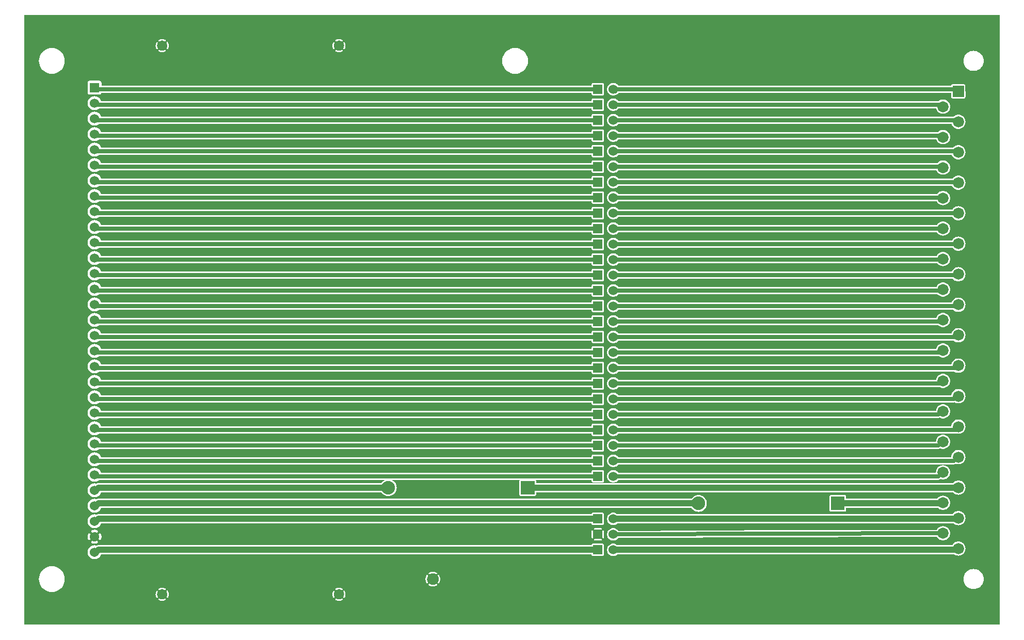
<source format=gbl>
G04 start of page 3 for group 1 idx 1 *
G04 Title: 01.003.01.01.01.pcb, bottom *
G04 Creator: pcb 4.2.1 *
G04 CreationDate: Sun Dec 13 18:31:50 2020 UTC *
G04 For: bert *
G04 Format: Gerber/RS-274X *
G04 PCB-Dimensions (mil): 7086.61 4724.41 *
G04 PCB-Coordinate-Origin: lower left *
%MOIN*%
%FSLAX25Y25*%
%LNGBL*%
%ADD41C,0.1100*%
%ADD40C,0.0520*%
%ADD39C,0.0380*%
%ADD38C,0.0580*%
%ADD37C,0.0350*%
%ADD36C,0.0460*%
%ADD35C,0.1460*%
%ADD34C,0.0720*%
%ADD33C,0.0600*%
%ADD32C,0.0880*%
%ADD31C,0.0750*%
%ADD30C,0.2760*%
%ADD29C,0.0650*%
%ADD28C,0.0400*%
%ADD27C,0.0250*%
%ADD26C,0.0001*%
G54D26*G36*
X632666Y452756D02*X649606D01*
Y59055D01*
X632666D01*
Y82064D01*
X632676Y82063D01*
X633696Y82143D01*
X634691Y82382D01*
X635636Y82774D01*
X636508Y83308D01*
X637286Y83973D01*
X637951Y84751D01*
X638485Y85623D01*
X638877Y86568D01*
X639116Y87563D01*
X639176Y88583D01*
X639116Y89603D01*
X638877Y90598D01*
X638485Y91543D01*
X637951Y92415D01*
X637286Y93193D01*
X636508Y93858D01*
X635636Y94392D01*
X634691Y94784D01*
X633696Y95023D01*
X632676Y95103D01*
X632666Y95102D01*
Y416709D01*
X632676Y416709D01*
X633696Y416789D01*
X634691Y417028D01*
X635636Y417419D01*
X636508Y417954D01*
X637286Y418618D01*
X637951Y419396D01*
X638485Y420269D01*
X638877Y421214D01*
X639116Y422209D01*
X639176Y423229D01*
X639116Y424249D01*
X638877Y425244D01*
X638485Y426189D01*
X637951Y427061D01*
X637286Y427839D01*
X636508Y428504D01*
X635636Y429038D01*
X634691Y429430D01*
X633696Y429669D01*
X632676Y429749D01*
X632666Y429748D01*
Y452756D01*
G37*
G36*
X578595D02*X632666D01*
Y429748D01*
X631656Y429669D01*
X630661Y429430D01*
X629716Y429038D01*
X628844Y428504D01*
X628066Y427839D01*
X627401Y427061D01*
X626867Y426189D01*
X626475Y425244D01*
X626236Y424249D01*
X626156Y423229D01*
X626236Y422209D01*
X626475Y421214D01*
X626867Y420269D01*
X627401Y419396D01*
X628066Y418618D01*
X628844Y417954D01*
X629716Y417419D01*
X630661Y417028D01*
X631656Y416789D01*
X632666Y416709D01*
Y95102D01*
X631656Y95023D01*
X630661Y94784D01*
X629716Y94392D01*
X628844Y93858D01*
X628066Y93193D01*
X627401Y92415D01*
X626867Y91543D01*
X626475Y90598D01*
X626236Y89603D01*
X626156Y88583D01*
X626236Y87563D01*
X626475Y86568D01*
X626867Y85623D01*
X627401Y84751D01*
X628066Y83973D01*
X628844Y83308D01*
X629716Y82774D01*
X630661Y82382D01*
X631656Y82143D01*
X632666Y82064D01*
Y59055D01*
X578595D01*
Y104441D01*
X620276D01*
X620738Y104158D01*
X621407Y103881D01*
X622111Y103712D01*
X622833Y103655D01*
X623555Y103712D01*
X624259Y103881D01*
X624928Y104158D01*
X625545Y104536D01*
X626096Y105006D01*
X626566Y105557D01*
X626944Y106174D01*
X627221Y106843D01*
X627390Y107547D01*
X627433Y108269D01*
X627390Y108991D01*
X627221Y109695D01*
X626944Y110364D01*
X626566Y110981D01*
X626096Y111532D01*
X625545Y112002D01*
X624928Y112380D01*
X624259Y112657D01*
X623555Y112826D01*
X622833Y112883D01*
X622111Y112826D01*
X621407Y112657D01*
X620738Y112380D01*
X620121Y112002D01*
X619570Y111532D01*
X619100Y110981D01*
X618769Y110441D01*
X578595D01*
Y115753D01*
X608983Y115848D01*
X609258Y115399D01*
X609728Y114848D01*
X610279Y114378D01*
X610896Y114000D01*
X611565Y113723D01*
X612269Y113554D01*
X612991Y113497D01*
X613713Y113554D01*
X614417Y113723D01*
X615086Y114000D01*
X615703Y114378D01*
X616254Y114848D01*
X616724Y115399D01*
X617102Y116016D01*
X617379Y116685D01*
X617548Y117389D01*
X617591Y118111D01*
X617548Y118833D01*
X617379Y119537D01*
X617102Y120206D01*
X616724Y120823D01*
X616254Y121374D01*
X615703Y121844D01*
X615086Y122222D01*
X614417Y122499D01*
X613713Y122668D01*
X612991Y122725D01*
X612269Y122668D01*
X611565Y122499D01*
X610896Y122222D01*
X610279Y121844D01*
X609728Y121374D01*
X609258Y120823D01*
X608967Y120348D01*
X578595Y120253D01*
Y124441D01*
X619863D01*
X620121Y124221D01*
X620738Y123843D01*
X621407Y123566D01*
X622111Y123397D01*
X622833Y123340D01*
X623555Y123397D01*
X624259Y123566D01*
X624928Y123843D01*
X625545Y124221D01*
X626096Y124691D01*
X626566Y125242D01*
X626944Y125859D01*
X627221Y126528D01*
X627390Y127232D01*
X627433Y127954D01*
X627390Y128676D01*
X627221Y129380D01*
X626944Y130049D01*
X626566Y130666D01*
X626096Y131217D01*
X625545Y131687D01*
X624928Y132065D01*
X624259Y132342D01*
X623555Y132511D01*
X622833Y132568D01*
X622111Y132511D01*
X621407Y132342D01*
X620738Y132065D01*
X620121Y131687D01*
X619570Y131217D01*
X619100Y130666D01*
X618962Y130441D01*
X578595D01*
Y134441D01*
X609836D01*
X610279Y134063D01*
X610896Y133685D01*
X611565Y133408D01*
X612269Y133239D01*
X612991Y133182D01*
X613713Y133239D01*
X614417Y133408D01*
X615086Y133685D01*
X615703Y134063D01*
X616254Y134533D01*
X616724Y135084D01*
X617102Y135701D01*
X617379Y136370D01*
X617548Y137074D01*
X617591Y137796D01*
X617548Y138518D01*
X617379Y139222D01*
X617102Y139891D01*
X616724Y140508D01*
X616254Y141059D01*
X615703Y141529D01*
X615086Y141907D01*
X614417Y142184D01*
X613713Y142353D01*
X612991Y142410D01*
X612269Y142353D01*
X611565Y142184D01*
X610896Y141907D01*
X610279Y141529D01*
X609728Y141059D01*
X609258Y140508D01*
X609217Y140441D01*
X578595D01*
Y144441D01*
X619515D01*
X619570Y144376D01*
X620121Y143906D01*
X620738Y143528D01*
X621407Y143251D01*
X622111Y143082D01*
X622833Y143025D01*
X623555Y143082D01*
X624259Y143251D01*
X624928Y143528D01*
X625545Y143906D01*
X626096Y144376D01*
X626566Y144927D01*
X626944Y145544D01*
X627221Y146213D01*
X627390Y146917D01*
X627433Y147639D01*
X627390Y148361D01*
X627221Y149065D01*
X626944Y149734D01*
X626566Y150351D01*
X626096Y150902D01*
X625545Y151372D01*
X624928Y151750D01*
X624259Y152027D01*
X623555Y152196D01*
X622833Y152253D01*
X622111Y152196D01*
X621407Y152027D01*
X620738Y151750D01*
X620121Y151372D01*
X619570Y150902D01*
X619177Y150441D01*
X578595D01*
Y152691D01*
X609912D01*
X610000Y152684D01*
X610353Y152712D01*
X610353Y152712D01*
X610697Y152794D01*
X611025Y152930D01*
X611327Y153115D01*
X611387Y153166D01*
X611565Y153093D01*
X612269Y152924D01*
X612991Y152867D01*
X613713Y152924D01*
X614417Y153093D01*
X615086Y153370D01*
X615703Y153748D01*
X616254Y154218D01*
X616724Y154769D01*
X617102Y155386D01*
X617379Y156055D01*
X617548Y156759D01*
X617591Y157481D01*
X617548Y158203D01*
X617379Y158907D01*
X617102Y159576D01*
X616724Y160193D01*
X616254Y160744D01*
X615703Y161214D01*
X615086Y161592D01*
X614417Y161869D01*
X613713Y162038D01*
X612991Y162095D01*
X612269Y162038D01*
X611565Y161869D01*
X610896Y161592D01*
X610279Y161214D01*
X609728Y160744D01*
X609258Y160193D01*
X608880Y159576D01*
X608603Y158907D01*
X608434Y158203D01*
X608377Y157481D01*
X608400Y157191D01*
X578595D01*
Y162691D01*
X619912D01*
X620000Y162684D01*
X620353Y162712D01*
X620353Y162712D01*
X620697Y162794D01*
X621025Y162930D01*
X621184Y163028D01*
X621407Y162936D01*
X622111Y162767D01*
X622833Y162710D01*
X623555Y162767D01*
X624259Y162936D01*
X624928Y163213D01*
X625545Y163591D01*
X626096Y164061D01*
X626566Y164612D01*
X626944Y165229D01*
X627221Y165898D01*
X627390Y166602D01*
X627433Y167324D01*
X627390Y168046D01*
X627221Y168750D01*
X626944Y169419D01*
X626566Y170036D01*
X626096Y170587D01*
X625545Y171057D01*
X624928Y171435D01*
X624259Y171712D01*
X623555Y171881D01*
X622833Y171938D01*
X622111Y171881D01*
X621407Y171712D01*
X620738Y171435D01*
X620121Y171057D01*
X619570Y170587D01*
X619100Y170036D01*
X618722Y169419D01*
X618445Y168750D01*
X618276Y168046D01*
X618219Y167324D01*
X618229Y167191D01*
X578595D01*
Y172691D01*
X609912D01*
X610000Y172684D01*
X610353Y172712D01*
X610353Y172712D01*
X610697Y172794D01*
X611025Y172930D01*
X611094Y172973D01*
X611565Y172777D01*
X612269Y172608D01*
X612991Y172552D01*
X613713Y172608D01*
X614417Y172777D01*
X615086Y173054D01*
X615703Y173433D01*
X616254Y173903D01*
X616724Y174454D01*
X617102Y175071D01*
X617379Y175740D01*
X617548Y176444D01*
X617591Y177166D01*
X617548Y177888D01*
X617379Y178592D01*
X617102Y179261D01*
X616724Y179878D01*
X616254Y180428D01*
X615703Y180899D01*
X615086Y181277D01*
X614417Y181554D01*
X613713Y181723D01*
X612991Y181780D01*
X612269Y181723D01*
X611565Y181554D01*
X610896Y181277D01*
X610279Y180899D01*
X609728Y180428D01*
X609258Y179878D01*
X608880Y179261D01*
X608603Y178592D01*
X608434Y177888D01*
X608379Y177191D01*
X578595D01*
Y182691D01*
X621237D01*
X621407Y182621D01*
X622111Y182452D01*
X622833Y182395D01*
X623555Y182452D01*
X624259Y182621D01*
X624928Y182898D01*
X625545Y183276D01*
X626096Y183746D01*
X626566Y184297D01*
X626944Y184914D01*
X627221Y185583D01*
X627390Y186287D01*
X627433Y187009D01*
X627390Y187731D01*
X627221Y188435D01*
X626944Y189104D01*
X626566Y189721D01*
X626096Y190272D01*
X625545Y190742D01*
X624928Y191120D01*
X624259Y191397D01*
X623555Y191566D01*
X622833Y191623D01*
X622111Y191566D01*
X621407Y191397D01*
X620738Y191120D01*
X620121Y190742D01*
X619570Y190272D01*
X619100Y189721D01*
X618722Y189104D01*
X618445Y188435D01*
X618276Y187731D01*
X618233Y187191D01*
X578595D01*
Y192691D01*
X609912D01*
X610000Y192684D01*
X610353Y192712D01*
X610353Y192712D01*
X610697Y192794D01*
X610763Y192821D01*
X610896Y192740D01*
X611565Y192462D01*
X612269Y192293D01*
X612991Y192237D01*
X613713Y192293D01*
X614417Y192462D01*
X615086Y192740D01*
X615703Y193118D01*
X616254Y193588D01*
X616724Y194139D01*
X617102Y194756D01*
X617379Y195425D01*
X617548Y196129D01*
X617591Y196851D01*
X617548Y197573D01*
X617379Y198277D01*
X617102Y198946D01*
X616724Y199563D01*
X616254Y200114D01*
X615703Y200584D01*
X615086Y200962D01*
X614417Y201239D01*
X613713Y201408D01*
X612991Y201465D01*
X612269Y201408D01*
X611565Y201239D01*
X610896Y200962D01*
X610279Y200584D01*
X609728Y200114D01*
X609258Y199563D01*
X608880Y198946D01*
X608603Y198277D01*
X608434Y197573D01*
X608404Y197191D01*
X578595D01*
Y202691D01*
X619912D01*
X620000Y202684D01*
X620353Y202712D01*
X620353Y202712D01*
X620478Y202742D01*
X620738Y202583D01*
X621407Y202306D01*
X622111Y202137D01*
X622833Y202080D01*
X623555Y202137D01*
X624259Y202306D01*
X624928Y202583D01*
X625545Y202961D01*
X626096Y203431D01*
X626566Y203982D01*
X626944Y204599D01*
X627221Y205268D01*
X627390Y205972D01*
X627433Y206694D01*
X627390Y207416D01*
X627221Y208120D01*
X626944Y208789D01*
X626566Y209406D01*
X626096Y209957D01*
X625545Y210427D01*
X624928Y210805D01*
X624259Y211082D01*
X623555Y211251D01*
X622833Y211308D01*
X622111Y211251D01*
X621407Y211082D01*
X620738Y210805D01*
X620121Y210427D01*
X619570Y209957D01*
X619100Y209406D01*
X618722Y208789D01*
X618445Y208120D01*
X618276Y207416D01*
X618258Y207191D01*
X578595D01*
Y212691D01*
X610463D01*
X610896Y212426D01*
X611565Y212149D01*
X612269Y211980D01*
X612991Y211923D01*
X613713Y211980D01*
X614417Y212149D01*
X615086Y212426D01*
X615703Y212804D01*
X616254Y213274D01*
X616724Y213825D01*
X617102Y214442D01*
X617379Y215111D01*
X617548Y215815D01*
X617591Y216537D01*
X617548Y217259D01*
X617379Y217963D01*
X617102Y218632D01*
X616724Y219249D01*
X616254Y219800D01*
X615703Y220270D01*
X615086Y220648D01*
X614417Y220925D01*
X613713Y221094D01*
X612991Y221151D01*
X612269Y221094D01*
X611565Y220925D01*
X610896Y220648D01*
X610279Y220270D01*
X609728Y219800D01*
X609258Y219249D01*
X608880Y218632D01*
X608603Y217963D01*
X608434Y217259D01*
X608428Y217191D01*
X578595D01*
Y222691D01*
X620068D01*
X620121Y222646D01*
X620738Y222268D01*
X621407Y221991D01*
X622111Y221822D01*
X622833Y221765D01*
X623555Y221822D01*
X624259Y221991D01*
X624928Y222268D01*
X625545Y222646D01*
X626096Y223116D01*
X626566Y223667D01*
X626944Y224284D01*
X627221Y224953D01*
X627390Y225657D01*
X627433Y226379D01*
X627390Y227101D01*
X627221Y227805D01*
X626944Y228474D01*
X626566Y229091D01*
X626096Y229642D01*
X625545Y230112D01*
X624928Y230490D01*
X624259Y230767D01*
X623555Y230936D01*
X622833Y230993D01*
X622111Y230936D01*
X621407Y230767D01*
X620738Y230490D01*
X620121Y230112D01*
X619570Y229642D01*
X619100Y229091D01*
X618722Y228474D01*
X618445Y227805D01*
X618297Y227191D01*
X578595D01*
Y232691D01*
X610042D01*
X610279Y232489D01*
X610896Y232111D01*
X611565Y231834D01*
X612269Y231665D01*
X612991Y231608D01*
X613713Y231665D01*
X614417Y231834D01*
X615086Y232111D01*
X615703Y232489D01*
X616254Y232959D01*
X616724Y233510D01*
X617102Y234127D01*
X617379Y234796D01*
X617548Y235500D01*
X617591Y236222D01*
X617548Y236944D01*
X617379Y237648D01*
X617102Y238317D01*
X616724Y238934D01*
X616254Y239485D01*
X615703Y239955D01*
X615086Y240333D01*
X614417Y240610D01*
X613713Y240779D01*
X612991Y240836D01*
X612269Y240779D01*
X611565Y240610D01*
X610896Y240333D01*
X610279Y239955D01*
X609728Y239485D01*
X609258Y238934D01*
X608880Y238317D01*
X608603Y237648D01*
X608493Y237191D01*
X578595D01*
Y242691D01*
X619699D01*
X620121Y242331D01*
X620738Y241953D01*
X621407Y241676D01*
X622111Y241507D01*
X622833Y241450D01*
X623555Y241507D01*
X624259Y241676D01*
X624928Y241953D01*
X625545Y242331D01*
X626096Y242801D01*
X626566Y243352D01*
X626944Y243969D01*
X627221Y244638D01*
X627390Y245342D01*
X627433Y246064D01*
X627390Y246786D01*
X627221Y247490D01*
X626944Y248159D01*
X626566Y248776D01*
X626096Y249327D01*
X625545Y249797D01*
X624928Y250175D01*
X624259Y250452D01*
X623555Y250621D01*
X622833Y250678D01*
X622111Y250621D01*
X621407Y250452D01*
X620738Y250175D01*
X620121Y249797D01*
X619570Y249327D01*
X619100Y248776D01*
X618722Y248159D01*
X618445Y247490D01*
X618373Y247191D01*
X578595D01*
Y252691D01*
X609688D01*
X609728Y252644D01*
X610279Y252174D01*
X610896Y251796D01*
X611565Y251519D01*
X612269Y251350D01*
X612991Y251293D01*
X613713Y251350D01*
X614417Y251519D01*
X615086Y251796D01*
X615703Y252174D01*
X616254Y252644D01*
X616724Y253195D01*
X617102Y253812D01*
X617379Y254481D01*
X617548Y255185D01*
X617591Y255907D01*
X617548Y256629D01*
X617379Y257333D01*
X617102Y258002D01*
X616724Y258619D01*
X616254Y259170D01*
X615703Y259640D01*
X615086Y260018D01*
X614417Y260295D01*
X613713Y260464D01*
X612991Y260521D01*
X612269Y260464D01*
X611565Y260295D01*
X610896Y260018D01*
X610279Y259640D01*
X609728Y259170D01*
X609258Y258619D01*
X608880Y258002D01*
X608603Y257333D01*
X608569Y257191D01*
X578595D01*
Y262691D01*
X619395D01*
X619570Y262486D01*
X620121Y262016D01*
X620738Y261638D01*
X621407Y261361D01*
X622111Y261192D01*
X622833Y261135D01*
X623555Y261192D01*
X624259Y261361D01*
X624928Y261638D01*
X625545Y262016D01*
X626096Y262486D01*
X626566Y263037D01*
X626944Y263654D01*
X627221Y264323D01*
X627390Y265027D01*
X627433Y265749D01*
X627390Y266471D01*
X627221Y267175D01*
X626944Y267844D01*
X626566Y268461D01*
X626096Y269012D01*
X625545Y269482D01*
X624928Y269860D01*
X624259Y270137D01*
X623555Y270306D01*
X622833Y270363D01*
X622111Y270306D01*
X621407Y270137D01*
X620738Y269860D01*
X620121Y269482D01*
X619570Y269012D01*
X619100Y268461D01*
X618722Y267844D01*
X618451Y267191D01*
X578595D01*
Y272691D01*
X609418D01*
X609728Y272328D01*
X610279Y271858D01*
X610896Y271480D01*
X611565Y271203D01*
X612269Y271034D01*
X612991Y270977D01*
X613713Y271034D01*
X614417Y271203D01*
X615086Y271480D01*
X615703Y271858D01*
X616254Y272328D01*
X616724Y272879D01*
X617102Y273496D01*
X617379Y274165D01*
X617548Y274869D01*
X617591Y275591D01*
X617548Y276313D01*
X617379Y277017D01*
X617102Y277686D01*
X616724Y278303D01*
X616254Y278854D01*
X615703Y279324D01*
X615086Y279702D01*
X614417Y279979D01*
X613713Y280148D01*
X612991Y280205D01*
X612269Y280148D01*
X611565Y279979D01*
X610896Y279702D01*
X610279Y279324D01*
X609728Y278854D01*
X609258Y278303D01*
X608880Y277686D01*
X608675Y277191D01*
X578595D01*
Y282691D01*
X619126D01*
X619570Y282171D01*
X620121Y281701D01*
X620738Y281323D01*
X621407Y281046D01*
X622111Y280877D01*
X622833Y280820D01*
X623555Y280877D01*
X624259Y281046D01*
X624928Y281323D01*
X625545Y281701D01*
X626096Y282171D01*
X626566Y282722D01*
X626944Y283339D01*
X627221Y284008D01*
X627390Y284712D01*
X627433Y285434D01*
X627390Y286156D01*
X627221Y286860D01*
X626944Y287529D01*
X626566Y288146D01*
X626096Y288697D01*
X625545Y289167D01*
X624928Y289545D01*
X624259Y289822D01*
X623555Y289991D01*
X622833Y290048D01*
X622111Y289991D01*
X621407Y289822D01*
X620738Y289545D01*
X620121Y289167D01*
X619570Y288697D01*
X619100Y288146D01*
X618722Y287529D01*
X618582Y287191D01*
X578595D01*
Y292691D01*
X609180D01*
X609258Y292564D01*
X609728Y292013D01*
X610279Y291543D01*
X610896Y291165D01*
X611565Y290888D01*
X612269Y290719D01*
X612991Y290662D01*
X613713Y290719D01*
X614417Y290888D01*
X615086Y291165D01*
X615703Y291543D01*
X616254Y292013D01*
X616724Y292564D01*
X617102Y293181D01*
X617379Y293850D01*
X617548Y294554D01*
X617591Y295276D01*
X617548Y295998D01*
X617379Y296702D01*
X617102Y297371D01*
X616724Y297988D01*
X616254Y298539D01*
X615703Y299009D01*
X615086Y299387D01*
X614417Y299664D01*
X613713Y299833D01*
X612991Y299890D01*
X612269Y299833D01*
X611565Y299664D01*
X610896Y299387D01*
X610279Y299009D01*
X609728Y298539D01*
X609258Y297988D01*
X608880Y297371D01*
X608805Y297191D01*
X578595D01*
Y302691D01*
X618926D01*
X619100Y302407D01*
X619570Y301856D01*
X620121Y301386D01*
X620738Y301008D01*
X621407Y300731D01*
X622111Y300562D01*
X622833Y300505D01*
X623555Y300562D01*
X624259Y300731D01*
X624928Y301008D01*
X625545Y301386D01*
X626096Y301856D01*
X626566Y302407D01*
X626944Y303024D01*
X627221Y303693D01*
X627390Y304397D01*
X627433Y305119D01*
X627390Y305841D01*
X627221Y306545D01*
X626944Y307214D01*
X626566Y307831D01*
X626096Y308382D01*
X625545Y308852D01*
X624928Y309230D01*
X624259Y309507D01*
X623555Y309676D01*
X622833Y309733D01*
X622111Y309676D01*
X621407Y309507D01*
X620738Y309230D01*
X620121Y308852D01*
X619570Y308382D01*
X619100Y307831D01*
X618722Y307214D01*
X618712Y307191D01*
X578595D01*
Y312691D01*
X608987D01*
X609258Y312249D01*
X609728Y311698D01*
X610279Y311228D01*
X610896Y310850D01*
X611565Y310573D01*
X612269Y310404D01*
X612991Y310347D01*
X613713Y310404D01*
X614417Y310573D01*
X615086Y310850D01*
X615703Y311228D01*
X616254Y311698D01*
X616724Y312249D01*
X617102Y312866D01*
X617379Y313535D01*
X617548Y314239D01*
X617591Y314961D01*
X617548Y315683D01*
X617379Y316387D01*
X617102Y317056D01*
X616724Y317673D01*
X616254Y318224D01*
X615703Y318694D01*
X615086Y319072D01*
X614417Y319349D01*
X613713Y319518D01*
X612991Y319575D01*
X612269Y319518D01*
X611565Y319349D01*
X610896Y319072D01*
X610279Y318694D01*
X609728Y318224D01*
X609258Y317673D01*
X608963Y317191D01*
X578595D01*
Y322691D01*
X618733D01*
X619100Y322092D01*
X619570Y321541D01*
X620121Y321071D01*
X620738Y320693D01*
X621407Y320416D01*
X622111Y320247D01*
X622833Y320190D01*
X623555Y320247D01*
X624259Y320416D01*
X624928Y320693D01*
X625545Y321071D01*
X626096Y321541D01*
X626566Y322092D01*
X626944Y322709D01*
X627221Y323378D01*
X627390Y324082D01*
X627433Y324804D01*
X627390Y325526D01*
X627221Y326230D01*
X626944Y326899D01*
X626566Y327516D01*
X626096Y328067D01*
X625545Y328537D01*
X624928Y328915D01*
X624259Y329192D01*
X623555Y329361D01*
X622833Y329418D01*
X622111Y329361D01*
X621407Y329192D01*
X620738Y328915D01*
X620121Y328537D01*
X619570Y328067D01*
X619100Y327516D01*
X618901Y327191D01*
X578595D01*
Y332691D01*
X608822D01*
X608880Y332551D01*
X609258Y331934D01*
X609728Y331383D01*
X610279Y330913D01*
X610896Y330535D01*
X611565Y330258D01*
X612269Y330089D01*
X612991Y330032D01*
X613713Y330089D01*
X614417Y330258D01*
X615086Y330535D01*
X615703Y330913D01*
X616254Y331383D01*
X616724Y331934D01*
X617102Y332551D01*
X617379Y333220D01*
X617548Y333924D01*
X617591Y334646D01*
X617548Y335368D01*
X617379Y336072D01*
X617102Y336741D01*
X616724Y337358D01*
X616254Y337909D01*
X615703Y338379D01*
X615086Y338757D01*
X614417Y339034D01*
X613713Y339203D01*
X612991Y339260D01*
X612269Y339203D01*
X611565Y339034D01*
X610896Y338757D01*
X610279Y338379D01*
X609728Y337909D01*
X609258Y337358D01*
X609156Y337191D01*
X578595D01*
Y342691D01*
X618599D01*
X618722Y342394D01*
X619100Y341777D01*
X619570Y341226D01*
X620121Y340756D01*
X620738Y340378D01*
X621407Y340101D01*
X622111Y339932D01*
X622833Y339875D01*
X623555Y339932D01*
X624259Y340101D01*
X624928Y340378D01*
X625545Y340756D01*
X626096Y341226D01*
X626566Y341777D01*
X626944Y342394D01*
X627221Y343063D01*
X627390Y343767D01*
X627433Y344489D01*
X627390Y345211D01*
X627221Y345915D01*
X626944Y346584D01*
X626566Y347201D01*
X626096Y347752D01*
X625545Y348222D01*
X624928Y348600D01*
X624259Y348877D01*
X623555Y349046D01*
X622833Y349103D01*
X622111Y349046D01*
X621407Y348877D01*
X620738Y348600D01*
X620121Y348222D01*
X619570Y347752D01*
X619100Y347201D01*
X619094Y347191D01*
X578595D01*
Y352691D01*
X608691D01*
X608880Y352236D01*
X609258Y351619D01*
X609728Y351068D01*
X610279Y350598D01*
X610896Y350220D01*
X611565Y349943D01*
X612269Y349774D01*
X612991Y349717D01*
X613713Y349774D01*
X614417Y349943D01*
X615086Y350220D01*
X615703Y350598D01*
X616254Y351068D01*
X616724Y351619D01*
X617102Y352236D01*
X617379Y352905D01*
X617548Y353609D01*
X617591Y354331D01*
X617548Y355053D01*
X617379Y355757D01*
X617102Y356426D01*
X616724Y357043D01*
X616254Y357594D01*
X615703Y358064D01*
X615086Y358442D01*
X614417Y358719D01*
X613713Y358888D01*
X612991Y358945D01*
X612269Y358888D01*
X611565Y358719D01*
X610896Y358442D01*
X610279Y358064D01*
X609728Y357594D01*
X609384Y357191D01*
X578595D01*
Y362691D01*
X618468D01*
X618722Y362079D01*
X619100Y361462D01*
X619570Y360911D01*
X620121Y360441D01*
X620738Y360063D01*
X621407Y359786D01*
X622111Y359617D01*
X622833Y359560D01*
X623555Y359617D01*
X624259Y359786D01*
X624928Y360063D01*
X625545Y360441D01*
X626096Y360911D01*
X626566Y361462D01*
X626944Y362079D01*
X627221Y362748D01*
X627390Y363452D01*
X627433Y364174D01*
X627390Y364896D01*
X627221Y365600D01*
X626944Y366269D01*
X626566Y366886D01*
X626096Y367437D01*
X625545Y367907D01*
X624928Y368285D01*
X624259Y368562D01*
X623555Y368731D01*
X622833Y368788D01*
X622111Y368731D01*
X621407Y368562D01*
X620738Y368285D01*
X620121Y367907D01*
X619570Y367437D01*
X619360Y367191D01*
X578595D01*
Y372691D01*
X608579D01*
X608603Y372591D01*
X608880Y371922D01*
X609258Y371305D01*
X609728Y370754D01*
X610279Y370284D01*
X610896Y369906D01*
X611565Y369629D01*
X612269Y369460D01*
X612991Y369403D01*
X613713Y369460D01*
X614417Y369629D01*
X615086Y369906D01*
X615703Y370284D01*
X616254Y370754D01*
X616724Y371305D01*
X617102Y371922D01*
X617379Y372591D01*
X617548Y373295D01*
X617591Y374017D01*
X617548Y374739D01*
X617379Y375443D01*
X617102Y376112D01*
X616724Y376729D01*
X616254Y377280D01*
X615703Y377750D01*
X615086Y378128D01*
X614417Y378405D01*
X613713Y378574D01*
X612991Y378631D01*
X612269Y378574D01*
X611565Y378405D01*
X610896Y378128D01*
X610279Y377750D01*
X609728Y377280D01*
X609653Y377191D01*
X578595D01*
Y382691D01*
X618383D01*
X618445Y382433D01*
X618722Y381764D01*
X619100Y381147D01*
X619570Y380596D01*
X620121Y380126D01*
X620738Y379748D01*
X621407Y379471D01*
X622111Y379302D01*
X622833Y379245D01*
X623555Y379302D01*
X624259Y379471D01*
X624928Y379748D01*
X625545Y380126D01*
X626096Y380596D01*
X626566Y381147D01*
X626944Y381764D01*
X627221Y382433D01*
X627390Y383137D01*
X627433Y383859D01*
X627390Y384581D01*
X627234Y385232D01*
X627229Y385294D01*
X627146Y385638D01*
X627011Y385966D01*
X626826Y386268D01*
X626596Y386537D01*
X626577Y386553D01*
X626566Y386571D01*
X626096Y387122D01*
X625545Y387592D01*
X624928Y387970D01*
X624259Y388247D01*
X623555Y388416D01*
X622833Y388473D01*
X622111Y388416D01*
X621407Y388247D01*
X620738Y387970D01*
X620121Y387592D01*
X619651Y387191D01*
X578595D01*
Y392691D01*
X608503D01*
X608603Y392276D01*
X608880Y391607D01*
X609258Y390990D01*
X609728Y390439D01*
X610279Y389969D01*
X610896Y389591D01*
X611565Y389314D01*
X612269Y389145D01*
X612991Y389088D01*
X613713Y389145D01*
X614417Y389314D01*
X615086Y389591D01*
X615703Y389969D01*
X616254Y390439D01*
X616724Y390990D01*
X617102Y391607D01*
X617379Y392276D01*
X617548Y392980D01*
X617591Y393702D01*
X617548Y394424D01*
X617379Y395128D01*
X617102Y395797D01*
X616724Y396414D01*
X616254Y396965D01*
X615703Y397435D01*
X615086Y397813D01*
X614417Y398090D01*
X613713Y398259D01*
X612991Y398316D01*
X612269Y398259D01*
X611565Y398090D01*
X610896Y397813D01*
X610279Y397435D01*
X610001Y397198D01*
X610000Y397198D01*
X609912Y397191D01*
X578595D01*
Y402691D01*
X618239D01*
X618242Y399787D01*
X618279Y399634D01*
X618339Y399489D01*
X618421Y399354D01*
X618524Y399235D01*
X618643Y399133D01*
X618778Y399050D01*
X618923Y398990D01*
X619076Y398953D01*
X619233Y398944D01*
X626590Y398953D01*
X626743Y398990D01*
X626888Y399050D01*
X627023Y399133D01*
X627142Y399235D01*
X627245Y399354D01*
X627327Y399489D01*
X627387Y399634D01*
X627424Y399787D01*
X627433Y399944D01*
X627424Y407301D01*
X627387Y407454D01*
X627327Y407599D01*
X627245Y407734D01*
X627142Y407853D01*
X627023Y407956D01*
X626888Y408038D01*
X626743Y408098D01*
X626590Y408135D01*
X626433Y408144D01*
X619076Y408135D01*
X618923Y408098D01*
X618778Y408038D01*
X618643Y407956D01*
X618524Y407853D01*
X618421Y407734D01*
X618339Y407599D01*
X618279Y407454D01*
X618242Y407301D01*
X618236Y407191D01*
X578595D01*
Y452756D01*
G37*
G36*
Y397191D02*X511710D01*
Y402691D01*
X578595D01*
Y397191D01*
G37*
G36*
Y387191D02*X511710D01*
Y392691D01*
X578595D01*
Y387191D01*
G37*
G36*
Y377191D02*X511710D01*
Y382691D01*
X578595D01*
Y377191D01*
G37*
G36*
Y367191D02*X511710D01*
Y372691D01*
X578595D01*
Y367191D01*
G37*
G36*
Y357191D02*X511710D01*
Y362691D01*
X578595D01*
Y357191D01*
G37*
G36*
Y347191D02*X511710D01*
Y352691D01*
X578595D01*
Y347191D01*
G37*
G36*
Y337191D02*X511710D01*
Y342691D01*
X578595D01*
Y337191D01*
G37*
G36*
Y327191D02*X511710D01*
Y332691D01*
X578595D01*
Y327191D01*
G37*
G36*
Y317191D02*X511710D01*
Y322691D01*
X578595D01*
Y317191D01*
G37*
G36*
Y307191D02*X511710D01*
Y312691D01*
X578595D01*
Y307191D01*
G37*
G36*
Y297191D02*X511710D01*
Y302691D01*
X578595D01*
Y297191D01*
G37*
G36*
Y287191D02*X511710D01*
Y292691D01*
X578595D01*
Y287191D01*
G37*
G36*
Y277191D02*X511710D01*
Y282691D01*
X578595D01*
Y277191D01*
G37*
G36*
Y267191D02*X511710D01*
Y272691D01*
X578595D01*
Y267191D01*
G37*
G36*
Y257191D02*X511710D01*
Y262691D01*
X578595D01*
Y257191D01*
G37*
G36*
Y247191D02*X511710D01*
Y252691D01*
X578595D01*
Y247191D01*
G37*
G36*
Y237191D02*X511710D01*
Y242691D01*
X578595D01*
Y237191D01*
G37*
G36*
Y227191D02*X511710D01*
Y232691D01*
X578595D01*
Y227191D01*
G37*
G36*
Y217191D02*X511710D01*
Y222691D01*
X578595D01*
Y217191D01*
G37*
G36*
Y207191D02*X511710D01*
Y212691D01*
X578595D01*
Y207191D01*
G37*
G36*
Y197191D02*X511710D01*
Y202691D01*
X578595D01*
Y197191D01*
G37*
G36*
Y187191D02*X511710D01*
Y192691D01*
X578595D01*
Y187191D01*
G37*
G36*
Y177191D02*X511710D01*
Y182691D01*
X578595D01*
Y177191D01*
G37*
G36*
Y167191D02*X511710D01*
Y172691D01*
X578595D01*
Y167191D01*
G37*
G36*
Y157191D02*X511710D01*
Y162691D01*
X578595D01*
Y157191D01*
G37*
G36*
Y150441D02*X511710D01*
Y152691D01*
X578595D01*
Y150441D01*
G37*
G36*
Y130441D02*X511710D01*
Y144441D01*
X578595D01*
Y140441D01*
X550392D01*
X550391Y141998D01*
X550354Y142151D01*
X550294Y142296D01*
X550212Y142431D01*
X550109Y142550D01*
X549990Y142652D01*
X549855Y142735D01*
X549710Y142795D01*
X549557Y142832D01*
X549400Y142841D01*
X540443Y142832D01*
X540290Y142795D01*
X540145Y142735D01*
X540010Y142652D01*
X539891Y142550D01*
X539788Y142431D01*
X539706Y142296D01*
X539646Y142151D01*
X539609Y141998D01*
X539600Y141841D01*
X539609Y132884D01*
X539646Y132731D01*
X539706Y132586D01*
X539788Y132451D01*
X539891Y132332D01*
X540010Y132229D01*
X540145Y132147D01*
X540290Y132087D01*
X540443Y132050D01*
X540600Y132041D01*
X549557Y132050D01*
X549710Y132087D01*
X549855Y132147D01*
X549990Y132229D01*
X550109Y132332D01*
X550212Y132451D01*
X550294Y132586D01*
X550354Y132731D01*
X550391Y132884D01*
X550400Y133041D01*
X550399Y134441D01*
X578595D01*
Y130441D01*
G37*
G36*
Y120253D02*X511710Y120042D01*
Y124441D01*
X578595D01*
Y120253D01*
G37*
G36*
Y110441D02*X511710D01*
Y115542D01*
X578595Y115753D01*
Y110441D01*
G37*
G36*
Y59055D02*X511710D01*
Y104441D01*
X578595D01*
Y59055D01*
G37*
G36*
X511710Y452756D02*X578595D01*
Y407191D01*
X511710D01*
Y452756D01*
G37*
G36*
X393500Y144441D02*X511710D01*
Y130441D01*
X402646D01*
X402358Y130687D01*
X401822Y131016D01*
X401240Y131257D01*
X400628Y131404D01*
X400000Y131453D01*
X399372Y131404D01*
X398760Y131257D01*
X398178Y131016D01*
X397642Y130687D01*
X397163Y130278D01*
X396754Y129799D01*
X396425Y129263D01*
X396184Y128681D01*
X396037Y128069D01*
X395988Y127441D01*
X396037Y126813D01*
X396184Y126201D01*
X396425Y125619D01*
X396754Y125083D01*
X397163Y124604D01*
X397642Y124195D01*
X398178Y123866D01*
X398760Y123625D01*
X399372Y123478D01*
X400000Y123429D01*
X400628Y123478D01*
X401240Y123625D01*
X401822Y123866D01*
X402358Y124195D01*
X402646Y124441D01*
X511710D01*
Y120042D01*
X403306Y119701D01*
X403246Y119799D01*
X402837Y120278D01*
X402358Y120687D01*
X401822Y121016D01*
X401240Y121257D01*
X400628Y121404D01*
X400000Y121453D01*
X399372Y121404D01*
X398760Y121257D01*
X398178Y121016D01*
X397642Y120687D01*
X397163Y120278D01*
X396754Y119799D01*
X396425Y119263D01*
X396184Y118681D01*
X396037Y118069D01*
X395988Y117441D01*
X396037Y116813D01*
X396184Y116201D01*
X396425Y115619D01*
X396754Y115083D01*
X397163Y114604D01*
X397642Y114195D01*
X398178Y113866D01*
X398760Y113625D01*
X399372Y113478D01*
X400000Y113429D01*
X400628Y113478D01*
X401240Y113625D01*
X401822Y113866D01*
X402358Y114195D01*
X402837Y114604D01*
X403246Y115083D01*
X403319Y115201D01*
X511710Y115542D01*
Y110441D01*
X402646D01*
X402358Y110687D01*
X401822Y111016D01*
X401240Y111257D01*
X400628Y111404D01*
X400000Y111453D01*
X399372Y111404D01*
X398760Y111257D01*
X398178Y111016D01*
X397642Y110687D01*
X397163Y110278D01*
X396754Y109799D01*
X396425Y109263D01*
X396184Y108681D01*
X396037Y108069D01*
X395988Y107441D01*
X396037Y106813D01*
X396184Y106201D01*
X396425Y105619D01*
X396754Y105083D01*
X397163Y104604D01*
X397642Y104195D01*
X398178Y103866D01*
X398760Y103625D01*
X399372Y103478D01*
X400000Y103429D01*
X400628Y103478D01*
X401240Y103625D01*
X401822Y103866D01*
X402358Y104195D01*
X402646Y104441D01*
X511710D01*
Y59055D01*
X393500D01*
Y103575D01*
X393590Y103629D01*
X393709Y103732D01*
X393812Y103851D01*
X393894Y103986D01*
X393954Y104131D01*
X393991Y104284D01*
X394000Y104441D01*
X393991Y110598D01*
X393954Y110751D01*
X393894Y110896D01*
X393812Y111031D01*
X393709Y111150D01*
X393590Y111252D01*
X393500Y111307D01*
Y114939D01*
X393578Y114946D01*
X393655Y114964D01*
X393728Y114994D01*
X393795Y115035D01*
X393855Y115086D01*
X393906Y115146D01*
X393947Y115213D01*
X393977Y115286D01*
X393995Y115362D01*
X394000Y115441D01*
Y119441D01*
X393995Y119519D01*
X393977Y119596D01*
X393947Y119669D01*
X393906Y119736D01*
X393855Y119796D01*
X393795Y119847D01*
X393728Y119888D01*
X393655Y119918D01*
X393578Y119936D01*
X393500Y119942D01*
Y123575D01*
X393590Y123629D01*
X393709Y123732D01*
X393812Y123851D01*
X393894Y123986D01*
X393954Y124131D01*
X393991Y124284D01*
X394000Y124441D01*
X393991Y130598D01*
X393954Y130751D01*
X393894Y130896D01*
X393812Y131031D01*
X393709Y131150D01*
X393590Y131252D01*
X393500Y131307D01*
Y134441D01*
X450505D01*
X450618Y134257D01*
X451170Y133611D01*
X451816Y133059D01*
X452541Y132615D01*
X453326Y132289D01*
X454153Y132091D01*
X455000Y132024D01*
X455847Y132091D01*
X456674Y132289D01*
X457459Y132615D01*
X458184Y133059D01*
X458830Y133611D01*
X459382Y134257D01*
X459826Y134982D01*
X460152Y135767D01*
X460350Y136594D01*
X460400Y137441D01*
X460350Y138288D01*
X460152Y139115D01*
X459826Y139900D01*
X459382Y140625D01*
X458830Y141271D01*
X458184Y141823D01*
X457459Y142267D01*
X456674Y142592D01*
X455847Y142791D01*
X455000Y142858D01*
X454153Y142791D01*
X453326Y142592D01*
X452541Y142267D01*
X451816Y141823D01*
X451170Y141271D01*
X450618Y140625D01*
X450505Y140441D01*
X393500D01*
Y144441D01*
G37*
G36*
Y131307D02*X393455Y131335D01*
X393310Y131395D01*
X393157Y131432D01*
X393000Y131441D01*
X390000Y131436D01*
Y134441D01*
X393500D01*
Y131307D01*
G37*
G36*
Y111307D02*X393455Y111335D01*
X393310Y111395D01*
X393157Y111432D01*
X393000Y111441D01*
X390000Y111436D01*
Y113441D01*
X392000D01*
X392078Y113446D01*
X392155Y113464D01*
X392228Y113494D01*
X392295Y113535D01*
X392355Y113586D01*
X392406Y113646D01*
X392447Y113713D01*
X392477Y113786D01*
X392495Y113862D01*
X392502Y113941D01*
X392495Y114019D01*
X392477Y114096D01*
X392447Y114169D01*
X392406Y114236D01*
X392355Y114296D01*
X392295Y114347D01*
X392228Y114388D01*
X392155Y114418D01*
X392078Y114436D01*
X392000Y114441D01*
X390000D01*
Y120441D01*
X392000D01*
X392078Y120446D01*
X392155Y120464D01*
X392228Y120494D01*
X392295Y120535D01*
X392355Y120586D01*
X392406Y120646D01*
X392447Y120713D01*
X392477Y120786D01*
X392495Y120862D01*
X392502Y120941D01*
X392495Y121019D01*
X392477Y121096D01*
X392447Y121169D01*
X392406Y121236D01*
X392355Y121296D01*
X392295Y121347D01*
X392228Y121388D01*
X392155Y121418D01*
X392078Y121436D01*
X392000Y121441D01*
X390000D01*
Y123445D01*
X393157Y123450D01*
X393310Y123487D01*
X393455Y123547D01*
X393500Y123575D01*
Y119942D01*
X393422Y119936D01*
X393345Y119918D01*
X393272Y119888D01*
X393205Y119847D01*
X393145Y119796D01*
X393094Y119736D01*
X393053Y119669D01*
X393023Y119596D01*
X393005Y119519D01*
X393000Y119441D01*
Y115441D01*
X393005Y115362D01*
X393023Y115286D01*
X393053Y115213D01*
X393094Y115146D01*
X393145Y115086D01*
X393205Y115035D01*
X393272Y114994D01*
X393345Y114964D01*
X393422Y114946D01*
X393500Y114939D01*
Y111307D01*
G37*
G36*
Y59055D02*X390000D01*
Y103445D01*
X393157Y103450D01*
X393310Y103487D01*
X393455Y103547D01*
X393500Y103575D01*
Y59055D01*
G37*
G36*
X390000Y144441D02*X393500D01*
Y140441D01*
X390000D01*
Y144441D01*
G37*
G36*
Y131436D02*X386843Y131432D01*
X386690Y131395D01*
X386545Y131335D01*
X386410Y131252D01*
X386291Y131150D01*
X386188Y131031D01*
X386106Y130896D01*
X386046Y130751D01*
X386009Y130598D01*
X386000Y130441D01*
X287402D01*
Y134441D01*
X390000D01*
Y131436D01*
G37*
G36*
Y111436D02*X386843Y111432D01*
X386690Y111395D01*
X386545Y111335D01*
X386500Y111307D01*
Y114939D01*
X386578Y114946D01*
X386655Y114964D01*
X386728Y114994D01*
X386795Y115035D01*
X386855Y115086D01*
X386906Y115146D01*
X386947Y115213D01*
X386977Y115286D01*
X386995Y115362D01*
X387000Y115441D01*
Y119441D01*
X386995Y119519D01*
X386977Y119596D01*
X386947Y119669D01*
X386906Y119736D01*
X386855Y119796D01*
X386795Y119847D01*
X386728Y119888D01*
X386655Y119918D01*
X386578Y119936D01*
X386500Y119942D01*
Y123575D01*
X386545Y123547D01*
X386690Y123487D01*
X386843Y123450D01*
X387000Y123441D01*
X390000Y123445D01*
Y121441D01*
X388000D01*
X387922Y121436D01*
X387845Y121418D01*
X387772Y121388D01*
X387705Y121347D01*
X387645Y121296D01*
X387594Y121236D01*
X387553Y121169D01*
X387523Y121096D01*
X387505Y121019D01*
X387498Y120941D01*
X387505Y120862D01*
X387523Y120786D01*
X387553Y120713D01*
X387594Y120646D01*
X387645Y120586D01*
X387705Y120535D01*
X387772Y120494D01*
X387845Y120464D01*
X387922Y120446D01*
X388000Y120441D01*
X390000D01*
Y114441D01*
X388000D01*
X387922Y114436D01*
X387845Y114418D01*
X387772Y114388D01*
X387705Y114347D01*
X387645Y114296D01*
X387594Y114236D01*
X387553Y114169D01*
X387523Y114096D01*
X387505Y114019D01*
X387498Y113941D01*
X387505Y113862D01*
X387523Y113786D01*
X387553Y113713D01*
X387594Y113646D01*
X387645Y113586D01*
X387705Y113535D01*
X387772Y113494D01*
X387845Y113464D01*
X387922Y113446D01*
X388000Y113441D01*
X390000D01*
Y111436D01*
G37*
G36*
X386500Y111307D02*X386410Y111252D01*
X386291Y111150D01*
X386188Y111031D01*
X386106Y110896D01*
X386046Y110751D01*
X386009Y110598D01*
X386000Y110441D01*
X287402D01*
Y124441D01*
X386009D01*
X386009Y124284D01*
X386046Y124131D01*
X386106Y123986D01*
X386188Y123851D01*
X386291Y123732D01*
X386410Y123629D01*
X386500Y123575D01*
Y119942D01*
X386422Y119936D01*
X386345Y119918D01*
X386272Y119888D01*
X386205Y119847D01*
X386145Y119796D01*
X386094Y119736D01*
X386053Y119669D01*
X386023Y119596D01*
X386005Y119519D01*
X386000Y119441D01*
Y115441D01*
X386005Y115362D01*
X386023Y115286D01*
X386053Y115213D01*
X386094Y115146D01*
X386145Y115086D01*
X386205Y115035D01*
X386272Y114994D01*
X386345Y114964D01*
X386422Y114946D01*
X386500Y114939D01*
Y111307D01*
G37*
G36*
X390000Y59055D02*X287402D01*
Y85971D01*
X287414Y85980D01*
X287469Y86035D01*
X287514Y86100D01*
X287729Y86479D01*
X287904Y86878D01*
X288041Y87292D01*
X288140Y87716D01*
X288200Y88148D01*
X288220Y88583D01*
X288200Y89018D01*
X288140Y89450D01*
X288041Y89875D01*
X287904Y90288D01*
X287729Y90687D01*
X287518Y91069D01*
X287472Y91133D01*
X287416Y91189D01*
X287402Y91200D01*
Y104441D01*
X386009D01*
X386009Y104284D01*
X386046Y104131D01*
X386106Y103986D01*
X386188Y103851D01*
X386291Y103732D01*
X386410Y103629D01*
X386545Y103547D01*
X386690Y103487D01*
X386843Y103450D01*
X387000Y103441D01*
X390000Y103445D01*
Y59055D01*
G37*
G36*
X287402Y152691D02*X339587D01*
X339533Y152627D01*
X339450Y152493D01*
X339390Y152348D01*
X339353Y152195D01*
X339344Y152038D01*
X339353Y143081D01*
X339390Y142928D01*
X339450Y142782D01*
X339533Y142648D01*
X339635Y142529D01*
X339754Y142426D01*
X339889Y142344D01*
X340034Y142284D01*
X340187Y142247D01*
X340344Y142238D01*
X349301Y142247D01*
X349454Y142284D01*
X349599Y142344D01*
X349734Y142426D01*
X349853Y142529D01*
X349956Y142648D01*
X350038Y142782D01*
X350098Y142928D01*
X350135Y143081D01*
X350144Y143238D01*
X350143Y144441D01*
X390000D01*
Y140441D01*
X287402D01*
Y152691D01*
G37*
G36*
Y130441D02*X283467D01*
Y134441D01*
X287402D01*
Y130441D01*
G37*
G36*
Y110441D02*X283467D01*
Y124441D01*
X287402D01*
Y110441D01*
G37*
G36*
Y59055D02*X283467D01*
Y83828D01*
X283900Y83848D01*
X284332Y83908D01*
X284756Y84007D01*
X285170Y84144D01*
X285569Y84319D01*
X285951Y84530D01*
X286015Y84576D01*
X286071Y84632D01*
X286118Y84696D01*
X286154Y84767D01*
X286178Y84842D01*
X286191Y84921D01*
X286191Y85000D01*
X286178Y85078D01*
X286154Y85154D01*
X286118Y85224D01*
X286071Y85288D01*
X286015Y85345D01*
X285951Y85391D01*
X285880Y85427D01*
X285805Y85452D01*
X285726Y85464D01*
X285647Y85464D01*
X285569Y85452D01*
X285493Y85427D01*
X285423Y85390D01*
X285124Y85220D01*
X284810Y85082D01*
X284483Y84974D01*
X284149Y84896D01*
X283808Y84849D01*
X283467Y84833D01*
Y92333D01*
X283808Y92317D01*
X284149Y92270D01*
X284483Y92192D01*
X284810Y92084D01*
X285124Y91946D01*
X285425Y91780D01*
X285495Y91743D01*
X285570Y91718D01*
X285647Y91706D01*
X285726Y91706D01*
X285804Y91718D01*
X285879Y91743D01*
X285949Y91778D01*
X286012Y91825D01*
X286068Y91880D01*
X286114Y91944D01*
X286150Y92014D01*
X286174Y92089D01*
X286187Y92167D01*
X286187Y92245D01*
X286174Y92323D01*
X286150Y92398D01*
X286114Y92468D01*
X286068Y92532D01*
X286013Y92587D01*
X285948Y92632D01*
X285569Y92847D01*
X285170Y93022D01*
X284756Y93159D01*
X284332Y93258D01*
X283900Y93318D01*
X283467Y93338D01*
Y104441D01*
X287402D01*
Y91200D01*
X287352Y91236D01*
X287281Y91272D01*
X287206Y91296D01*
X287127Y91309D01*
X287048Y91309D01*
X286970Y91296D01*
X286894Y91272D01*
X286824Y91236D01*
X286760Y91189D01*
X286703Y91133D01*
X286657Y91069D01*
X286621Y90998D01*
X286596Y90923D01*
X286584Y90844D01*
X286584Y90765D01*
X286596Y90687D01*
X286621Y90611D01*
X286658Y90541D01*
X286828Y90243D01*
X286966Y89928D01*
X287074Y89602D01*
X287152Y89267D01*
X287199Y88926D01*
X287215Y88583D01*
X287199Y88240D01*
X287152Y87899D01*
X287074Y87565D01*
X286966Y87238D01*
X286828Y86924D01*
X286662Y86623D01*
X286625Y86553D01*
X286600Y86479D01*
X286588Y86401D01*
X286588Y86322D01*
X286600Y86244D01*
X286625Y86169D01*
X286660Y86099D01*
X286706Y86036D01*
X286762Y85980D01*
X286826Y85934D01*
X286896Y85898D01*
X286971Y85874D01*
X287048Y85861D01*
X287127Y85861D01*
X287205Y85874D01*
X287280Y85898D01*
X287350Y85934D01*
X287402Y85971D01*
Y59055D01*
G37*
G36*
X283467Y152691D02*X287402D01*
Y140441D01*
X283467D01*
Y152691D01*
G37*
G36*
Y130441D02*X227224D01*
Y134441D01*
X283467D01*
Y130441D01*
G37*
G36*
Y110441D02*X227224D01*
Y124441D01*
X283467D01*
Y110441D01*
G37*
G36*
Y59055D02*X279528D01*
Y85967D01*
X279578Y85930D01*
X279649Y85894D01*
X279724Y85870D01*
X279802Y85857D01*
X279882Y85857D01*
X279960Y85870D01*
X280036Y85894D01*
X280106Y85930D01*
X280170Y85977D01*
X280226Y86033D01*
X280273Y86097D01*
X280309Y86168D01*
X280334Y86243D01*
X280346Y86322D01*
X280346Y86401D01*
X280333Y86479D01*
X280309Y86555D01*
X280272Y86625D01*
X280102Y86924D01*
X279964Y87238D01*
X279856Y87565D01*
X279778Y87899D01*
X279731Y88240D01*
X279715Y88583D01*
X279731Y88926D01*
X279778Y89267D01*
X279856Y89602D01*
X279964Y89928D01*
X280102Y90243D01*
X280268Y90543D01*
X280305Y90613D01*
X280330Y90688D01*
X280342Y90765D01*
X280342Y90844D01*
X280330Y90922D01*
X280305Y90997D01*
X280270Y91067D01*
X280223Y91130D01*
X280168Y91186D01*
X280104Y91232D01*
X280034Y91268D01*
X279959Y91293D01*
X279881Y91305D01*
X279803Y91305D01*
X279725Y91293D01*
X279650Y91268D01*
X279580Y91233D01*
X279528Y91195D01*
Y104441D01*
X283467D01*
Y93338D01*
X283465Y93338D01*
X283030Y93318D01*
X282598Y93258D01*
X282174Y93159D01*
X281760Y93022D01*
X281361Y92847D01*
X280979Y92637D01*
X280915Y92590D01*
X280859Y92534D01*
X280812Y92470D01*
X280776Y92399D01*
X280752Y92324D01*
X280739Y92246D01*
X280739Y92166D01*
X280752Y92088D01*
X280776Y92012D01*
X280812Y91942D01*
X280859Y91878D01*
X280915Y91822D01*
X280979Y91775D01*
X281050Y91739D01*
X281125Y91715D01*
X281204Y91702D01*
X281283Y91702D01*
X281361Y91715D01*
X281437Y91739D01*
X281507Y91776D01*
X281805Y91946D01*
X282120Y92084D01*
X282446Y92192D01*
X282781Y92270D01*
X283122Y92317D01*
X283465Y92333D01*
X283467Y92333D01*
Y84833D01*
X283465Y84833D01*
X283122Y84849D01*
X282781Y84896D01*
X282446Y84974D01*
X282120Y85082D01*
X281805Y85220D01*
X281505Y85386D01*
X281435Y85423D01*
X281360Y85448D01*
X281283Y85460D01*
X281204Y85460D01*
X281126Y85448D01*
X281051Y85424D01*
X280981Y85388D01*
X280918Y85342D01*
X280862Y85286D01*
X280816Y85222D01*
X280780Y85152D01*
X280756Y85077D01*
X280743Y85000D01*
X280743Y84921D01*
X280755Y84843D01*
X280780Y84768D01*
X280815Y84698D01*
X280862Y84634D01*
X280917Y84579D01*
X280982Y84534D01*
X281361Y84319D01*
X281760Y84144D01*
X282174Y84007D01*
X282598Y83908D01*
X283030Y83848D01*
X283465Y83828D01*
X283467Y83828D01*
Y59055D01*
G37*
G36*
X279528D02*X227224D01*
Y104441D01*
X279528D01*
Y91195D01*
X279516Y91186D01*
X279461Y91131D01*
X279416Y91066D01*
X279201Y90687D01*
X279026Y90288D01*
X278889Y89875D01*
X278790Y89450D01*
X278730Y89018D01*
X278710Y88583D01*
X278730Y88148D01*
X278790Y87716D01*
X278889Y87292D01*
X279026Y86878D01*
X279201Y86479D01*
X279411Y86097D01*
X279458Y86033D01*
X279514Y85977D01*
X279528Y85967D01*
Y59055D01*
G37*
G36*
X227224Y144638D02*X250249D01*
X250362Y144454D01*
X250914Y143808D01*
X251560Y143256D01*
X252285Y142812D01*
X253070Y142486D01*
X253897Y142288D01*
X254744Y142221D01*
X255591Y142288D01*
X256418Y142486D01*
X257203Y142812D01*
X257928Y143256D01*
X258574Y143808D01*
X259126Y144454D01*
X259570Y145179D01*
X259896Y145964D01*
X260094Y146790D01*
X260144Y147638D01*
X260094Y148485D01*
X259896Y149312D01*
X259570Y150097D01*
X259126Y150822D01*
X258574Y151468D01*
X257928Y152020D01*
X257203Y152464D01*
X256655Y152691D01*
X283467D01*
Y140441D01*
X227224D01*
Y144638D01*
G37*
G36*
Y152691D02*X252833D01*
X252285Y152464D01*
X251560Y152020D01*
X250914Y151468D01*
X250362Y150822D01*
X250249Y150638D01*
X227224D01*
Y152691D01*
G37*
G36*
X336602Y452756D02*X511710D01*
Y407191D01*
X403312D01*
X403246Y407299D01*
X402837Y407778D01*
X402358Y408187D01*
X401822Y408516D01*
X401240Y408757D01*
X400628Y408904D01*
X400000Y408953D01*
X399372Y408904D01*
X398760Y408757D01*
X398178Y408516D01*
X397642Y408187D01*
X397163Y407778D01*
X396754Y407299D01*
X396425Y406763D01*
X396184Y406181D01*
X396037Y405569D01*
X395988Y404941D01*
X396037Y404313D01*
X396184Y403701D01*
X396425Y403119D01*
X396754Y402583D01*
X397163Y402104D01*
X397642Y401695D01*
X398178Y401366D01*
X398760Y401125D01*
X399372Y400978D01*
X400000Y400929D01*
X400628Y400978D01*
X401240Y401125D01*
X401686Y401310D01*
X401750Y401315D01*
X402094Y401397D01*
X402421Y401533D01*
X402723Y401718D01*
X402993Y401948D01*
X403223Y402217D01*
X403408Y402519D01*
X403479Y402691D01*
X511710D01*
Y397191D01*
X403312D01*
X403246Y397299D01*
X402837Y397778D01*
X402358Y398187D01*
X401822Y398516D01*
X401240Y398757D01*
X400628Y398904D01*
X400000Y398953D01*
X399372Y398904D01*
X398760Y398757D01*
X398178Y398516D01*
X397642Y398187D01*
X397163Y397778D01*
X396754Y397299D01*
X396425Y396763D01*
X396184Y396181D01*
X396037Y395569D01*
X395988Y394941D01*
X396037Y394313D01*
X396184Y393701D01*
X396425Y393119D01*
X396754Y392583D01*
X397163Y392104D01*
X397642Y391695D01*
X398178Y391366D01*
X398760Y391125D01*
X399372Y390978D01*
X400000Y390929D01*
X400628Y390978D01*
X401240Y391125D01*
X401822Y391366D01*
X402358Y391695D01*
X402837Y392104D01*
X403246Y392583D01*
X403312Y392691D01*
X511710D01*
Y387191D01*
X403312D01*
X403246Y387299D01*
X402837Y387778D01*
X402358Y388187D01*
X401822Y388516D01*
X401240Y388757D01*
X400628Y388904D01*
X400000Y388953D01*
X399372Y388904D01*
X398760Y388757D01*
X398178Y388516D01*
X397642Y388187D01*
X397163Y387778D01*
X396754Y387299D01*
X396425Y386763D01*
X396184Y386181D01*
X396037Y385569D01*
X395988Y384941D01*
X396037Y384313D01*
X396184Y383701D01*
X396425Y383119D01*
X396754Y382583D01*
X397163Y382104D01*
X397642Y381695D01*
X398178Y381366D01*
X398760Y381125D01*
X399372Y380978D01*
X400000Y380929D01*
X400628Y380978D01*
X401240Y381125D01*
X401822Y381366D01*
X402358Y381695D01*
X402837Y382104D01*
X403246Y382583D01*
X403312Y382691D01*
X511710D01*
Y377191D01*
X403312D01*
X403246Y377299D01*
X402837Y377778D01*
X402358Y378187D01*
X401822Y378516D01*
X401240Y378757D01*
X400628Y378904D01*
X400000Y378953D01*
X399372Y378904D01*
X398760Y378757D01*
X398178Y378516D01*
X397642Y378187D01*
X397163Y377778D01*
X396754Y377299D01*
X396425Y376763D01*
X396184Y376181D01*
X396037Y375569D01*
X395988Y374941D01*
X396037Y374313D01*
X396184Y373701D01*
X396425Y373119D01*
X396754Y372583D01*
X397163Y372104D01*
X397642Y371695D01*
X398178Y371366D01*
X398760Y371125D01*
X399372Y370978D01*
X400000Y370929D01*
X400628Y370978D01*
X401240Y371125D01*
X401822Y371366D01*
X402358Y371695D01*
X402837Y372104D01*
X403246Y372583D01*
X403312Y372691D01*
X511710D01*
Y367191D01*
X403312D01*
X403246Y367299D01*
X402837Y367778D01*
X402358Y368187D01*
X401822Y368516D01*
X401240Y368757D01*
X400628Y368904D01*
X400000Y368953D01*
X399372Y368904D01*
X398760Y368757D01*
X398178Y368516D01*
X397642Y368187D01*
X397163Y367778D01*
X396754Y367299D01*
X396425Y366763D01*
X396184Y366181D01*
X396037Y365569D01*
X395988Y364941D01*
X396037Y364313D01*
X396184Y363701D01*
X396425Y363119D01*
X396754Y362583D01*
X397163Y362104D01*
X397642Y361695D01*
X398178Y361366D01*
X398760Y361125D01*
X399372Y360978D01*
X400000Y360929D01*
X400628Y360978D01*
X401240Y361125D01*
X401822Y361366D01*
X402358Y361695D01*
X402837Y362104D01*
X403246Y362583D01*
X403312Y362691D01*
X511710D01*
Y357191D01*
X403312D01*
X403246Y357299D01*
X402837Y357778D01*
X402358Y358187D01*
X401822Y358516D01*
X401240Y358757D01*
X400628Y358904D01*
X400000Y358953D01*
X399372Y358904D01*
X398760Y358757D01*
X398178Y358516D01*
X397642Y358187D01*
X397163Y357778D01*
X396754Y357299D01*
X396425Y356763D01*
X396184Y356181D01*
X396037Y355569D01*
X395988Y354941D01*
X396037Y354313D01*
X396184Y353701D01*
X396425Y353119D01*
X396754Y352583D01*
X397163Y352104D01*
X397642Y351695D01*
X398178Y351366D01*
X398760Y351125D01*
X399372Y350978D01*
X400000Y350929D01*
X400628Y350978D01*
X401240Y351125D01*
X401822Y351366D01*
X402358Y351695D01*
X402837Y352104D01*
X403246Y352583D01*
X403312Y352691D01*
X511710D01*
Y347191D01*
X403312D01*
X403246Y347299D01*
X402837Y347778D01*
X402358Y348187D01*
X401822Y348516D01*
X401240Y348757D01*
X400628Y348904D01*
X400000Y348953D01*
X399372Y348904D01*
X398760Y348757D01*
X398178Y348516D01*
X397642Y348187D01*
X397163Y347778D01*
X396754Y347299D01*
X396425Y346763D01*
X396184Y346181D01*
X396037Y345569D01*
X395988Y344941D01*
X396037Y344313D01*
X396184Y343701D01*
X396425Y343119D01*
X396754Y342583D01*
X397163Y342104D01*
X397642Y341695D01*
X398178Y341366D01*
X398760Y341125D01*
X399372Y340978D01*
X400000Y340929D01*
X400628Y340978D01*
X401240Y341125D01*
X401822Y341366D01*
X402358Y341695D01*
X402837Y342104D01*
X403246Y342583D01*
X403312Y342691D01*
X511710D01*
Y337191D01*
X403312D01*
X403246Y337299D01*
X402837Y337778D01*
X402358Y338187D01*
X401822Y338516D01*
X401240Y338757D01*
X400628Y338904D01*
X400000Y338953D01*
X399372Y338904D01*
X398760Y338757D01*
X398178Y338516D01*
X397642Y338187D01*
X397163Y337778D01*
X396754Y337299D01*
X396425Y336763D01*
X396184Y336181D01*
X396037Y335569D01*
X395988Y334941D01*
X396037Y334313D01*
X396184Y333701D01*
X396425Y333119D01*
X396754Y332583D01*
X397163Y332104D01*
X397642Y331695D01*
X398178Y331366D01*
X398760Y331125D01*
X399372Y330978D01*
X400000Y330929D01*
X400628Y330978D01*
X401240Y331125D01*
X401822Y331366D01*
X402358Y331695D01*
X402837Y332104D01*
X403246Y332583D01*
X403312Y332691D01*
X511710D01*
Y327191D01*
X403312D01*
X403246Y327299D01*
X402837Y327778D01*
X402358Y328187D01*
X401822Y328516D01*
X401240Y328757D01*
X400628Y328904D01*
X400000Y328953D01*
X399372Y328904D01*
X398760Y328757D01*
X398178Y328516D01*
X397642Y328187D01*
X397163Y327778D01*
X396754Y327299D01*
X396425Y326763D01*
X396184Y326181D01*
X396037Y325569D01*
X395988Y324941D01*
X396037Y324313D01*
X396184Y323701D01*
X396425Y323119D01*
X396754Y322583D01*
X397163Y322104D01*
X397642Y321695D01*
X398178Y321366D01*
X398760Y321125D01*
X399372Y320978D01*
X400000Y320929D01*
X400628Y320978D01*
X401240Y321125D01*
X401822Y321366D01*
X402358Y321695D01*
X402837Y322104D01*
X403246Y322583D01*
X403312Y322691D01*
X511710D01*
Y317191D01*
X403312D01*
X403246Y317299D01*
X402837Y317778D01*
X402358Y318187D01*
X401822Y318516D01*
X401240Y318757D01*
X400628Y318904D01*
X400000Y318953D01*
X399372Y318904D01*
X398760Y318757D01*
X398178Y318516D01*
X397642Y318187D01*
X397163Y317778D01*
X396754Y317299D01*
X396425Y316763D01*
X396184Y316181D01*
X396037Y315569D01*
X395988Y314941D01*
X396037Y314313D01*
X396184Y313701D01*
X396425Y313119D01*
X396754Y312583D01*
X397163Y312104D01*
X397642Y311695D01*
X398178Y311366D01*
X398760Y311125D01*
X399372Y310978D01*
X400000Y310929D01*
X400628Y310978D01*
X401240Y311125D01*
X401822Y311366D01*
X402358Y311695D01*
X402837Y312104D01*
X403246Y312583D01*
X403312Y312691D01*
X511710D01*
Y307191D01*
X403312D01*
X403246Y307299D01*
X402837Y307778D01*
X402358Y308187D01*
X401822Y308516D01*
X401240Y308757D01*
X400628Y308904D01*
X400000Y308953D01*
X399372Y308904D01*
X398760Y308757D01*
X398178Y308516D01*
X397642Y308187D01*
X397163Y307778D01*
X396754Y307299D01*
X396425Y306763D01*
X396184Y306181D01*
X396037Y305569D01*
X395988Y304941D01*
X396037Y304313D01*
X396184Y303701D01*
X396425Y303119D01*
X396754Y302583D01*
X397163Y302104D01*
X397642Y301695D01*
X398178Y301366D01*
X398760Y301125D01*
X399372Y300978D01*
X400000Y300929D01*
X400628Y300978D01*
X401240Y301125D01*
X401822Y301366D01*
X402358Y301695D01*
X402837Y302104D01*
X403246Y302583D01*
X403312Y302691D01*
X511710D01*
Y297191D01*
X403312D01*
X403246Y297299D01*
X402837Y297778D01*
X402358Y298187D01*
X401822Y298516D01*
X401240Y298757D01*
X400628Y298904D01*
X400000Y298953D01*
X399372Y298904D01*
X398760Y298757D01*
X398178Y298516D01*
X397642Y298187D01*
X397163Y297778D01*
X396754Y297299D01*
X396425Y296763D01*
X396184Y296181D01*
X396037Y295569D01*
X395988Y294941D01*
X396037Y294313D01*
X396184Y293701D01*
X396425Y293119D01*
X396754Y292583D01*
X397163Y292104D01*
X397642Y291695D01*
X398178Y291366D01*
X398760Y291125D01*
X399372Y290978D01*
X400000Y290929D01*
X400628Y290978D01*
X401240Y291125D01*
X401822Y291366D01*
X402358Y291695D01*
X402837Y292104D01*
X403246Y292583D01*
X403312Y292691D01*
X511710D01*
Y287191D01*
X403312D01*
X403246Y287299D01*
X402837Y287778D01*
X402358Y288187D01*
X401822Y288516D01*
X401240Y288757D01*
X400628Y288904D01*
X400000Y288953D01*
X399372Y288904D01*
X398760Y288757D01*
X398178Y288516D01*
X397642Y288187D01*
X397163Y287778D01*
X396754Y287299D01*
X396425Y286763D01*
X396184Y286181D01*
X396037Y285569D01*
X395988Y284941D01*
X396037Y284313D01*
X396184Y283701D01*
X396425Y283119D01*
X396754Y282583D01*
X397163Y282104D01*
X397642Y281695D01*
X398178Y281366D01*
X398760Y281125D01*
X399372Y280978D01*
X400000Y280929D01*
X400628Y280978D01*
X401240Y281125D01*
X401822Y281366D01*
X402358Y281695D01*
X402837Y282104D01*
X403246Y282583D01*
X403312Y282691D01*
X511710D01*
Y277191D01*
X403312D01*
X403246Y277299D01*
X402837Y277778D01*
X402358Y278187D01*
X401822Y278516D01*
X401240Y278757D01*
X400628Y278904D01*
X400000Y278953D01*
X399372Y278904D01*
X398760Y278757D01*
X398178Y278516D01*
X397642Y278187D01*
X397163Y277778D01*
X396754Y277299D01*
X396425Y276763D01*
X396184Y276181D01*
X396037Y275569D01*
X395988Y274941D01*
X396037Y274313D01*
X396184Y273701D01*
X396425Y273119D01*
X396754Y272583D01*
X397163Y272104D01*
X397642Y271695D01*
X398178Y271366D01*
X398760Y271125D01*
X399372Y270978D01*
X400000Y270929D01*
X400628Y270978D01*
X401240Y271125D01*
X401822Y271366D01*
X402358Y271695D01*
X402837Y272104D01*
X403246Y272583D01*
X403312Y272691D01*
X511710D01*
Y267191D01*
X403312D01*
X403246Y267299D01*
X402837Y267778D01*
X402358Y268187D01*
X401822Y268516D01*
X401240Y268757D01*
X400628Y268904D01*
X400000Y268953D01*
X399372Y268904D01*
X398760Y268757D01*
X398178Y268516D01*
X397642Y268187D01*
X397163Y267778D01*
X396754Y267299D01*
X396425Y266763D01*
X396184Y266181D01*
X396037Y265569D01*
X395988Y264941D01*
X396037Y264313D01*
X396184Y263701D01*
X396425Y263119D01*
X396754Y262583D01*
X397163Y262104D01*
X397642Y261695D01*
X398178Y261366D01*
X398760Y261125D01*
X399372Y260978D01*
X400000Y260929D01*
X400628Y260978D01*
X401240Y261125D01*
X401822Y261366D01*
X402358Y261695D01*
X402837Y262104D01*
X403246Y262583D01*
X403312Y262691D01*
X511710D01*
Y257191D01*
X403312D01*
X403246Y257299D01*
X402837Y257778D01*
X402358Y258187D01*
X401822Y258516D01*
X401240Y258757D01*
X400628Y258904D01*
X400000Y258953D01*
X399372Y258904D01*
X398760Y258757D01*
X398178Y258516D01*
X397642Y258187D01*
X397163Y257778D01*
X396754Y257299D01*
X396425Y256763D01*
X396184Y256181D01*
X396037Y255569D01*
X395988Y254941D01*
X396037Y254313D01*
X396184Y253701D01*
X396425Y253119D01*
X396754Y252583D01*
X397163Y252104D01*
X397642Y251695D01*
X398178Y251366D01*
X398760Y251125D01*
X399372Y250978D01*
X400000Y250929D01*
X400628Y250978D01*
X401240Y251125D01*
X401822Y251366D01*
X402358Y251695D01*
X402837Y252104D01*
X403246Y252583D01*
X403312Y252691D01*
X511710D01*
Y247191D01*
X403312D01*
X403246Y247299D01*
X402837Y247778D01*
X402358Y248187D01*
X401822Y248516D01*
X401240Y248757D01*
X400628Y248904D01*
X400000Y248953D01*
X399372Y248904D01*
X398760Y248757D01*
X398178Y248516D01*
X397642Y248187D01*
X397163Y247778D01*
X396754Y247299D01*
X396425Y246763D01*
X396184Y246181D01*
X396037Y245569D01*
X395988Y244941D01*
X396037Y244313D01*
X396184Y243701D01*
X396425Y243119D01*
X396754Y242583D01*
X397163Y242104D01*
X397642Y241695D01*
X398178Y241366D01*
X398760Y241125D01*
X399372Y240978D01*
X400000Y240929D01*
X400628Y240978D01*
X401240Y241125D01*
X401822Y241366D01*
X402358Y241695D01*
X402837Y242104D01*
X403246Y242583D01*
X403312Y242691D01*
X511710D01*
Y237191D01*
X403312D01*
X403246Y237299D01*
X402837Y237778D01*
X402358Y238187D01*
X401822Y238516D01*
X401240Y238757D01*
X400628Y238904D01*
X400000Y238953D01*
X399372Y238904D01*
X398760Y238757D01*
X398178Y238516D01*
X397642Y238187D01*
X397163Y237778D01*
X396754Y237299D01*
X396425Y236763D01*
X396184Y236181D01*
X396037Y235569D01*
X395988Y234941D01*
X396037Y234313D01*
X396184Y233701D01*
X396425Y233119D01*
X396754Y232583D01*
X397163Y232104D01*
X397642Y231695D01*
X398178Y231366D01*
X398760Y231125D01*
X399372Y230978D01*
X400000Y230929D01*
X400628Y230978D01*
X401240Y231125D01*
X401822Y231366D01*
X402358Y231695D01*
X402837Y232104D01*
X403246Y232583D01*
X403312Y232691D01*
X511710D01*
Y227191D01*
X403312D01*
X403246Y227299D01*
X402837Y227778D01*
X402358Y228187D01*
X401822Y228516D01*
X401240Y228757D01*
X400628Y228904D01*
X400000Y228953D01*
X399372Y228904D01*
X398760Y228757D01*
X398178Y228516D01*
X397642Y228187D01*
X397163Y227778D01*
X396754Y227299D01*
X396425Y226763D01*
X396184Y226181D01*
X396037Y225569D01*
X395988Y224941D01*
X396037Y224313D01*
X396184Y223701D01*
X396425Y223119D01*
X396754Y222583D01*
X397163Y222104D01*
X397642Y221695D01*
X398178Y221366D01*
X398760Y221125D01*
X399372Y220978D01*
X400000Y220929D01*
X400628Y220978D01*
X401240Y221125D01*
X401822Y221366D01*
X402358Y221695D01*
X402837Y222104D01*
X403246Y222583D01*
X403312Y222691D01*
X511710D01*
Y217191D01*
X403312D01*
X403246Y217299D01*
X402837Y217778D01*
X402358Y218187D01*
X401822Y218516D01*
X401240Y218757D01*
X400628Y218904D01*
X400000Y218953D01*
X399372Y218904D01*
X398760Y218757D01*
X398178Y218516D01*
X397642Y218187D01*
X397163Y217778D01*
X396754Y217299D01*
X396425Y216763D01*
X396184Y216181D01*
X396037Y215569D01*
X395988Y214941D01*
X396037Y214313D01*
X396184Y213701D01*
X396425Y213119D01*
X396754Y212583D01*
X397163Y212104D01*
X397642Y211695D01*
X398178Y211366D01*
X398760Y211125D01*
X399372Y210978D01*
X400000Y210929D01*
X400628Y210978D01*
X401240Y211125D01*
X401822Y211366D01*
X402358Y211695D01*
X402837Y212104D01*
X403246Y212583D01*
X403312Y212691D01*
X511710D01*
Y207191D01*
X403312D01*
X403246Y207299D01*
X402837Y207778D01*
X402358Y208187D01*
X401822Y208516D01*
X401240Y208757D01*
X400628Y208904D01*
X400000Y208953D01*
X399372Y208904D01*
X398760Y208757D01*
X398178Y208516D01*
X397642Y208187D01*
X397163Y207778D01*
X396754Y207299D01*
X396425Y206763D01*
X396184Y206181D01*
X396037Y205569D01*
X395988Y204941D01*
X396037Y204313D01*
X396184Y203701D01*
X396425Y203119D01*
X396754Y202583D01*
X397163Y202104D01*
X397642Y201695D01*
X398178Y201366D01*
X398760Y201125D01*
X399372Y200978D01*
X400000Y200929D01*
X400628Y200978D01*
X401240Y201125D01*
X401822Y201366D01*
X402358Y201695D01*
X402837Y202104D01*
X403246Y202583D01*
X403312Y202691D01*
X511710D01*
Y197191D01*
X403312D01*
X403246Y197299D01*
X402837Y197778D01*
X402358Y198187D01*
X401822Y198516D01*
X401240Y198757D01*
X400628Y198904D01*
X400000Y198953D01*
X399372Y198904D01*
X398760Y198757D01*
X398178Y198516D01*
X397642Y198187D01*
X397163Y197778D01*
X396754Y197299D01*
X396425Y196763D01*
X396184Y196181D01*
X396037Y195569D01*
X395988Y194941D01*
X396037Y194313D01*
X396184Y193701D01*
X396425Y193119D01*
X396754Y192583D01*
X397163Y192104D01*
X397642Y191695D01*
X398178Y191366D01*
X398760Y191125D01*
X399372Y190978D01*
X400000Y190929D01*
X400628Y190978D01*
X401240Y191125D01*
X401822Y191366D01*
X402358Y191695D01*
X402837Y192104D01*
X403246Y192583D01*
X403312Y192691D01*
X511710D01*
Y187191D01*
X403312D01*
X403246Y187299D01*
X402837Y187778D01*
X402358Y188187D01*
X401822Y188516D01*
X401240Y188757D01*
X400628Y188904D01*
X400000Y188953D01*
X399372Y188904D01*
X398760Y188757D01*
X398178Y188516D01*
X397642Y188187D01*
X397163Y187778D01*
X396754Y187299D01*
X396425Y186763D01*
X396184Y186181D01*
X396037Y185569D01*
X395988Y184941D01*
X396037Y184313D01*
X396184Y183701D01*
X396425Y183119D01*
X396754Y182583D01*
X397163Y182104D01*
X397642Y181695D01*
X398178Y181366D01*
X398760Y181125D01*
X399372Y180978D01*
X400000Y180929D01*
X400628Y180978D01*
X401240Y181125D01*
X401822Y181366D01*
X402358Y181695D01*
X402837Y182104D01*
X403246Y182583D01*
X403312Y182691D01*
X511710D01*
Y177191D01*
X403312D01*
X403246Y177299D01*
X402837Y177778D01*
X402358Y178187D01*
X401822Y178516D01*
X401240Y178757D01*
X400628Y178904D01*
X400000Y178953D01*
X399372Y178904D01*
X398760Y178757D01*
X398178Y178516D01*
X397642Y178187D01*
X397163Y177778D01*
X396754Y177299D01*
X396425Y176763D01*
X396184Y176181D01*
X396037Y175569D01*
X395988Y174941D01*
X396037Y174313D01*
X396184Y173701D01*
X396425Y173119D01*
X396754Y172583D01*
X397163Y172104D01*
X397642Y171695D01*
X398178Y171366D01*
X398760Y171125D01*
X399372Y170978D01*
X400000Y170929D01*
X400628Y170978D01*
X401240Y171125D01*
X401822Y171366D01*
X402358Y171695D01*
X402837Y172104D01*
X403246Y172583D01*
X403312Y172691D01*
X511710D01*
Y167191D01*
X403312D01*
X403246Y167299D01*
X402837Y167778D01*
X402358Y168187D01*
X401822Y168516D01*
X401240Y168757D01*
X400628Y168904D01*
X400000Y168953D01*
X399372Y168904D01*
X398760Y168757D01*
X398178Y168516D01*
X397642Y168187D01*
X397163Y167778D01*
X396754Y167299D01*
X396425Y166763D01*
X396184Y166181D01*
X396037Y165569D01*
X395988Y164941D01*
X396037Y164313D01*
X396184Y163701D01*
X396425Y163119D01*
X396754Y162583D01*
X397163Y162104D01*
X397642Y161695D01*
X398178Y161366D01*
X398760Y161125D01*
X399372Y160978D01*
X400000Y160929D01*
X400628Y160978D01*
X401240Y161125D01*
X401822Y161366D01*
X402358Y161695D01*
X402837Y162104D01*
X403246Y162583D01*
X403312Y162691D01*
X511710D01*
Y157191D01*
X403312D01*
X403246Y157299D01*
X402837Y157778D01*
X402358Y158187D01*
X401822Y158516D01*
X401240Y158757D01*
X400628Y158904D01*
X400000Y158953D01*
X399372Y158904D01*
X398760Y158757D01*
X398178Y158516D01*
X397642Y158187D01*
X397163Y157778D01*
X396754Y157299D01*
X396425Y156763D01*
X396184Y156181D01*
X396037Y155569D01*
X395988Y154941D01*
X396037Y154313D01*
X396184Y153701D01*
X396425Y153119D01*
X396754Y152583D01*
X397163Y152104D01*
X397642Y151695D01*
X398178Y151366D01*
X398760Y151125D01*
X399372Y150978D01*
X400000Y150929D01*
X400628Y150978D01*
X401240Y151125D01*
X401822Y151366D01*
X402358Y151695D01*
X402837Y152104D01*
X403246Y152583D01*
X403312Y152691D01*
X511710D01*
Y150441D01*
X350137D01*
X350135Y152195D01*
X350098Y152348D01*
X350038Y152493D01*
X349956Y152627D01*
X349901Y152691D01*
X386008D01*
X386009Y151784D01*
X386046Y151631D01*
X386106Y151486D01*
X386188Y151351D01*
X386291Y151232D01*
X386410Y151129D01*
X386545Y151047D01*
X386690Y150987D01*
X386843Y150950D01*
X387000Y150941D01*
X393157Y150950D01*
X393310Y150987D01*
X393455Y151047D01*
X393590Y151129D01*
X393709Y151232D01*
X393812Y151351D01*
X393894Y151486D01*
X393954Y151631D01*
X393991Y151784D01*
X394000Y151941D01*
X393991Y158098D01*
X393954Y158251D01*
X393894Y158396D01*
X393812Y158531D01*
X393709Y158650D01*
X393590Y158752D01*
X393455Y158835D01*
X393310Y158895D01*
X393157Y158932D01*
X393000Y158941D01*
X386843Y158932D01*
X386690Y158895D01*
X386545Y158835D01*
X386410Y158752D01*
X386291Y158650D01*
X386188Y158531D01*
X386106Y158396D01*
X386046Y158251D01*
X386009Y158098D01*
X386000Y157941D01*
X386001Y157191D01*
X336602D01*
Y162691D01*
X386008D01*
X386009Y161784D01*
X386046Y161631D01*
X386106Y161486D01*
X386188Y161351D01*
X386291Y161232D01*
X386410Y161129D01*
X386545Y161047D01*
X386690Y160987D01*
X386843Y160950D01*
X387000Y160941D01*
X393157Y160950D01*
X393310Y160987D01*
X393455Y161047D01*
X393590Y161129D01*
X393709Y161232D01*
X393812Y161351D01*
X393894Y161486D01*
X393954Y161631D01*
X393991Y161784D01*
X394000Y161941D01*
X393991Y168098D01*
X393954Y168251D01*
X393894Y168396D01*
X393812Y168531D01*
X393709Y168650D01*
X393590Y168752D01*
X393455Y168835D01*
X393310Y168895D01*
X393157Y168932D01*
X393000Y168941D01*
X386843Y168932D01*
X386690Y168895D01*
X386545Y168835D01*
X386410Y168752D01*
X386291Y168650D01*
X386188Y168531D01*
X386106Y168396D01*
X386046Y168251D01*
X386009Y168098D01*
X386000Y167941D01*
X386001Y167191D01*
X336602D01*
Y172691D01*
X386008D01*
X386009Y171784D01*
X386046Y171631D01*
X386106Y171486D01*
X386188Y171351D01*
X386291Y171232D01*
X386410Y171129D01*
X386545Y171047D01*
X386690Y170987D01*
X386843Y170950D01*
X387000Y170941D01*
X393157Y170950D01*
X393310Y170987D01*
X393455Y171047D01*
X393590Y171129D01*
X393709Y171232D01*
X393812Y171351D01*
X393894Y171486D01*
X393954Y171631D01*
X393991Y171784D01*
X394000Y171941D01*
X393991Y178098D01*
X393954Y178251D01*
X393894Y178396D01*
X393812Y178531D01*
X393709Y178650D01*
X393590Y178752D01*
X393455Y178835D01*
X393310Y178895D01*
X393157Y178932D01*
X393000Y178941D01*
X386843Y178932D01*
X386690Y178895D01*
X386545Y178835D01*
X386410Y178752D01*
X386291Y178650D01*
X386188Y178531D01*
X386106Y178396D01*
X386046Y178251D01*
X386009Y178098D01*
X386000Y177941D01*
X386001Y177191D01*
X336602D01*
Y182691D01*
X386008D01*
X386009Y181784D01*
X386046Y181631D01*
X386106Y181486D01*
X386188Y181351D01*
X386291Y181232D01*
X386410Y181129D01*
X386545Y181047D01*
X386690Y180987D01*
X386843Y180950D01*
X387000Y180941D01*
X393157Y180950D01*
X393310Y180987D01*
X393455Y181047D01*
X393590Y181129D01*
X393709Y181232D01*
X393812Y181351D01*
X393894Y181486D01*
X393954Y181631D01*
X393991Y181784D01*
X394000Y181941D01*
X393991Y188098D01*
X393954Y188251D01*
X393894Y188396D01*
X393812Y188531D01*
X393709Y188650D01*
X393590Y188752D01*
X393455Y188835D01*
X393310Y188895D01*
X393157Y188932D01*
X393000Y188941D01*
X386843Y188932D01*
X386690Y188895D01*
X386545Y188835D01*
X386410Y188752D01*
X386291Y188650D01*
X386188Y188531D01*
X386106Y188396D01*
X386046Y188251D01*
X386009Y188098D01*
X386000Y187941D01*
X386001Y187191D01*
X336602D01*
Y192691D01*
X386008D01*
X386009Y191784D01*
X386046Y191631D01*
X386106Y191486D01*
X386188Y191351D01*
X386291Y191232D01*
X386410Y191129D01*
X386545Y191047D01*
X386690Y190987D01*
X386843Y190950D01*
X387000Y190941D01*
X393157Y190950D01*
X393310Y190987D01*
X393455Y191047D01*
X393590Y191129D01*
X393709Y191232D01*
X393812Y191351D01*
X393894Y191486D01*
X393954Y191631D01*
X393991Y191784D01*
X394000Y191941D01*
X393991Y198098D01*
X393954Y198251D01*
X393894Y198396D01*
X393812Y198531D01*
X393709Y198650D01*
X393590Y198752D01*
X393455Y198835D01*
X393310Y198895D01*
X393157Y198932D01*
X393000Y198941D01*
X386843Y198932D01*
X386690Y198895D01*
X386545Y198835D01*
X386410Y198752D01*
X386291Y198650D01*
X386188Y198531D01*
X386106Y198396D01*
X386046Y198251D01*
X386009Y198098D01*
X386000Y197941D01*
X386001Y197191D01*
X336602D01*
Y202691D01*
X386008D01*
X386009Y201784D01*
X386046Y201631D01*
X386106Y201486D01*
X386188Y201351D01*
X386291Y201232D01*
X386410Y201129D01*
X386545Y201047D01*
X386690Y200987D01*
X386843Y200950D01*
X387000Y200941D01*
X393157Y200950D01*
X393310Y200987D01*
X393455Y201047D01*
X393590Y201129D01*
X393709Y201232D01*
X393812Y201351D01*
X393894Y201486D01*
X393954Y201631D01*
X393991Y201784D01*
X394000Y201941D01*
X393991Y208098D01*
X393954Y208251D01*
X393894Y208396D01*
X393812Y208531D01*
X393709Y208650D01*
X393590Y208752D01*
X393455Y208835D01*
X393310Y208895D01*
X393157Y208932D01*
X393000Y208941D01*
X386843Y208932D01*
X386690Y208895D01*
X386545Y208835D01*
X386410Y208752D01*
X386291Y208650D01*
X386188Y208531D01*
X386106Y208396D01*
X386046Y208251D01*
X386009Y208098D01*
X386000Y207941D01*
X386001Y207191D01*
X336602D01*
Y212691D01*
X386008D01*
X386009Y211784D01*
X386046Y211631D01*
X386106Y211486D01*
X386188Y211351D01*
X386291Y211232D01*
X386410Y211129D01*
X386545Y211047D01*
X386690Y210987D01*
X386843Y210950D01*
X387000Y210941D01*
X393157Y210950D01*
X393310Y210987D01*
X393455Y211047D01*
X393590Y211129D01*
X393709Y211232D01*
X393812Y211351D01*
X393894Y211486D01*
X393954Y211631D01*
X393991Y211784D01*
X394000Y211941D01*
X393991Y218098D01*
X393954Y218251D01*
X393894Y218396D01*
X393812Y218531D01*
X393709Y218650D01*
X393590Y218752D01*
X393455Y218835D01*
X393310Y218895D01*
X393157Y218932D01*
X393000Y218941D01*
X386843Y218932D01*
X386690Y218895D01*
X386545Y218835D01*
X386410Y218752D01*
X386291Y218650D01*
X386188Y218531D01*
X386106Y218396D01*
X386046Y218251D01*
X386009Y218098D01*
X386000Y217941D01*
X386001Y217191D01*
X336602D01*
Y222691D01*
X386008D01*
X386009Y221784D01*
X386046Y221631D01*
X386106Y221486D01*
X386188Y221351D01*
X386291Y221232D01*
X386410Y221129D01*
X386545Y221047D01*
X386690Y220987D01*
X386843Y220950D01*
X387000Y220941D01*
X393157Y220950D01*
X393310Y220987D01*
X393455Y221047D01*
X393590Y221129D01*
X393709Y221232D01*
X393812Y221351D01*
X393894Y221486D01*
X393954Y221631D01*
X393991Y221784D01*
X394000Y221941D01*
X393991Y228098D01*
X393954Y228251D01*
X393894Y228396D01*
X393812Y228531D01*
X393709Y228650D01*
X393590Y228752D01*
X393455Y228835D01*
X393310Y228895D01*
X393157Y228932D01*
X393000Y228941D01*
X386843Y228932D01*
X386690Y228895D01*
X386545Y228835D01*
X386410Y228752D01*
X386291Y228650D01*
X386188Y228531D01*
X386106Y228396D01*
X386046Y228251D01*
X386009Y228098D01*
X386000Y227941D01*
X386001Y227191D01*
X336602D01*
Y232691D01*
X386008D01*
X386009Y231784D01*
X386046Y231631D01*
X386106Y231486D01*
X386188Y231351D01*
X386291Y231232D01*
X386410Y231129D01*
X386545Y231047D01*
X386690Y230987D01*
X386843Y230950D01*
X387000Y230941D01*
X393157Y230950D01*
X393310Y230987D01*
X393455Y231047D01*
X393590Y231129D01*
X393709Y231232D01*
X393812Y231351D01*
X393894Y231486D01*
X393954Y231631D01*
X393991Y231784D01*
X394000Y231941D01*
X393991Y238098D01*
X393954Y238251D01*
X393894Y238396D01*
X393812Y238531D01*
X393709Y238650D01*
X393590Y238752D01*
X393455Y238835D01*
X393310Y238895D01*
X393157Y238932D01*
X393000Y238941D01*
X386843Y238932D01*
X386690Y238895D01*
X386545Y238835D01*
X386410Y238752D01*
X386291Y238650D01*
X386188Y238531D01*
X386106Y238396D01*
X386046Y238251D01*
X386009Y238098D01*
X386000Y237941D01*
X386001Y237191D01*
X336602D01*
Y242691D01*
X386008D01*
X386009Y241784D01*
X386046Y241631D01*
X386106Y241486D01*
X386188Y241351D01*
X386291Y241232D01*
X386410Y241129D01*
X386545Y241047D01*
X386690Y240987D01*
X386843Y240950D01*
X387000Y240941D01*
X393157Y240950D01*
X393310Y240987D01*
X393455Y241047D01*
X393590Y241129D01*
X393709Y241232D01*
X393812Y241351D01*
X393894Y241486D01*
X393954Y241631D01*
X393991Y241784D01*
X394000Y241941D01*
X393991Y248098D01*
X393954Y248251D01*
X393894Y248396D01*
X393812Y248531D01*
X393709Y248650D01*
X393590Y248752D01*
X393455Y248835D01*
X393310Y248895D01*
X393157Y248932D01*
X393000Y248941D01*
X386843Y248932D01*
X386690Y248895D01*
X386545Y248835D01*
X386410Y248752D01*
X386291Y248650D01*
X386188Y248531D01*
X386106Y248396D01*
X386046Y248251D01*
X386009Y248098D01*
X386000Y247941D01*
X386001Y247191D01*
X336602D01*
Y252691D01*
X386008D01*
X386009Y251784D01*
X386046Y251631D01*
X386106Y251486D01*
X386188Y251351D01*
X386291Y251232D01*
X386410Y251129D01*
X386545Y251047D01*
X386690Y250987D01*
X386843Y250950D01*
X387000Y250941D01*
X393157Y250950D01*
X393310Y250987D01*
X393455Y251047D01*
X393590Y251129D01*
X393709Y251232D01*
X393812Y251351D01*
X393894Y251486D01*
X393954Y251631D01*
X393991Y251784D01*
X394000Y251941D01*
X393991Y258098D01*
X393954Y258251D01*
X393894Y258396D01*
X393812Y258531D01*
X393709Y258650D01*
X393590Y258752D01*
X393455Y258835D01*
X393310Y258895D01*
X393157Y258932D01*
X393000Y258941D01*
X386843Y258932D01*
X386690Y258895D01*
X386545Y258835D01*
X386410Y258752D01*
X386291Y258650D01*
X386188Y258531D01*
X386106Y258396D01*
X386046Y258251D01*
X386009Y258098D01*
X386000Y257941D01*
X386001Y257191D01*
X336602D01*
Y262691D01*
X386008D01*
X386009Y261784D01*
X386046Y261631D01*
X386106Y261486D01*
X386188Y261351D01*
X386291Y261232D01*
X386410Y261129D01*
X386545Y261047D01*
X386690Y260987D01*
X386843Y260950D01*
X387000Y260941D01*
X393157Y260950D01*
X393310Y260987D01*
X393455Y261047D01*
X393590Y261129D01*
X393709Y261232D01*
X393812Y261351D01*
X393894Y261486D01*
X393954Y261631D01*
X393991Y261784D01*
X394000Y261941D01*
X393991Y268098D01*
X393954Y268251D01*
X393894Y268396D01*
X393812Y268531D01*
X393709Y268650D01*
X393590Y268752D01*
X393455Y268835D01*
X393310Y268895D01*
X393157Y268932D01*
X393000Y268941D01*
X386843Y268932D01*
X386690Y268895D01*
X386545Y268835D01*
X386410Y268752D01*
X386291Y268650D01*
X386188Y268531D01*
X386106Y268396D01*
X386046Y268251D01*
X386009Y268098D01*
X386000Y267941D01*
X386001Y267191D01*
X336602D01*
Y272691D01*
X386008D01*
X386009Y271784D01*
X386046Y271631D01*
X386106Y271486D01*
X386188Y271351D01*
X386291Y271232D01*
X386410Y271129D01*
X386545Y271047D01*
X386690Y270987D01*
X386843Y270950D01*
X387000Y270941D01*
X393157Y270950D01*
X393310Y270987D01*
X393455Y271047D01*
X393590Y271129D01*
X393709Y271232D01*
X393812Y271351D01*
X393894Y271486D01*
X393954Y271631D01*
X393991Y271784D01*
X394000Y271941D01*
X393991Y278098D01*
X393954Y278251D01*
X393894Y278396D01*
X393812Y278531D01*
X393709Y278650D01*
X393590Y278752D01*
X393455Y278835D01*
X393310Y278895D01*
X393157Y278932D01*
X393000Y278941D01*
X386843Y278932D01*
X386690Y278895D01*
X386545Y278835D01*
X386410Y278752D01*
X386291Y278650D01*
X386188Y278531D01*
X386106Y278396D01*
X386046Y278251D01*
X386009Y278098D01*
X386000Y277941D01*
X386001Y277191D01*
X336602D01*
Y282691D01*
X386008D01*
X386009Y281784D01*
X386046Y281631D01*
X386106Y281486D01*
X386188Y281351D01*
X386291Y281232D01*
X386410Y281129D01*
X386545Y281047D01*
X386690Y280987D01*
X386843Y280950D01*
X387000Y280941D01*
X393157Y280950D01*
X393310Y280987D01*
X393455Y281047D01*
X393590Y281129D01*
X393709Y281232D01*
X393812Y281351D01*
X393894Y281486D01*
X393954Y281631D01*
X393991Y281784D01*
X394000Y281941D01*
X393991Y288098D01*
X393954Y288251D01*
X393894Y288396D01*
X393812Y288531D01*
X393709Y288650D01*
X393590Y288752D01*
X393455Y288835D01*
X393310Y288895D01*
X393157Y288932D01*
X393000Y288941D01*
X386843Y288932D01*
X386690Y288895D01*
X386545Y288835D01*
X386410Y288752D01*
X386291Y288650D01*
X386188Y288531D01*
X386106Y288396D01*
X386046Y288251D01*
X386009Y288098D01*
X386000Y287941D01*
X386001Y287191D01*
X336602D01*
Y292691D01*
X386008D01*
X386009Y291784D01*
X386046Y291631D01*
X386106Y291486D01*
X386188Y291351D01*
X386291Y291232D01*
X386410Y291129D01*
X386545Y291047D01*
X386690Y290987D01*
X386843Y290950D01*
X387000Y290941D01*
X393157Y290950D01*
X393310Y290987D01*
X393455Y291047D01*
X393590Y291129D01*
X393709Y291232D01*
X393812Y291351D01*
X393894Y291486D01*
X393954Y291631D01*
X393991Y291784D01*
X394000Y291941D01*
X393991Y298098D01*
X393954Y298251D01*
X393894Y298396D01*
X393812Y298531D01*
X393709Y298650D01*
X393590Y298752D01*
X393455Y298835D01*
X393310Y298895D01*
X393157Y298932D01*
X393000Y298941D01*
X386843Y298932D01*
X386690Y298895D01*
X386545Y298835D01*
X386410Y298752D01*
X386291Y298650D01*
X386188Y298531D01*
X386106Y298396D01*
X386046Y298251D01*
X386009Y298098D01*
X386000Y297941D01*
X386001Y297191D01*
X336602D01*
Y302691D01*
X386008D01*
X386009Y301784D01*
X386046Y301631D01*
X386106Y301486D01*
X386188Y301351D01*
X386291Y301232D01*
X386410Y301129D01*
X386545Y301047D01*
X386690Y300987D01*
X386843Y300950D01*
X387000Y300941D01*
X393157Y300950D01*
X393310Y300987D01*
X393455Y301047D01*
X393590Y301129D01*
X393709Y301232D01*
X393812Y301351D01*
X393894Y301486D01*
X393954Y301631D01*
X393991Y301784D01*
X394000Y301941D01*
X393991Y308098D01*
X393954Y308251D01*
X393894Y308396D01*
X393812Y308531D01*
X393709Y308650D01*
X393590Y308752D01*
X393455Y308835D01*
X393310Y308895D01*
X393157Y308932D01*
X393000Y308941D01*
X386843Y308932D01*
X386690Y308895D01*
X386545Y308835D01*
X386410Y308752D01*
X386291Y308650D01*
X386188Y308531D01*
X386106Y308396D01*
X386046Y308251D01*
X386009Y308098D01*
X386000Y307941D01*
X386001Y307191D01*
X336602D01*
Y312691D01*
X386008D01*
X386009Y311784D01*
X386046Y311631D01*
X386106Y311486D01*
X386188Y311351D01*
X386291Y311232D01*
X386410Y311129D01*
X386545Y311047D01*
X386690Y310987D01*
X386843Y310950D01*
X387000Y310941D01*
X393157Y310950D01*
X393310Y310987D01*
X393455Y311047D01*
X393590Y311129D01*
X393709Y311232D01*
X393812Y311351D01*
X393894Y311486D01*
X393954Y311631D01*
X393991Y311784D01*
X394000Y311941D01*
X393991Y318098D01*
X393954Y318251D01*
X393894Y318396D01*
X393812Y318531D01*
X393709Y318650D01*
X393590Y318752D01*
X393455Y318835D01*
X393310Y318895D01*
X393157Y318932D01*
X393000Y318941D01*
X386843Y318932D01*
X386690Y318895D01*
X386545Y318835D01*
X386410Y318752D01*
X386291Y318650D01*
X386188Y318531D01*
X386106Y318396D01*
X386046Y318251D01*
X386009Y318098D01*
X386000Y317941D01*
X386001Y317191D01*
X336602D01*
Y322691D01*
X386008D01*
X386009Y321784D01*
X386046Y321631D01*
X386106Y321486D01*
X386188Y321351D01*
X386291Y321232D01*
X386410Y321129D01*
X386545Y321047D01*
X386690Y320987D01*
X386843Y320950D01*
X387000Y320941D01*
X393157Y320950D01*
X393310Y320987D01*
X393455Y321047D01*
X393590Y321129D01*
X393709Y321232D01*
X393812Y321351D01*
X393894Y321486D01*
X393954Y321631D01*
X393991Y321784D01*
X394000Y321941D01*
X393991Y328098D01*
X393954Y328251D01*
X393894Y328396D01*
X393812Y328531D01*
X393709Y328650D01*
X393590Y328752D01*
X393455Y328835D01*
X393310Y328895D01*
X393157Y328932D01*
X393000Y328941D01*
X386843Y328932D01*
X386690Y328895D01*
X386545Y328835D01*
X386410Y328752D01*
X386291Y328650D01*
X386188Y328531D01*
X386106Y328396D01*
X386046Y328251D01*
X386009Y328098D01*
X386000Y327941D01*
X386001Y327191D01*
X336602D01*
Y332691D01*
X386008D01*
X386009Y331784D01*
X386046Y331631D01*
X386106Y331486D01*
X386188Y331351D01*
X386291Y331232D01*
X386410Y331129D01*
X386545Y331047D01*
X386690Y330987D01*
X386843Y330950D01*
X387000Y330941D01*
X393157Y330950D01*
X393310Y330987D01*
X393455Y331047D01*
X393590Y331129D01*
X393709Y331232D01*
X393812Y331351D01*
X393894Y331486D01*
X393954Y331631D01*
X393991Y331784D01*
X394000Y331941D01*
X393991Y338098D01*
X393954Y338251D01*
X393894Y338396D01*
X393812Y338531D01*
X393709Y338650D01*
X393590Y338752D01*
X393455Y338835D01*
X393310Y338895D01*
X393157Y338932D01*
X393000Y338941D01*
X386843Y338932D01*
X386690Y338895D01*
X386545Y338835D01*
X386410Y338752D01*
X386291Y338650D01*
X386188Y338531D01*
X386106Y338396D01*
X386046Y338251D01*
X386009Y338098D01*
X386000Y337941D01*
X386001Y337191D01*
X336602D01*
Y342691D01*
X386008D01*
X386009Y341784D01*
X386046Y341631D01*
X386106Y341486D01*
X386188Y341351D01*
X386291Y341232D01*
X386410Y341129D01*
X386545Y341047D01*
X386690Y340987D01*
X386843Y340950D01*
X387000Y340941D01*
X393157Y340950D01*
X393310Y340987D01*
X393455Y341047D01*
X393590Y341129D01*
X393709Y341232D01*
X393812Y341351D01*
X393894Y341486D01*
X393954Y341631D01*
X393991Y341784D01*
X394000Y341941D01*
X393991Y348098D01*
X393954Y348251D01*
X393894Y348396D01*
X393812Y348531D01*
X393709Y348650D01*
X393590Y348752D01*
X393455Y348835D01*
X393310Y348895D01*
X393157Y348932D01*
X393000Y348941D01*
X386843Y348932D01*
X386690Y348895D01*
X386545Y348835D01*
X386410Y348752D01*
X386291Y348650D01*
X386188Y348531D01*
X386106Y348396D01*
X386046Y348251D01*
X386009Y348098D01*
X386000Y347941D01*
X386001Y347191D01*
X336602D01*
Y352691D01*
X386008D01*
X386009Y351784D01*
X386046Y351631D01*
X386106Y351486D01*
X386188Y351351D01*
X386291Y351232D01*
X386410Y351129D01*
X386545Y351047D01*
X386690Y350987D01*
X386843Y350950D01*
X387000Y350941D01*
X393157Y350950D01*
X393310Y350987D01*
X393455Y351047D01*
X393590Y351129D01*
X393709Y351232D01*
X393812Y351351D01*
X393894Y351486D01*
X393954Y351631D01*
X393991Y351784D01*
X394000Y351941D01*
X393991Y358098D01*
X393954Y358251D01*
X393894Y358396D01*
X393812Y358531D01*
X393709Y358650D01*
X393590Y358752D01*
X393455Y358835D01*
X393310Y358895D01*
X393157Y358932D01*
X393000Y358941D01*
X386843Y358932D01*
X386690Y358895D01*
X386545Y358835D01*
X386410Y358752D01*
X386291Y358650D01*
X386188Y358531D01*
X386106Y358396D01*
X386046Y358251D01*
X386009Y358098D01*
X386000Y357941D01*
X386001Y357191D01*
X336602D01*
Y362691D01*
X386008D01*
X386009Y361784D01*
X386046Y361631D01*
X386106Y361486D01*
X386188Y361351D01*
X386291Y361232D01*
X386410Y361129D01*
X386545Y361047D01*
X386690Y360987D01*
X386843Y360950D01*
X387000Y360941D01*
X393157Y360950D01*
X393310Y360987D01*
X393455Y361047D01*
X393590Y361129D01*
X393709Y361232D01*
X393812Y361351D01*
X393894Y361486D01*
X393954Y361631D01*
X393991Y361784D01*
X394000Y361941D01*
X393991Y368098D01*
X393954Y368251D01*
X393894Y368396D01*
X393812Y368531D01*
X393709Y368650D01*
X393590Y368752D01*
X393455Y368835D01*
X393310Y368895D01*
X393157Y368932D01*
X393000Y368941D01*
X386843Y368932D01*
X386690Y368895D01*
X386545Y368835D01*
X386410Y368752D01*
X386291Y368650D01*
X386188Y368531D01*
X386106Y368396D01*
X386046Y368251D01*
X386009Y368098D01*
X386000Y367941D01*
X386001Y367191D01*
X336602D01*
Y372691D01*
X386008D01*
X386009Y371784D01*
X386046Y371631D01*
X386106Y371486D01*
X386188Y371351D01*
X386291Y371232D01*
X386410Y371129D01*
X386545Y371047D01*
X386690Y370987D01*
X386843Y370950D01*
X387000Y370941D01*
X393157Y370950D01*
X393310Y370987D01*
X393455Y371047D01*
X393590Y371129D01*
X393709Y371232D01*
X393812Y371351D01*
X393894Y371486D01*
X393954Y371631D01*
X393991Y371784D01*
X394000Y371941D01*
X393991Y378098D01*
X393954Y378251D01*
X393894Y378396D01*
X393812Y378531D01*
X393709Y378650D01*
X393590Y378752D01*
X393455Y378835D01*
X393310Y378895D01*
X393157Y378932D01*
X393000Y378941D01*
X386843Y378932D01*
X386690Y378895D01*
X386545Y378835D01*
X386410Y378752D01*
X386291Y378650D01*
X386188Y378531D01*
X386106Y378396D01*
X386046Y378251D01*
X386009Y378098D01*
X386000Y377941D01*
X386001Y377191D01*
X336602D01*
Y382691D01*
X386008D01*
X386009Y381784D01*
X386046Y381631D01*
X386106Y381486D01*
X386188Y381351D01*
X386291Y381232D01*
X386410Y381129D01*
X386545Y381047D01*
X386690Y380987D01*
X386843Y380950D01*
X387000Y380941D01*
X393157Y380950D01*
X393310Y380987D01*
X393455Y381047D01*
X393590Y381129D01*
X393709Y381232D01*
X393812Y381351D01*
X393894Y381486D01*
X393954Y381631D01*
X393991Y381784D01*
X394000Y381941D01*
X393991Y388098D01*
X393954Y388251D01*
X393894Y388396D01*
X393812Y388531D01*
X393709Y388650D01*
X393590Y388752D01*
X393455Y388835D01*
X393310Y388895D01*
X393157Y388932D01*
X393000Y388941D01*
X386843Y388932D01*
X386690Y388895D01*
X386545Y388835D01*
X386410Y388752D01*
X386291Y388650D01*
X386188Y388531D01*
X386106Y388396D01*
X386046Y388251D01*
X386009Y388098D01*
X386000Y387941D01*
X386001Y387191D01*
X336602D01*
Y392691D01*
X386008D01*
X386009Y391784D01*
X386046Y391631D01*
X386106Y391486D01*
X386188Y391351D01*
X386291Y391232D01*
X386410Y391129D01*
X386545Y391047D01*
X386690Y390987D01*
X386843Y390950D01*
X387000Y390941D01*
X393157Y390950D01*
X393310Y390987D01*
X393455Y391047D01*
X393590Y391129D01*
X393709Y391232D01*
X393812Y391351D01*
X393894Y391486D01*
X393954Y391631D01*
X393991Y391784D01*
X394000Y391941D01*
X393991Y398098D01*
X393954Y398251D01*
X393894Y398396D01*
X393812Y398531D01*
X393709Y398650D01*
X393590Y398752D01*
X393455Y398835D01*
X393310Y398895D01*
X393157Y398932D01*
X393000Y398941D01*
X386843Y398932D01*
X386690Y398895D01*
X386545Y398835D01*
X386410Y398752D01*
X386291Y398650D01*
X386188Y398531D01*
X386106Y398396D01*
X386046Y398251D01*
X386009Y398098D01*
X386000Y397941D01*
X386001Y397191D01*
X336602D01*
Y402691D01*
X386008D01*
X386009Y401784D01*
X386046Y401631D01*
X386106Y401486D01*
X386188Y401351D01*
X386291Y401232D01*
X386410Y401129D01*
X386545Y401047D01*
X386690Y400987D01*
X386843Y400950D01*
X387000Y400941D01*
X393157Y400950D01*
X393310Y400987D01*
X393455Y401047D01*
X393590Y401129D01*
X393709Y401232D01*
X393812Y401351D01*
X393894Y401486D01*
X393954Y401631D01*
X393991Y401784D01*
X394000Y401941D01*
X393991Y408098D01*
X393954Y408251D01*
X393894Y408396D01*
X393812Y408531D01*
X393709Y408650D01*
X393590Y408752D01*
X393455Y408835D01*
X393310Y408895D01*
X393157Y408932D01*
X393000Y408941D01*
X386843Y408932D01*
X386690Y408895D01*
X386545Y408835D01*
X386410Y408752D01*
X386291Y408650D01*
X386188Y408531D01*
X386106Y408396D01*
X386046Y408251D01*
X386009Y408098D01*
X386000Y407941D01*
X386001Y407191D01*
X336602D01*
Y414903D01*
X336615Y414902D01*
X337917Y415005D01*
X339188Y415310D01*
X340395Y415810D01*
X341509Y416492D01*
X342502Y417341D01*
X343351Y418334D01*
X344033Y419448D01*
X344533Y420655D01*
X344838Y421926D01*
X344915Y423228D01*
X344838Y424530D01*
X344533Y425801D01*
X344033Y427008D01*
X343351Y428122D01*
X342502Y429115D01*
X341509Y429963D01*
X340395Y430646D01*
X339188Y431146D01*
X337917Y431451D01*
X336615Y431554D01*
X336602Y431553D01*
Y452756D01*
G37*
G36*
Y397191D02*X227224D01*
Y402691D01*
X336602D01*
Y397191D01*
G37*
G36*
Y387191D02*X227224D01*
Y392691D01*
X336602D01*
Y387191D01*
G37*
G36*
Y377191D02*X227224D01*
Y382691D01*
X336602D01*
Y377191D01*
G37*
G36*
Y367191D02*X227224D01*
Y372691D01*
X336602D01*
Y367191D01*
G37*
G36*
Y357191D02*X227224D01*
Y362691D01*
X336602D01*
Y357191D01*
G37*
G36*
Y347191D02*X227224D01*
Y352691D01*
X336602D01*
Y347191D01*
G37*
G36*
Y337191D02*X227224D01*
Y342691D01*
X336602D01*
Y337191D01*
G37*
G36*
Y327191D02*X227224D01*
Y332691D01*
X336602D01*
Y327191D01*
G37*
G36*
Y317191D02*X227224D01*
Y322691D01*
X336602D01*
Y317191D01*
G37*
G36*
Y307191D02*X227224D01*
Y312691D01*
X336602D01*
Y307191D01*
G37*
G36*
Y297191D02*X227224D01*
Y302691D01*
X336602D01*
Y297191D01*
G37*
G36*
Y287191D02*X227224D01*
Y292691D01*
X336602D01*
Y287191D01*
G37*
G36*
Y277191D02*X227224D01*
Y282691D01*
X336602D01*
Y277191D01*
G37*
G36*
Y267191D02*X227224D01*
Y272691D01*
X336602D01*
Y267191D01*
G37*
G36*
Y257191D02*X227224D01*
Y262691D01*
X336602D01*
Y257191D01*
G37*
G36*
Y247191D02*X227224D01*
Y252691D01*
X336602D01*
Y247191D01*
G37*
G36*
Y237191D02*X227224D01*
Y242691D01*
X336602D01*
Y237191D01*
G37*
G36*
Y227191D02*X227224D01*
Y232691D01*
X336602D01*
Y227191D01*
G37*
G36*
Y217191D02*X227224D01*
Y222691D01*
X336602D01*
Y217191D01*
G37*
G36*
Y207191D02*X227224D01*
Y212691D01*
X336602D01*
Y207191D01*
G37*
G36*
Y197191D02*X227224D01*
Y202691D01*
X336602D01*
Y197191D01*
G37*
G36*
Y187191D02*X227224D01*
Y192691D01*
X336602D01*
Y187191D01*
G37*
G36*
Y177191D02*X227224D01*
Y182691D01*
X336602D01*
Y177191D01*
G37*
G36*
Y167191D02*X227224D01*
Y172691D01*
X336602D01*
Y167191D01*
G37*
G36*
Y157191D02*X227224D01*
Y162691D01*
X336602D01*
Y157191D01*
G37*
G36*
X227224Y452756D02*X336602D01*
Y431553D01*
X335313Y431451D01*
X334042Y431146D01*
X332835Y430646D01*
X331721Y429963D01*
X330728Y429115D01*
X329879Y428122D01*
X329197Y427008D01*
X328697Y425801D01*
X328392Y424530D01*
X328289Y423228D01*
X328392Y421926D01*
X328697Y420655D01*
X329197Y419448D01*
X329879Y418334D01*
X330728Y417341D01*
X331721Y416492D01*
X332835Y415810D01*
X334042Y415310D01*
X335313Y415005D01*
X336602Y414903D01*
Y407191D01*
X227224D01*
Y452756D01*
G37*
G36*
X226336Y104441D02*X227224D01*
Y59055D01*
X226336D01*
Y76445D01*
X226367Y76462D01*
X226429Y76510D01*
X226483Y76567D01*
X226526Y76633D01*
X226712Y76988D01*
X226860Y77361D01*
X226972Y77746D01*
X227047Y78140D01*
X227085Y78540D01*
Y78941D01*
X227047Y79340D01*
X226972Y79734D01*
X226860Y80119D01*
X226712Y80492D01*
X226530Y80850D01*
X226485Y80915D01*
X226431Y80973D01*
X226369Y81022D01*
X226336Y81040D01*
Y104441D01*
G37*
G36*
X222836D02*X226336D01*
Y81040D01*
X226299Y81060D01*
X226224Y81087D01*
X226147Y81101D01*
X226067Y81104D01*
X225989Y81094D01*
X225913Y81072D01*
X225841Y81038D01*
X225775Y80993D01*
X225718Y80939D01*
X225669Y80877D01*
X225631Y80807D01*
X225604Y80732D01*
X225589Y80655D01*
X225587Y80575D01*
X225597Y80497D01*
X225619Y80421D01*
X225654Y80350D01*
X225796Y80078D01*
X225909Y79794D01*
X225995Y79499D01*
X226052Y79198D01*
X226081Y78893D01*
Y78587D01*
X226052Y78282D01*
X225995Y77981D01*
X225909Y77687D01*
X225796Y77402D01*
X225657Y77129D01*
X225622Y77058D01*
X225600Y76983D01*
X225590Y76905D01*
X225593Y76826D01*
X225608Y76749D01*
X225634Y76675D01*
X225672Y76606D01*
X225720Y76544D01*
X225778Y76490D01*
X225843Y76445D01*
X225914Y76412D01*
X225989Y76390D01*
X226068Y76380D01*
X226146Y76382D01*
X226223Y76397D01*
X226298Y76424D01*
X226336Y76445D01*
Y59055D01*
X222836D01*
Y74490D01*
X223035D01*
X223435Y74528D01*
X223829Y74603D01*
X224214Y74715D01*
X224587Y74863D01*
X224944Y75045D01*
X225010Y75089D01*
X225068Y75144D01*
X225116Y75206D01*
X225154Y75276D01*
X225181Y75350D01*
X225196Y75428D01*
X225198Y75507D01*
X225188Y75586D01*
X225166Y75662D01*
X225133Y75734D01*
X225088Y75799D01*
X225034Y75857D01*
X224971Y75906D01*
X224902Y75944D01*
X224827Y75971D01*
X224749Y75986D01*
X224670Y75988D01*
X224591Y75978D01*
X224515Y75956D01*
X224444Y75921D01*
X224173Y75779D01*
X223888Y75666D01*
X223594Y75580D01*
X223293Y75523D01*
X222988Y75494D01*
X222836D01*
Y81987D01*
X222988D01*
X223293Y81958D01*
X223594Y81900D01*
X223888Y81815D01*
X224173Y81702D01*
X224446Y81563D01*
X224516Y81528D01*
X224592Y81506D01*
X224670Y81496D01*
X224749Y81498D01*
X224826Y81513D01*
X224900Y81540D01*
X224969Y81578D01*
X225031Y81626D01*
X225085Y81683D01*
X225129Y81748D01*
X225163Y81819D01*
X225185Y81895D01*
X225195Y81973D01*
X225192Y82052D01*
X225178Y82129D01*
X225151Y82203D01*
X225113Y82272D01*
X225065Y82334D01*
X225008Y82388D01*
X224942Y82431D01*
X224587Y82617D01*
X224214Y82765D01*
X223829Y82877D01*
X223435Y82952D01*
X223035Y82990D01*
X222836D01*
Y104441D01*
G37*
G36*
X219334D02*X222836D01*
Y82990D01*
X222634D01*
X222235Y82952D01*
X221841Y82877D01*
X221456Y82765D01*
X221083Y82617D01*
X220725Y82435D01*
X220659Y82391D01*
X220602Y82337D01*
X220553Y82274D01*
X220515Y82205D01*
X220488Y82130D01*
X220473Y82052D01*
X220471Y81973D01*
X220481Y81894D01*
X220503Y81818D01*
X220537Y81746D01*
X220581Y81681D01*
X220636Y81623D01*
X220698Y81575D01*
X220768Y81536D01*
X220842Y81510D01*
X220920Y81495D01*
X220999Y81492D01*
X221078Y81502D01*
X221154Y81524D01*
X221225Y81559D01*
X221496Y81702D01*
X221781Y81815D01*
X222075Y81900D01*
X222376Y81958D01*
X222681Y81987D01*
X222836D01*
Y75494D01*
X222681D01*
X222376Y75523D01*
X222075Y75580D01*
X221781Y75666D01*
X221496Y75779D01*
X221223Y75918D01*
X221153Y75953D01*
X221077Y75975D01*
X220999Y75984D01*
X220921Y75982D01*
X220843Y75967D01*
X220769Y75941D01*
X220700Y75903D01*
X220638Y75855D01*
X220584Y75797D01*
X220540Y75732D01*
X220506Y75661D01*
X220484Y75585D01*
X220474Y75507D01*
X220477Y75429D01*
X220492Y75351D01*
X220518Y75277D01*
X220556Y75208D01*
X220604Y75146D01*
X220662Y75092D01*
X220728Y75049D01*
X221083Y74863D01*
X221456Y74715D01*
X221841Y74603D01*
X222235Y74528D01*
X222634Y74490D01*
X222836D01*
Y59055D01*
X219334D01*
Y76441D01*
X219370Y76420D01*
X219445Y76394D01*
X219523Y76379D01*
X219602Y76376D01*
X219681Y76386D01*
X219757Y76408D01*
X219828Y76442D01*
X219894Y76487D01*
X219952Y76541D01*
X220000Y76604D01*
X220038Y76673D01*
X220065Y76748D01*
X220080Y76826D01*
X220083Y76905D01*
X220073Y76984D01*
X220050Y77060D01*
X220015Y77131D01*
X219873Y77402D01*
X219760Y77687D01*
X219675Y77981D01*
X219617Y78282D01*
X219588Y78587D01*
Y78893D01*
X219617Y79198D01*
X219675Y79499D01*
X219760Y79794D01*
X219873Y80078D01*
X220012Y80351D01*
X220047Y80422D01*
X220069Y80497D01*
X220079Y80576D01*
X220076Y80654D01*
X220062Y80731D01*
X220035Y80806D01*
X219997Y80875D01*
X219949Y80937D01*
X219892Y80991D01*
X219827Y81035D01*
X219755Y81068D01*
X219680Y81090D01*
X219602Y81100D01*
X219523Y81098D01*
X219446Y81083D01*
X219372Y81057D01*
X219334Y81036D01*
Y104441D01*
G37*
G36*
X112162D02*X219334D01*
Y81036D01*
X219303Y81019D01*
X219241Y80970D01*
X219187Y80913D01*
X219144Y80847D01*
X218957Y80492D01*
X218810Y80119D01*
X218698Y79734D01*
X218622Y79340D01*
X218585Y78941D01*
Y78540D01*
X218622Y78140D01*
X218698Y77746D01*
X218810Y77361D01*
X218957Y76988D01*
X219140Y76631D01*
X219184Y76565D01*
X219238Y76507D01*
X219301Y76459D01*
X219334Y76441D01*
Y59055D01*
X112162D01*
Y76445D01*
X112193Y76462D01*
X112256Y76510D01*
X112309Y76567D01*
X112352Y76633D01*
X112539Y76988D01*
X112686Y77361D01*
X112798Y77746D01*
X112874Y78140D01*
X112911Y78540D01*
Y78941D01*
X112874Y79340D01*
X112798Y79734D01*
X112686Y80119D01*
X112539Y80492D01*
X112356Y80850D01*
X112312Y80915D01*
X112258Y80973D01*
X112195Y81022D01*
X112162Y81040D01*
Y104441D01*
G37*
G36*
X108663D02*X112162D01*
Y81040D01*
X112126Y81060D01*
X112051Y81087D01*
X111973Y81101D01*
X111894Y81104D01*
X111815Y81094D01*
X111739Y81072D01*
X111668Y81038D01*
X111602Y80993D01*
X111544Y80939D01*
X111496Y80877D01*
X111458Y80807D01*
X111431Y80732D01*
X111416Y80655D01*
X111414Y80575D01*
X111423Y80497D01*
X111446Y80421D01*
X111481Y80350D01*
X111623Y80078D01*
X111736Y79794D01*
X111821Y79499D01*
X111879Y79198D01*
X111908Y78893D01*
Y78587D01*
X111879Y78282D01*
X111821Y77981D01*
X111736Y77687D01*
X111623Y77402D01*
X111484Y77129D01*
X111449Y77058D01*
X111427Y76983D01*
X111417Y76905D01*
X111420Y76826D01*
X111434Y76749D01*
X111461Y76675D01*
X111499Y76606D01*
X111547Y76544D01*
X111604Y76490D01*
X111669Y76445D01*
X111741Y76412D01*
X111816Y76390D01*
X111894Y76380D01*
X111973Y76382D01*
X112050Y76397D01*
X112124Y76424D01*
X112162Y76445D01*
Y59055D01*
X108663D01*
Y74490D01*
X108862D01*
X109261Y74528D01*
X109655Y74603D01*
X110041Y74715D01*
X110413Y74863D01*
X110771Y75045D01*
X110837Y75089D01*
X110894Y75144D01*
X110943Y75206D01*
X110981Y75276D01*
X111008Y75350D01*
X111023Y75428D01*
X111025Y75507D01*
X111015Y75586D01*
X110993Y75662D01*
X110959Y75734D01*
X110915Y75799D01*
X110860Y75857D01*
X110798Y75906D01*
X110728Y75944D01*
X110654Y75971D01*
X110576Y75986D01*
X110497Y75988D01*
X110418Y75978D01*
X110342Y75956D01*
X110271Y75921D01*
X110000Y75779D01*
X109715Y75666D01*
X109421Y75580D01*
X109120Y75523D01*
X108815Y75494D01*
X108663D01*
Y81987D01*
X108815D01*
X109120Y81958D01*
X109421Y81900D01*
X109715Y81815D01*
X110000Y81702D01*
X110273Y81563D01*
X110343Y81528D01*
X110419Y81506D01*
X110497Y81496D01*
X110575Y81498D01*
X110653Y81513D01*
X110727Y81540D01*
X110796Y81578D01*
X110858Y81626D01*
X110912Y81683D01*
X110956Y81748D01*
X110990Y81819D01*
X111012Y81895D01*
X111022Y81973D01*
X111019Y82052D01*
X111004Y82129D01*
X110978Y82203D01*
X110940Y82272D01*
X110892Y82334D01*
X110834Y82388D01*
X110768Y82431D01*
X110413Y82617D01*
X110041Y82765D01*
X109655Y82877D01*
X109261Y82952D01*
X108862Y82990D01*
X108663D01*
Y104441D01*
G37*
G36*
Y124441D02*X227224D01*
Y110441D01*
X108663D01*
Y124441D01*
G37*
G36*
Y134441D02*X227224D01*
Y130441D01*
X108663D01*
Y134441D01*
G37*
G36*
Y144638D02*X227224D01*
Y140441D01*
X108663D01*
Y144638D01*
G37*
G36*
Y152691D02*X227224D01*
Y150638D01*
X108663D01*
Y152691D01*
G37*
G36*
Y162691D02*X227224D01*
Y157191D01*
X108663D01*
Y162691D01*
G37*
G36*
Y172691D02*X227224D01*
Y167191D01*
X108663D01*
Y172691D01*
G37*
G36*
Y182691D02*X227224D01*
Y177191D01*
X108663D01*
Y182691D01*
G37*
G36*
Y192691D02*X227224D01*
Y187191D01*
X108663D01*
Y192691D01*
G37*
G36*
Y202691D02*X227224D01*
Y197191D01*
X108663D01*
Y202691D01*
G37*
G36*
Y212691D02*X227224D01*
Y207191D01*
X108663D01*
Y212691D01*
G37*
G36*
Y222691D02*X227224D01*
Y217191D01*
X108663D01*
Y222691D01*
G37*
G36*
Y232691D02*X227224D01*
Y227191D01*
X108663D01*
Y232691D01*
G37*
G36*
Y242691D02*X227224D01*
Y237191D01*
X108663D01*
Y242691D01*
G37*
G36*
Y252691D02*X227224D01*
Y247191D01*
X108663D01*
Y252691D01*
G37*
G36*
Y262691D02*X227224D01*
Y257191D01*
X108663D01*
Y262691D01*
G37*
G36*
Y272691D02*X227224D01*
Y267191D01*
X108663D01*
Y272691D01*
G37*
G36*
Y282691D02*X227224D01*
Y277191D01*
X108663D01*
Y282691D01*
G37*
G36*
Y292691D02*X227224D01*
Y287191D01*
X108663D01*
Y292691D01*
G37*
G36*
Y302691D02*X227224D01*
Y297191D01*
X108663D01*
Y302691D01*
G37*
G36*
Y312691D02*X227224D01*
Y307191D01*
X108663D01*
Y312691D01*
G37*
G36*
Y322691D02*X227224D01*
Y317191D01*
X108663D01*
Y322691D01*
G37*
G36*
Y332691D02*X227224D01*
Y327191D01*
X108663D01*
Y332691D01*
G37*
G36*
Y342691D02*X227224D01*
Y337191D01*
X108663D01*
Y342691D01*
G37*
G36*
Y352691D02*X227224D01*
Y347191D01*
X108663D01*
Y352691D01*
G37*
G36*
Y362691D02*X227224D01*
Y357191D01*
X108663D01*
Y362691D01*
G37*
G36*
Y372691D02*X227224D01*
Y367191D01*
X108663D01*
Y372691D01*
G37*
G36*
Y382691D02*X227224D01*
Y377191D01*
X108663D01*
Y382691D01*
G37*
G36*
Y392691D02*X227224D01*
Y387191D01*
X108663D01*
Y392691D01*
G37*
G36*
Y402691D02*X227224D01*
Y397191D01*
X108663D01*
Y402691D01*
G37*
G36*
X226336Y452756D02*X227224D01*
Y407191D01*
X226336D01*
Y430775D01*
X226367Y430792D01*
X226429Y430841D01*
X226483Y430898D01*
X226526Y430964D01*
X226712Y431319D01*
X226860Y431692D01*
X226972Y432077D01*
X227047Y432471D01*
X227085Y432870D01*
Y433271D01*
X227047Y433671D01*
X226972Y434065D01*
X226860Y434450D01*
X226712Y434823D01*
X226530Y435180D01*
X226485Y435246D01*
X226431Y435304D01*
X226369Y435352D01*
X226336Y435370D01*
Y452756D01*
G37*
G36*
X222836D02*X226336D01*
Y435370D01*
X226299Y435391D01*
X226224Y435417D01*
X226147Y435432D01*
X226067Y435435D01*
X225989Y435425D01*
X225913Y435403D01*
X225841Y435369D01*
X225775Y435324D01*
X225718Y435270D01*
X225669Y435207D01*
X225631Y435138D01*
X225604Y435063D01*
X225589Y434985D01*
X225587Y434906D01*
X225597Y434827D01*
X225619Y434751D01*
X225654Y434680D01*
X225796Y434409D01*
X225909Y434124D01*
X225995Y433830D01*
X226052Y433529D01*
X226081Y433224D01*
Y432918D01*
X226052Y432613D01*
X225995Y432312D01*
X225909Y432017D01*
X225796Y431733D01*
X225657Y431460D01*
X225622Y431389D01*
X225600Y431314D01*
X225590Y431236D01*
X225593Y431157D01*
X225608Y431080D01*
X225634Y431005D01*
X225672Y430936D01*
X225720Y430874D01*
X225778Y430820D01*
X225843Y430776D01*
X225914Y430743D01*
X225989Y430721D01*
X226068Y430711D01*
X226146Y430713D01*
X226223Y430728D01*
X226298Y430755D01*
X226336Y430775D01*
Y407191D01*
X222836D01*
Y428821D01*
X223035D01*
X223435Y428859D01*
X223829Y428934D01*
X224214Y429046D01*
X224587Y429194D01*
X224944Y429376D01*
X225010Y429420D01*
X225068Y429474D01*
X225116Y429537D01*
X225154Y429606D01*
X225181Y429681D01*
X225196Y429759D01*
X225198Y429838D01*
X225188Y429917D01*
X225166Y429993D01*
X225133Y430065D01*
X225088Y430130D01*
X225034Y430188D01*
X224971Y430237D01*
X224902Y430275D01*
X224827Y430301D01*
X224749Y430316D01*
X224670Y430319D01*
X224591Y430309D01*
X224515Y430287D01*
X224444Y430252D01*
X224173Y430109D01*
X223888Y429996D01*
X223594Y429911D01*
X223293Y429853D01*
X222988Y429824D01*
X222836D01*
Y436317D01*
X222988D01*
X223293Y436288D01*
X223594Y436231D01*
X223888Y436145D01*
X224173Y436033D01*
X224446Y435893D01*
X224516Y435858D01*
X224592Y435836D01*
X224670Y435827D01*
X224749Y435829D01*
X224826Y435844D01*
X224900Y435870D01*
X224969Y435908D01*
X225031Y435956D01*
X225085Y436014D01*
X225129Y436079D01*
X225163Y436150D01*
X225185Y436226D01*
X225195Y436304D01*
X225192Y436382D01*
X225178Y436460D01*
X225151Y436534D01*
X225113Y436603D01*
X225065Y436665D01*
X225008Y436719D01*
X224942Y436762D01*
X224587Y436948D01*
X224214Y437096D01*
X223829Y437208D01*
X223435Y437283D01*
X223035Y437321D01*
X222836D01*
Y452756D01*
G37*
G36*
X219334D02*X222836D01*
Y437321D01*
X222634D01*
X222235Y437283D01*
X221841Y437208D01*
X221456Y437096D01*
X221083Y436948D01*
X220725Y436766D01*
X220659Y436722D01*
X220602Y436667D01*
X220553Y436605D01*
X220515Y436535D01*
X220488Y436461D01*
X220473Y436383D01*
X220471Y436304D01*
X220481Y436225D01*
X220503Y436149D01*
X220537Y436077D01*
X220581Y436012D01*
X220636Y435954D01*
X220698Y435905D01*
X220768Y435867D01*
X220842Y435840D01*
X220920Y435825D01*
X220999Y435823D01*
X221078Y435833D01*
X221154Y435855D01*
X221225Y435890D01*
X221496Y436033D01*
X221781Y436145D01*
X222075Y436231D01*
X222376Y436288D01*
X222681Y436317D01*
X222836D01*
Y429824D01*
X222681D01*
X222376Y429853D01*
X222075Y429911D01*
X221781Y429996D01*
X221496Y430109D01*
X221223Y430248D01*
X221153Y430283D01*
X221077Y430305D01*
X220999Y430315D01*
X220921Y430313D01*
X220843Y430298D01*
X220769Y430271D01*
X220700Y430233D01*
X220638Y430185D01*
X220584Y430128D01*
X220540Y430063D01*
X220506Y429992D01*
X220484Y429916D01*
X220474Y429838D01*
X220477Y429759D01*
X220492Y429682D01*
X220518Y429608D01*
X220556Y429539D01*
X220604Y429477D01*
X220662Y429423D01*
X220728Y429380D01*
X221083Y429194D01*
X221456Y429046D01*
X221841Y428934D01*
X222235Y428859D01*
X222634Y428821D01*
X222836D01*
Y407191D01*
X219334D01*
Y430771D01*
X219370Y430751D01*
X219445Y430724D01*
X219523Y430710D01*
X219602Y430707D01*
X219681Y430717D01*
X219757Y430739D01*
X219828Y430773D01*
X219894Y430818D01*
X219952Y430872D01*
X220000Y430935D01*
X220038Y431004D01*
X220065Y431079D01*
X220080Y431156D01*
X220083Y431236D01*
X220073Y431314D01*
X220050Y431390D01*
X220015Y431461D01*
X219873Y431733D01*
X219760Y432017D01*
X219675Y432312D01*
X219617Y432613D01*
X219588Y432918D01*
Y433224D01*
X219617Y433529D01*
X219675Y433830D01*
X219760Y434124D01*
X219873Y434409D01*
X220012Y434682D01*
X220047Y434753D01*
X220069Y434828D01*
X220079Y434906D01*
X220076Y434985D01*
X220062Y435062D01*
X220035Y435136D01*
X219997Y435205D01*
X219949Y435267D01*
X219892Y435321D01*
X219827Y435366D01*
X219755Y435399D01*
X219680Y435421D01*
X219602Y435431D01*
X219523Y435429D01*
X219446Y435414D01*
X219372Y435387D01*
X219334Y435366D01*
Y452756D01*
G37*
G36*
X112162D02*X219334D01*
Y435366D01*
X219303Y435349D01*
X219241Y435301D01*
X219187Y435244D01*
X219144Y435178D01*
X218957Y434823D01*
X218810Y434450D01*
X218698Y434065D01*
X218622Y433671D01*
X218585Y433271D01*
Y432870D01*
X218622Y432471D01*
X218698Y432077D01*
X218810Y431692D01*
X218957Y431319D01*
X219140Y430961D01*
X219184Y430896D01*
X219238Y430838D01*
X219301Y430789D01*
X219334Y430771D01*
Y407191D01*
X112162D01*
Y430775D01*
X112193Y430792D01*
X112256Y430841D01*
X112309Y430898D01*
X112352Y430964D01*
X112539Y431319D01*
X112686Y431692D01*
X112798Y432077D01*
X112874Y432471D01*
X112911Y432870D01*
Y433271D01*
X112874Y433671D01*
X112798Y434065D01*
X112686Y434450D01*
X112539Y434823D01*
X112356Y435180D01*
X112312Y435246D01*
X112258Y435304D01*
X112195Y435352D01*
X112162Y435370D01*
Y452756D01*
G37*
G36*
X108663D02*X112162D01*
Y435370D01*
X112126Y435391D01*
X112051Y435417D01*
X111973Y435432D01*
X111894Y435435D01*
X111815Y435425D01*
X111739Y435403D01*
X111668Y435369D01*
X111602Y435324D01*
X111544Y435270D01*
X111496Y435207D01*
X111458Y435138D01*
X111431Y435063D01*
X111416Y434985D01*
X111414Y434906D01*
X111423Y434827D01*
X111446Y434751D01*
X111481Y434680D01*
X111623Y434409D01*
X111736Y434124D01*
X111821Y433830D01*
X111879Y433529D01*
X111908Y433224D01*
Y432918D01*
X111879Y432613D01*
X111821Y432312D01*
X111736Y432017D01*
X111623Y431733D01*
X111484Y431460D01*
X111449Y431389D01*
X111427Y431314D01*
X111417Y431236D01*
X111420Y431157D01*
X111434Y431080D01*
X111461Y431005D01*
X111499Y430936D01*
X111547Y430874D01*
X111604Y430820D01*
X111669Y430776D01*
X111741Y430743D01*
X111816Y430721D01*
X111894Y430711D01*
X111973Y430713D01*
X112050Y430728D01*
X112124Y430755D01*
X112162Y430775D01*
Y407191D01*
X108663D01*
Y428821D01*
X108862D01*
X109261Y428859D01*
X109655Y428934D01*
X110041Y429046D01*
X110413Y429194D01*
X110771Y429376D01*
X110837Y429420D01*
X110894Y429474D01*
X110943Y429537D01*
X110981Y429606D01*
X111008Y429681D01*
X111023Y429759D01*
X111025Y429838D01*
X111015Y429917D01*
X110993Y429993D01*
X110959Y430065D01*
X110915Y430130D01*
X110860Y430188D01*
X110798Y430237D01*
X110728Y430275D01*
X110654Y430301D01*
X110576Y430316D01*
X110497Y430319D01*
X110418Y430309D01*
X110342Y430287D01*
X110271Y430252D01*
X110000Y430109D01*
X109715Y429996D01*
X109421Y429911D01*
X109120Y429853D01*
X108815Y429824D01*
X108663D01*
Y436317D01*
X108815D01*
X109120Y436288D01*
X109421Y436231D01*
X109715Y436145D01*
X110000Y436033D01*
X110273Y435893D01*
X110343Y435858D01*
X110419Y435836D01*
X110497Y435827D01*
X110575Y435829D01*
X110653Y435844D01*
X110727Y435870D01*
X110796Y435908D01*
X110858Y435956D01*
X110912Y436014D01*
X110956Y436079D01*
X110990Y436150D01*
X111012Y436226D01*
X111022Y436304D01*
X111019Y436382D01*
X111004Y436460D01*
X110978Y436534D01*
X110940Y436603D01*
X110892Y436665D01*
X110834Y436719D01*
X110768Y436762D01*
X110413Y436948D01*
X110041Y437096D01*
X109655Y437208D01*
X109261Y437283D01*
X108862Y437321D01*
X108663D01*
Y452756D01*
G37*
G36*
X105160Y104441D02*X108663D01*
Y82990D01*
X108461D01*
X108061Y82952D01*
X107667Y82877D01*
X107282Y82765D01*
X106909Y82617D01*
X106552Y82435D01*
X106486Y82391D01*
X106428Y82337D01*
X106380Y82274D01*
X106342Y82205D01*
X106315Y82130D01*
X106300Y82052D01*
X106298Y81973D01*
X106308Y81894D01*
X106330Y81818D01*
X106364Y81746D01*
X106408Y81681D01*
X106462Y81623D01*
X106525Y81575D01*
X106595Y81536D01*
X106669Y81510D01*
X106747Y81495D01*
X106826Y81492D01*
X106905Y81502D01*
X106981Y81524D01*
X107052Y81559D01*
X107323Y81702D01*
X107608Y81815D01*
X107902Y81900D01*
X108203Y81958D01*
X108508Y81987D01*
X108663D01*
Y75494D01*
X108508D01*
X108203Y75523D01*
X107902Y75580D01*
X107608Y75666D01*
X107323Y75779D01*
X107050Y75918D01*
X106980Y75953D01*
X106904Y75975D01*
X106826Y75984D01*
X106747Y75982D01*
X106670Y75967D01*
X106596Y75941D01*
X106527Y75903D01*
X106465Y75855D01*
X106411Y75797D01*
X106367Y75732D01*
X106333Y75661D01*
X106311Y75585D01*
X106301Y75507D01*
X106304Y75429D01*
X106318Y75351D01*
X106345Y75277D01*
X106383Y75208D01*
X106431Y75146D01*
X106489Y75092D01*
X106554Y75049D01*
X106909Y74863D01*
X107282Y74715D01*
X107667Y74603D01*
X108061Y74528D01*
X108461Y74490D01*
X108663D01*
Y59055D01*
X105160D01*
Y76441D01*
X105197Y76420D01*
X105272Y76394D01*
X105349Y76379D01*
X105429Y76376D01*
X105507Y76386D01*
X105583Y76408D01*
X105655Y76442D01*
X105721Y76487D01*
X105778Y76541D01*
X105827Y76604D01*
X105865Y76673D01*
X105892Y76748D01*
X105907Y76826D01*
X105909Y76905D01*
X105899Y76984D01*
X105877Y77060D01*
X105842Y77131D01*
X105700Y77402D01*
X105587Y77687D01*
X105501Y77981D01*
X105444Y78282D01*
X105415Y78587D01*
Y78893D01*
X105444Y79198D01*
X105501Y79499D01*
X105587Y79794D01*
X105700Y80078D01*
X105839Y80351D01*
X105874Y80422D01*
X105896Y80497D01*
X105906Y80576D01*
X105903Y80654D01*
X105889Y80731D01*
X105862Y80806D01*
X105824Y80875D01*
X105776Y80937D01*
X105718Y80991D01*
X105653Y81035D01*
X105582Y81068D01*
X105507Y81090D01*
X105429Y81100D01*
X105350Y81098D01*
X105273Y81083D01*
X105199Y81057D01*
X105160Y81036D01*
Y104441D01*
G37*
G36*
Y124441D02*X108663D01*
Y110441D01*
X105160D01*
Y124441D01*
G37*
G36*
Y134441D02*X108663D01*
Y130441D01*
X105160D01*
Y134441D01*
G37*
G36*
Y144638D02*X108663D01*
Y140441D01*
X105160D01*
Y144638D01*
G37*
G36*
Y152691D02*X108663D01*
Y150638D01*
X105160D01*
Y152691D01*
G37*
G36*
Y162691D02*X108663D01*
Y157191D01*
X105160D01*
Y162691D01*
G37*
G36*
Y172691D02*X108663D01*
Y167191D01*
X105160D01*
Y172691D01*
G37*
G36*
Y182691D02*X108663D01*
Y177191D01*
X105160D01*
Y182691D01*
G37*
G36*
Y192691D02*X108663D01*
Y187191D01*
X105160D01*
Y192691D01*
G37*
G36*
Y202691D02*X108663D01*
Y197191D01*
X105160D01*
Y202691D01*
G37*
G36*
Y212691D02*X108663D01*
Y207191D01*
X105160D01*
Y212691D01*
G37*
G36*
Y222691D02*X108663D01*
Y217191D01*
X105160D01*
Y222691D01*
G37*
G36*
Y232691D02*X108663D01*
Y227191D01*
X105160D01*
Y232691D01*
G37*
G36*
Y242691D02*X108663D01*
Y237191D01*
X105160D01*
Y242691D01*
G37*
G36*
Y252691D02*X108663D01*
Y247191D01*
X105160D01*
Y252691D01*
G37*
G36*
Y262691D02*X108663D01*
Y257191D01*
X105160D01*
Y262691D01*
G37*
G36*
Y272691D02*X108663D01*
Y267191D01*
X105160D01*
Y272691D01*
G37*
G36*
Y282691D02*X108663D01*
Y277191D01*
X105160D01*
Y282691D01*
G37*
G36*
Y292691D02*X108663D01*
Y287191D01*
X105160D01*
Y292691D01*
G37*
G36*
Y302691D02*X108663D01*
Y297191D01*
X105160D01*
Y302691D01*
G37*
G36*
Y312691D02*X108663D01*
Y307191D01*
X105160D01*
Y312691D01*
G37*
G36*
Y322691D02*X108663D01*
Y317191D01*
X105160D01*
Y322691D01*
G37*
G36*
Y332691D02*X108663D01*
Y327191D01*
X105160D01*
Y332691D01*
G37*
G36*
Y342691D02*X108663D01*
Y337191D01*
X105160D01*
Y342691D01*
G37*
G36*
Y352691D02*X108663D01*
Y347191D01*
X105160D01*
Y352691D01*
G37*
G36*
Y362691D02*X108663D01*
Y357191D01*
X105160D01*
Y362691D01*
G37*
G36*
Y372691D02*X108663D01*
Y367191D01*
X105160D01*
Y372691D01*
G37*
G36*
Y382691D02*X108663D01*
Y377191D01*
X105160D01*
Y382691D01*
G37*
G36*
Y392691D02*X108663D01*
Y387191D01*
X105160D01*
Y392691D01*
G37*
G36*
Y402691D02*X108663D01*
Y397191D01*
X105160D01*
Y402691D01*
G37*
G36*
Y452756D02*X108663D01*
Y437321D01*
X108461D01*
X108061Y437283D01*
X107667Y437208D01*
X107282Y437096D01*
X106909Y436948D01*
X106552Y436766D01*
X106486Y436722D01*
X106428Y436667D01*
X106380Y436605D01*
X106342Y436535D01*
X106315Y436461D01*
X106300Y436383D01*
X106298Y436304D01*
X106308Y436225D01*
X106330Y436149D01*
X106364Y436077D01*
X106408Y436012D01*
X106462Y435954D01*
X106525Y435905D01*
X106595Y435867D01*
X106669Y435840D01*
X106747Y435825D01*
X106826Y435823D01*
X106905Y435833D01*
X106981Y435855D01*
X107052Y435890D01*
X107323Y436033D01*
X107608Y436145D01*
X107902Y436231D01*
X108203Y436288D01*
X108508Y436317D01*
X108663D01*
Y429824D01*
X108508D01*
X108203Y429853D01*
X107902Y429911D01*
X107608Y429996D01*
X107323Y430109D01*
X107050Y430248D01*
X106980Y430283D01*
X106904Y430305D01*
X106826Y430315D01*
X106747Y430313D01*
X106670Y430298D01*
X106596Y430271D01*
X106527Y430233D01*
X106465Y430185D01*
X106411Y430128D01*
X106367Y430063D01*
X106333Y429992D01*
X106311Y429916D01*
X106301Y429838D01*
X106304Y429759D01*
X106318Y429682D01*
X106345Y429608D01*
X106383Y429539D01*
X106431Y429477D01*
X106489Y429423D01*
X106554Y429380D01*
X106909Y429194D01*
X107282Y429046D01*
X107667Y428934D01*
X108061Y428859D01*
X108461Y428821D01*
X108663D01*
Y407191D01*
X105160D01*
Y430771D01*
X105197Y430751D01*
X105272Y430724D01*
X105349Y430710D01*
X105429Y430707D01*
X105507Y430717D01*
X105583Y430739D01*
X105655Y430773D01*
X105721Y430818D01*
X105778Y430872D01*
X105827Y430935D01*
X105865Y431004D01*
X105892Y431079D01*
X105907Y431156D01*
X105909Y431236D01*
X105899Y431314D01*
X105877Y431390D01*
X105842Y431461D01*
X105700Y431733D01*
X105587Y432017D01*
X105501Y432312D01*
X105444Y432613D01*
X105415Y432918D01*
Y433224D01*
X105444Y433529D01*
X105501Y433830D01*
X105587Y434124D01*
X105700Y434409D01*
X105839Y434682D01*
X105874Y434753D01*
X105896Y434828D01*
X105906Y434906D01*
X105903Y434985D01*
X105889Y435062D01*
X105862Y435136D01*
X105824Y435205D01*
X105776Y435267D01*
X105718Y435321D01*
X105653Y435366D01*
X105582Y435399D01*
X105507Y435421D01*
X105429Y435431D01*
X105350Y435429D01*
X105273Y435414D01*
X105199Y435387D01*
X105160Y435366D01*
Y452756D01*
G37*
G36*
X64963Y101392D02*X65667Y101448D01*
X66356Y101613D01*
X67010Y101884D01*
X67614Y102254D01*
X68153Y102714D01*
X68613Y103253D01*
X68983Y103857D01*
X69225Y104441D01*
X105160D01*
Y81036D01*
X105130Y81019D01*
X105067Y80970D01*
X105013Y80913D01*
X104971Y80847D01*
X104784Y80492D01*
X104636Y80119D01*
X104524Y79734D01*
X104449Y79340D01*
X104411Y78941D01*
Y78540D01*
X104449Y78140D01*
X104524Y77746D01*
X104636Y77361D01*
X104784Y76988D01*
X104966Y76631D01*
X105011Y76565D01*
X105065Y76507D01*
X105128Y76459D01*
X105160Y76441D01*
Y59055D01*
X64963D01*
Y101392D01*
G37*
G36*
X68574Y123207D02*X68613Y123253D01*
X68983Y123857D01*
X69225Y124441D01*
X105160D01*
Y110441D01*
X68574D01*
Y113759D01*
X68617Y113766D01*
X68729Y113803D01*
X68834Y113858D01*
X68929Y113928D01*
X69012Y114012D01*
X69080Y114108D01*
X69131Y114214D01*
X69279Y114622D01*
X69383Y115043D01*
X69445Y115473D01*
X69466Y115906D01*
X69445Y116339D01*
X69383Y116769D01*
X69279Y117190D01*
X69136Y117600D01*
X69083Y117706D01*
X69014Y117802D01*
X68931Y117887D01*
X68836Y117957D01*
X68730Y118012D01*
X68618Y118049D01*
X68574Y118057D01*
Y123207D01*
G37*
G36*
X64963Y121392D02*X65667Y121448D01*
X66356Y121613D01*
X67010Y121884D01*
X67614Y122254D01*
X68153Y122714D01*
X68574Y123207D01*
Y118057D01*
X68501Y118069D01*
X68382Y118070D01*
X68265Y118052D01*
X68152Y118016D01*
X68046Y117963D01*
X67949Y117894D01*
X67865Y117811D01*
X67794Y117715D01*
X67740Y117610D01*
X67702Y117497D01*
X67683Y117380D01*
X67682Y117262D01*
X67700Y117145D01*
X67738Y117032D01*
X67837Y116761D01*
X67905Y116480D01*
X67947Y116195D01*
X67961Y115906D01*
X67947Y115617D01*
X67905Y115331D01*
X67837Y115051D01*
X67741Y114778D01*
X67703Y114666D01*
X67686Y114550D01*
X67686Y114432D01*
X67706Y114315D01*
X67743Y114203D01*
X67797Y114098D01*
X67867Y114003D01*
X67952Y113921D01*
X68048Y113852D01*
X68153Y113799D01*
X68266Y113763D01*
X68382Y113746D01*
X68500Y113747D01*
X68574Y113759D01*
Y110441D01*
X67618D01*
X67500Y110450D01*
X67029Y110413D01*
X66570Y110303D01*
X66333Y110205D01*
X65667Y110364D01*
X64963Y110420D01*
Y111401D01*
X65394Y111422D01*
X65824Y111484D01*
X66245Y111588D01*
X66655Y111731D01*
X66761Y111784D01*
X66857Y111853D01*
X66942Y111936D01*
X67012Y112031D01*
X67067Y112137D01*
X67104Y112249D01*
X67124Y112366D01*
X67125Y112485D01*
X67107Y112602D01*
X67071Y112715D01*
X67018Y112821D01*
X66949Y112918D01*
X66866Y113002D01*
X66770Y113073D01*
X66665Y113127D01*
X66553Y113165D01*
X66436Y113184D01*
X66317Y113185D01*
X66200Y113167D01*
X66087Y113129D01*
X65816Y113030D01*
X65536Y112961D01*
X65250Y112920D01*
X64963Y112906D01*
Y118906D01*
X65250Y118892D01*
X65536Y118850D01*
X65816Y118781D01*
X66089Y118686D01*
X66200Y118648D01*
X66317Y118630D01*
X66435Y118631D01*
X66552Y118651D01*
X66664Y118688D01*
X66768Y118742D01*
X66863Y118812D01*
X66946Y118896D01*
X67015Y118992D01*
X67068Y119098D01*
X67104Y119211D01*
X67121Y119327D01*
X67120Y119445D01*
X67101Y119562D01*
X67064Y119674D01*
X67009Y119779D01*
X66939Y119874D01*
X66855Y119956D01*
X66759Y120025D01*
X66653Y120076D01*
X66245Y120224D01*
X65824Y120328D01*
X65394Y120390D01*
X64963Y120411D01*
Y121392D01*
G37*
G36*
Y131392D02*X65667Y131448D01*
X66356Y131613D01*
X67010Y131884D01*
X67614Y132254D01*
X68153Y132714D01*
X68613Y133253D01*
X68983Y133857D01*
X69225Y134441D01*
X105160D01*
Y130441D01*
X67618D01*
X67500Y130450D01*
X67029Y130413D01*
X66570Y130303D01*
X66333Y130205D01*
X65667Y130364D01*
X64963Y130420D01*
Y131392D01*
G37*
G36*
Y141392D02*X65667Y141448D01*
X66356Y141613D01*
X67010Y141884D01*
X67614Y142254D01*
X68153Y142714D01*
X68613Y143253D01*
X68983Y143857D01*
X69254Y144511D01*
X69284Y144638D01*
X105160D01*
Y140441D01*
X67618D01*
X67500Y140450D01*
X67029Y140413D01*
X66570Y140303D01*
X66333Y140205D01*
X65667Y140364D01*
X64963Y140420D01*
Y141392D01*
G37*
G36*
Y151392D02*X65667Y151448D01*
X66356Y151613D01*
X67010Y151884D01*
X67614Y152254D01*
X68126Y152691D01*
X105160D01*
Y150638D01*
X67814D01*
X67697Y150647D01*
X67226Y150610D01*
X66767Y150500D01*
X66331Y150319D01*
X66197Y150237D01*
X65667Y150364D01*
X64963Y150420D01*
Y151392D01*
G37*
G36*
Y161392D02*X65667Y161448D01*
X66356Y161613D01*
X67010Y161884D01*
X67614Y162254D01*
X68126Y162691D01*
X105160D01*
Y157191D01*
X69280D01*
X69254Y157301D01*
X68983Y157955D01*
X68613Y158559D01*
X68153Y159098D01*
X67614Y159558D01*
X67010Y159928D01*
X66356Y160199D01*
X65667Y160364D01*
X64963Y160420D01*
Y161392D01*
G37*
G36*
Y171392D02*X65667Y171448D01*
X66356Y171613D01*
X67010Y171884D01*
X67614Y172254D01*
X68126Y172691D01*
X105160D01*
Y167191D01*
X69280D01*
X69254Y167301D01*
X68983Y167955D01*
X68613Y168559D01*
X68153Y169098D01*
X67614Y169558D01*
X67010Y169928D01*
X66356Y170199D01*
X65667Y170364D01*
X64963Y170420D01*
Y171392D01*
G37*
G36*
Y181392D02*X65667Y181448D01*
X66356Y181613D01*
X67010Y181884D01*
X67614Y182254D01*
X68126Y182691D01*
X105160D01*
Y177191D01*
X69280D01*
X69254Y177301D01*
X68983Y177955D01*
X68613Y178559D01*
X68153Y179098D01*
X67614Y179558D01*
X67010Y179928D01*
X66356Y180199D01*
X65667Y180364D01*
X64963Y180420D01*
Y181392D01*
G37*
G36*
Y191392D02*X65667Y191448D01*
X66356Y191613D01*
X67010Y191884D01*
X67614Y192254D01*
X68126Y192691D01*
X105160D01*
Y187191D01*
X69280D01*
X69254Y187301D01*
X68983Y187955D01*
X68613Y188559D01*
X68153Y189098D01*
X67614Y189558D01*
X67010Y189928D01*
X66356Y190199D01*
X65667Y190364D01*
X64963Y190420D01*
Y191392D01*
G37*
G36*
Y201392D02*X65667Y201448D01*
X66356Y201613D01*
X67010Y201884D01*
X67614Y202254D01*
X68126Y202691D01*
X105160D01*
Y197191D01*
X69280D01*
X69254Y197301D01*
X68983Y197955D01*
X68613Y198559D01*
X68153Y199098D01*
X67614Y199558D01*
X67010Y199928D01*
X66356Y200199D01*
X65667Y200364D01*
X64963Y200420D01*
Y201392D01*
G37*
G36*
Y211392D02*X65667Y211448D01*
X66356Y211613D01*
X67010Y211884D01*
X67614Y212254D01*
X68126Y212691D01*
X105160D01*
Y207191D01*
X69280D01*
X69254Y207301D01*
X68983Y207955D01*
X68613Y208559D01*
X68153Y209098D01*
X67614Y209558D01*
X67010Y209928D01*
X66356Y210199D01*
X65667Y210364D01*
X64963Y210420D01*
Y211392D01*
G37*
G36*
Y221392D02*X65667Y221448D01*
X66356Y221613D01*
X67010Y221884D01*
X67614Y222254D01*
X68126Y222691D01*
X105160D01*
Y217191D01*
X69280D01*
X69254Y217301D01*
X68983Y217955D01*
X68613Y218559D01*
X68153Y219098D01*
X67614Y219558D01*
X67010Y219928D01*
X66356Y220199D01*
X65667Y220364D01*
X64963Y220420D01*
Y221392D01*
G37*
G36*
Y231392D02*X65667Y231448D01*
X66356Y231613D01*
X67010Y231884D01*
X67614Y232254D01*
X68126Y232691D01*
X105160D01*
Y227191D01*
X69280D01*
X69254Y227301D01*
X68983Y227955D01*
X68613Y228559D01*
X68153Y229098D01*
X67614Y229558D01*
X67010Y229928D01*
X66356Y230199D01*
X65667Y230364D01*
X64963Y230420D01*
Y231392D01*
G37*
G36*
Y241392D02*X65667Y241448D01*
X66356Y241613D01*
X67010Y241884D01*
X67614Y242254D01*
X68126Y242691D01*
X105160D01*
Y237191D01*
X69280D01*
X69254Y237301D01*
X68983Y237955D01*
X68613Y238559D01*
X68153Y239098D01*
X67614Y239558D01*
X67010Y239928D01*
X66356Y240199D01*
X65667Y240364D01*
X64963Y240420D01*
Y241392D01*
G37*
G36*
Y251392D02*X65667Y251448D01*
X66356Y251613D01*
X67010Y251884D01*
X67614Y252254D01*
X68126Y252691D01*
X105160D01*
Y247191D01*
X69280D01*
X69254Y247301D01*
X68983Y247955D01*
X68613Y248559D01*
X68153Y249098D01*
X67614Y249558D01*
X67010Y249928D01*
X66356Y250199D01*
X65667Y250364D01*
X64963Y250420D01*
Y251392D01*
G37*
G36*
Y261392D02*X65667Y261448D01*
X66356Y261613D01*
X67010Y261884D01*
X67614Y262254D01*
X68126Y262691D01*
X105160D01*
Y257191D01*
X69280D01*
X69254Y257301D01*
X68983Y257955D01*
X68613Y258559D01*
X68153Y259098D01*
X67614Y259558D01*
X67010Y259928D01*
X66356Y260199D01*
X65667Y260364D01*
X64963Y260420D01*
Y261392D01*
G37*
G36*
Y271392D02*X65667Y271448D01*
X66356Y271613D01*
X67010Y271884D01*
X67614Y272254D01*
X68126Y272691D01*
X105160D01*
Y267191D01*
X69280D01*
X69254Y267301D01*
X68983Y267955D01*
X68613Y268559D01*
X68153Y269098D01*
X67614Y269558D01*
X67010Y269928D01*
X66356Y270199D01*
X65667Y270364D01*
X64963Y270420D01*
Y271392D01*
G37*
G36*
Y281392D02*X65667Y281448D01*
X66356Y281613D01*
X67010Y281884D01*
X67614Y282254D01*
X68126Y282691D01*
X105160D01*
Y277191D01*
X69280D01*
X69254Y277301D01*
X68983Y277955D01*
X68613Y278559D01*
X68153Y279098D01*
X67614Y279558D01*
X67010Y279928D01*
X66356Y280199D01*
X65667Y280364D01*
X64963Y280420D01*
Y281392D01*
G37*
G36*
Y291392D02*X65667Y291448D01*
X66356Y291613D01*
X67010Y291884D01*
X67614Y292254D01*
X68126Y292691D01*
X105160D01*
Y287191D01*
X69280D01*
X69254Y287301D01*
X68983Y287955D01*
X68613Y288559D01*
X68153Y289098D01*
X67614Y289558D01*
X67010Y289928D01*
X66356Y290199D01*
X65667Y290364D01*
X64963Y290420D01*
Y291392D01*
G37*
G36*
Y301392D02*X65667Y301448D01*
X66356Y301613D01*
X67010Y301884D01*
X67614Y302254D01*
X68126Y302691D01*
X105160D01*
Y297191D01*
X69280D01*
X69254Y297301D01*
X68983Y297955D01*
X68613Y298559D01*
X68153Y299098D01*
X67614Y299558D01*
X67010Y299928D01*
X66356Y300199D01*
X65667Y300364D01*
X64963Y300420D01*
Y301392D01*
G37*
G36*
Y311392D02*X65667Y311448D01*
X66356Y311613D01*
X67010Y311884D01*
X67614Y312254D01*
X68126Y312691D01*
X105160D01*
Y307191D01*
X69280D01*
X69254Y307301D01*
X68983Y307955D01*
X68613Y308559D01*
X68153Y309098D01*
X67614Y309558D01*
X67010Y309928D01*
X66356Y310199D01*
X65667Y310364D01*
X64963Y310420D01*
Y311392D01*
G37*
G36*
Y321392D02*X65667Y321448D01*
X66356Y321613D01*
X67010Y321884D01*
X67614Y322254D01*
X68126Y322691D01*
X105160D01*
Y317191D01*
X69280D01*
X69254Y317301D01*
X68983Y317955D01*
X68613Y318559D01*
X68153Y319098D01*
X67614Y319558D01*
X67010Y319928D01*
X66356Y320199D01*
X65667Y320364D01*
X64963Y320420D01*
Y321392D01*
G37*
G36*
Y331392D02*X65667Y331448D01*
X66356Y331613D01*
X67010Y331884D01*
X67614Y332254D01*
X68126Y332691D01*
X105160D01*
Y327191D01*
X69280D01*
X69254Y327301D01*
X68983Y327955D01*
X68613Y328559D01*
X68153Y329098D01*
X67614Y329558D01*
X67010Y329928D01*
X66356Y330199D01*
X65667Y330364D01*
X64963Y330420D01*
Y331392D01*
G37*
G36*
Y341392D02*X65667Y341448D01*
X66356Y341613D01*
X67010Y341884D01*
X67614Y342254D01*
X68126Y342691D01*
X105160D01*
Y337191D01*
X69280D01*
X69254Y337301D01*
X68983Y337955D01*
X68613Y338559D01*
X68153Y339098D01*
X67614Y339558D01*
X67010Y339928D01*
X66356Y340199D01*
X65667Y340364D01*
X64963Y340420D01*
Y341392D01*
G37*
G36*
Y351392D02*X65667Y351448D01*
X66356Y351613D01*
X67010Y351884D01*
X67614Y352254D01*
X68126Y352691D01*
X105160D01*
Y347191D01*
X69280D01*
X69254Y347301D01*
X68983Y347955D01*
X68613Y348559D01*
X68153Y349098D01*
X67614Y349558D01*
X67010Y349928D01*
X66356Y350199D01*
X65667Y350364D01*
X64963Y350420D01*
Y351392D01*
G37*
G36*
Y361392D02*X65667Y361448D01*
X66356Y361613D01*
X67010Y361884D01*
X67614Y362254D01*
X68126Y362691D01*
X105160D01*
Y357191D01*
X69280D01*
X69254Y357301D01*
X68983Y357955D01*
X68613Y358559D01*
X68153Y359098D01*
X67614Y359558D01*
X67010Y359928D01*
X66356Y360199D01*
X65667Y360364D01*
X64963Y360420D01*
Y361392D01*
G37*
G36*
Y371392D02*X65667Y371448D01*
X66356Y371613D01*
X67010Y371884D01*
X67614Y372254D01*
X68126Y372691D01*
X105160D01*
Y367191D01*
X69280D01*
X69254Y367301D01*
X68983Y367955D01*
X68613Y368559D01*
X68153Y369098D01*
X67614Y369558D01*
X67010Y369928D01*
X66356Y370199D01*
X65667Y370364D01*
X64963Y370420D01*
Y371392D01*
G37*
G36*
Y381392D02*X65667Y381448D01*
X66356Y381613D01*
X67010Y381884D01*
X67614Y382254D01*
X68126Y382691D01*
X105160D01*
Y377191D01*
X69280D01*
X69254Y377301D01*
X68983Y377955D01*
X68613Y378559D01*
X68153Y379098D01*
X67614Y379558D01*
X67010Y379928D01*
X66356Y380199D01*
X65667Y380364D01*
X64963Y380420D01*
Y381392D01*
G37*
G36*
Y391392D02*X65667Y391448D01*
X66356Y391613D01*
X67010Y391884D01*
X67614Y392254D01*
X68126Y392691D01*
X105160D01*
Y387191D01*
X69280D01*
X69254Y387301D01*
X68983Y387955D01*
X68613Y388559D01*
X68153Y389098D01*
X67614Y389558D01*
X67010Y389928D01*
X66356Y390199D01*
X65667Y390364D01*
X64963Y390420D01*
Y391392D01*
G37*
G36*
Y401413D02*X68196Y401420D01*
X68426Y401475D01*
X68644Y401565D01*
X68845Y401689D01*
X69025Y401842D01*
X69178Y402022D01*
X69302Y402223D01*
X69392Y402441D01*
X69447Y402671D01*
X69448Y402691D01*
X105160D01*
Y397191D01*
X69280D01*
X69254Y397301D01*
X68983Y397955D01*
X68613Y398559D01*
X68153Y399098D01*
X67614Y399558D01*
X67010Y399928D01*
X66356Y400199D01*
X65667Y400364D01*
X64963Y400420D01*
Y401413D01*
G37*
G36*
Y452756D02*X105160D01*
Y435366D01*
X105130Y435349D01*
X105067Y435301D01*
X105013Y435244D01*
X104971Y435178D01*
X104784Y434823D01*
X104636Y434450D01*
X104524Y434065D01*
X104449Y433671D01*
X104411Y433271D01*
Y432870D01*
X104449Y432471D01*
X104524Y432077D01*
X104636Y431692D01*
X104784Y431319D01*
X104966Y430961D01*
X105011Y430896D01*
X105065Y430838D01*
X105128Y430789D01*
X105160Y430771D01*
Y407191D01*
X69451D01*
X69447Y409141D01*
X69392Y409371D01*
X69302Y409589D01*
X69178Y409790D01*
X69025Y409970D01*
X68845Y410123D01*
X68644Y410247D01*
X68426Y410337D01*
X68196Y410392D01*
X67961Y410406D01*
X64963Y410399D01*
Y452756D01*
G37*
G36*
X61348Y103207D02*X61769Y102714D01*
X62308Y102254D01*
X62912Y101884D01*
X63566Y101613D01*
X64255Y101448D01*
X64961Y101392D01*
X64963Y101392D01*
Y59055D01*
X61348D01*
Y103207D01*
G37*
G36*
Y123207D02*X61769Y122714D01*
X62308Y122254D01*
X62912Y121884D01*
X63566Y121613D01*
X64255Y121448D01*
X64961Y121392D01*
X64963Y121392D01*
Y120411D01*
X64961Y120411D01*
X64528Y120390D01*
X64098Y120328D01*
X63677Y120224D01*
X63267Y120081D01*
X63161Y120028D01*
X63065Y119959D01*
X62980Y119876D01*
X62910Y119780D01*
X62855Y119675D01*
X62818Y119563D01*
X62798Y119446D01*
X62797Y119327D01*
X62815Y119210D01*
X62851Y119097D01*
X62904Y118991D01*
X62973Y118894D01*
X63056Y118810D01*
X63152Y118739D01*
X63257Y118685D01*
X63369Y118647D01*
X63486Y118628D01*
X63605Y118627D01*
X63722Y118645D01*
X63835Y118683D01*
X64106Y118781D01*
X64386Y118850D01*
X64672Y118892D01*
X64961Y118906D01*
X64963Y118906D01*
Y112906D01*
X64961Y112906D01*
X64672Y112920D01*
X64386Y112961D01*
X64106Y113030D01*
X63833Y113126D01*
X63722Y113164D01*
X63605Y113181D01*
X63487Y113181D01*
X63370Y113161D01*
X63258Y113124D01*
X63154Y113070D01*
X63059Y112999D01*
X62976Y112915D01*
X62907Y112819D01*
X62854Y112714D01*
X62818Y112601D01*
X62801Y112485D01*
X62802Y112367D01*
X62821Y112250D01*
X62858Y112138D01*
X62913Y112033D01*
X62983Y111938D01*
X63067Y111855D01*
X63163Y111787D01*
X63269Y111736D01*
X63677Y111588D01*
X64098Y111484D01*
X64528Y111422D01*
X64961Y111401D01*
X64963Y111401D01*
Y110420D01*
X64961Y110420D01*
X64255Y110364D01*
X63566Y110199D01*
X62912Y109928D01*
X62308Y109558D01*
X61769Y109098D01*
X61348Y108604D01*
Y113755D01*
X61421Y113743D01*
X61540Y113742D01*
X61657Y113760D01*
X61770Y113796D01*
X61876Y113849D01*
X61973Y113918D01*
X62057Y114001D01*
X62128Y114097D01*
X62182Y114202D01*
X62220Y114314D01*
X62239Y114431D01*
X62240Y114550D01*
X62222Y114667D01*
X62184Y114779D01*
X62085Y115051D01*
X62017Y115331D01*
X61975Y115617D01*
X61961Y115906D01*
X61975Y116195D01*
X62017Y116480D01*
X62085Y116761D01*
X62181Y117034D01*
X62219Y117145D01*
X62236Y117262D01*
X62236Y117380D01*
X62216Y117497D01*
X62179Y117609D01*
X62125Y117713D01*
X62055Y117808D01*
X61970Y117891D01*
X61874Y117960D01*
X61769Y118013D01*
X61656Y118048D01*
X61540Y118066D01*
X61422Y118065D01*
X61348Y118053D01*
Y123207D01*
G37*
G36*
Y133207D02*X61769Y132714D01*
X62308Y132254D01*
X62912Y131884D01*
X63566Y131613D01*
X64255Y131448D01*
X64961Y131392D01*
X64963Y131392D01*
Y130420D01*
X64961Y130420D01*
X64255Y130364D01*
X63566Y130199D01*
X62912Y129928D01*
X62308Y129558D01*
X61769Y129098D01*
X61348Y128604D01*
Y133207D01*
G37*
G36*
Y143207D02*X61769Y142714D01*
X62308Y142254D01*
X62912Y141884D01*
X63566Y141613D01*
X64255Y141448D01*
X64961Y141392D01*
X64963Y141392D01*
Y140420D01*
X64961Y140420D01*
X64255Y140364D01*
X63566Y140199D01*
X62912Y139928D01*
X62308Y139558D01*
X61769Y139098D01*
X61348Y138604D01*
Y143207D01*
G37*
G36*
Y153207D02*X61769Y152714D01*
X62308Y152254D01*
X62912Y151884D01*
X63566Y151613D01*
X64255Y151448D01*
X64961Y151392D01*
X64963Y151392D01*
Y150420D01*
X64961Y150420D01*
X64255Y150364D01*
X63566Y150199D01*
X62912Y149928D01*
X62308Y149558D01*
X61769Y149098D01*
X61348Y148604D01*
Y153207D01*
G37*
G36*
Y163207D02*X61769Y162714D01*
X62308Y162254D01*
X62912Y161884D01*
X63566Y161613D01*
X64255Y161448D01*
X64961Y161392D01*
X64963Y161392D01*
Y160420D01*
X64961Y160420D01*
X64255Y160364D01*
X63566Y160199D01*
X62912Y159928D01*
X62308Y159558D01*
X61769Y159098D01*
X61348Y158604D01*
Y163207D01*
G37*
G36*
Y173207D02*X61769Y172714D01*
X62308Y172254D01*
X62912Y171884D01*
X63566Y171613D01*
X64255Y171448D01*
X64961Y171392D01*
X64963Y171392D01*
Y170420D01*
X64961Y170420D01*
X64255Y170364D01*
X63566Y170199D01*
X62912Y169928D01*
X62308Y169558D01*
X61769Y169098D01*
X61348Y168604D01*
Y173207D01*
G37*
G36*
Y183207D02*X61769Y182714D01*
X62308Y182254D01*
X62912Y181884D01*
X63566Y181613D01*
X64255Y181448D01*
X64961Y181392D01*
X64963Y181392D01*
Y180420D01*
X64961Y180420D01*
X64255Y180364D01*
X63566Y180199D01*
X62912Y179928D01*
X62308Y179558D01*
X61769Y179098D01*
X61348Y178604D01*
Y183207D01*
G37*
G36*
Y193207D02*X61769Y192714D01*
X62308Y192254D01*
X62912Y191884D01*
X63566Y191613D01*
X64255Y191448D01*
X64961Y191392D01*
X64963Y191392D01*
Y190420D01*
X64961Y190420D01*
X64255Y190364D01*
X63566Y190199D01*
X62912Y189928D01*
X62308Y189558D01*
X61769Y189098D01*
X61348Y188604D01*
Y193207D01*
G37*
G36*
Y203207D02*X61769Y202714D01*
X62308Y202254D01*
X62912Y201884D01*
X63566Y201613D01*
X64255Y201448D01*
X64961Y201392D01*
X64963Y201392D01*
Y200420D01*
X64961Y200420D01*
X64255Y200364D01*
X63566Y200199D01*
X62912Y199928D01*
X62308Y199558D01*
X61769Y199098D01*
X61348Y198604D01*
Y203207D01*
G37*
G36*
Y213207D02*X61769Y212714D01*
X62308Y212254D01*
X62912Y211884D01*
X63566Y211613D01*
X64255Y211448D01*
X64961Y211392D01*
X64963Y211392D01*
Y210420D01*
X64961Y210420D01*
X64255Y210364D01*
X63566Y210199D01*
X62912Y209928D01*
X62308Y209558D01*
X61769Y209098D01*
X61348Y208604D01*
Y213207D01*
G37*
G36*
Y223207D02*X61769Y222714D01*
X62308Y222254D01*
X62912Y221884D01*
X63566Y221613D01*
X64255Y221448D01*
X64961Y221392D01*
X64963Y221392D01*
Y220420D01*
X64961Y220420D01*
X64255Y220364D01*
X63566Y220199D01*
X62912Y219928D01*
X62308Y219558D01*
X61769Y219098D01*
X61348Y218604D01*
Y223207D01*
G37*
G36*
Y233207D02*X61769Y232714D01*
X62308Y232254D01*
X62912Y231884D01*
X63566Y231613D01*
X64255Y231448D01*
X64961Y231392D01*
X64963Y231392D01*
Y230420D01*
X64961Y230420D01*
X64255Y230364D01*
X63566Y230199D01*
X62912Y229928D01*
X62308Y229558D01*
X61769Y229098D01*
X61348Y228604D01*
Y233207D01*
G37*
G36*
Y243207D02*X61769Y242714D01*
X62308Y242254D01*
X62912Y241884D01*
X63566Y241613D01*
X64255Y241448D01*
X64961Y241392D01*
X64963Y241392D01*
Y240420D01*
X64961Y240420D01*
X64255Y240364D01*
X63566Y240199D01*
X62912Y239928D01*
X62308Y239558D01*
X61769Y239098D01*
X61348Y238604D01*
Y243207D01*
G37*
G36*
Y253207D02*X61769Y252714D01*
X62308Y252254D01*
X62912Y251884D01*
X63566Y251613D01*
X64255Y251448D01*
X64961Y251392D01*
X64963Y251392D01*
Y250420D01*
X64961Y250420D01*
X64255Y250364D01*
X63566Y250199D01*
X62912Y249928D01*
X62308Y249558D01*
X61769Y249098D01*
X61348Y248604D01*
Y253207D01*
G37*
G36*
Y263207D02*X61769Y262714D01*
X62308Y262254D01*
X62912Y261884D01*
X63566Y261613D01*
X64255Y261448D01*
X64961Y261392D01*
X64963Y261392D01*
Y260420D01*
X64961Y260420D01*
X64255Y260364D01*
X63566Y260199D01*
X62912Y259928D01*
X62308Y259558D01*
X61769Y259098D01*
X61348Y258604D01*
Y263207D01*
G37*
G36*
Y273207D02*X61769Y272714D01*
X62308Y272254D01*
X62912Y271884D01*
X63566Y271613D01*
X64255Y271448D01*
X64961Y271392D01*
X64963Y271392D01*
Y270420D01*
X64961Y270420D01*
X64255Y270364D01*
X63566Y270199D01*
X62912Y269928D01*
X62308Y269558D01*
X61769Y269098D01*
X61348Y268604D01*
Y273207D01*
G37*
G36*
Y283207D02*X61769Y282714D01*
X62308Y282254D01*
X62912Y281884D01*
X63566Y281613D01*
X64255Y281448D01*
X64961Y281392D01*
X64963Y281392D01*
Y280420D01*
X64961Y280420D01*
X64255Y280364D01*
X63566Y280199D01*
X62912Y279928D01*
X62308Y279558D01*
X61769Y279098D01*
X61348Y278604D01*
Y283207D01*
G37*
G36*
Y293207D02*X61769Y292714D01*
X62308Y292254D01*
X62912Y291884D01*
X63566Y291613D01*
X64255Y291448D01*
X64961Y291392D01*
X64963Y291392D01*
Y290420D01*
X64961Y290420D01*
X64255Y290364D01*
X63566Y290199D01*
X62912Y289928D01*
X62308Y289558D01*
X61769Y289098D01*
X61348Y288604D01*
Y293207D01*
G37*
G36*
Y303207D02*X61769Y302714D01*
X62308Y302254D01*
X62912Y301884D01*
X63566Y301613D01*
X64255Y301448D01*
X64961Y301392D01*
X64963Y301392D01*
Y300420D01*
X64961Y300420D01*
X64255Y300364D01*
X63566Y300199D01*
X62912Y299928D01*
X62308Y299558D01*
X61769Y299098D01*
X61348Y298604D01*
Y303207D01*
G37*
G36*
Y313207D02*X61769Y312714D01*
X62308Y312254D01*
X62912Y311884D01*
X63566Y311613D01*
X64255Y311448D01*
X64961Y311392D01*
X64963Y311392D01*
Y310420D01*
X64961Y310420D01*
X64255Y310364D01*
X63566Y310199D01*
X62912Y309928D01*
X62308Y309558D01*
X61769Y309098D01*
X61348Y308604D01*
Y313207D01*
G37*
G36*
Y323207D02*X61769Y322714D01*
X62308Y322254D01*
X62912Y321884D01*
X63566Y321613D01*
X64255Y321448D01*
X64961Y321392D01*
X64963Y321392D01*
Y320420D01*
X64961Y320420D01*
X64255Y320364D01*
X63566Y320199D01*
X62912Y319928D01*
X62308Y319558D01*
X61769Y319098D01*
X61348Y318604D01*
Y323207D01*
G37*
G36*
Y333207D02*X61769Y332714D01*
X62308Y332254D01*
X62912Y331884D01*
X63566Y331613D01*
X64255Y331448D01*
X64961Y331392D01*
X64963Y331392D01*
Y330420D01*
X64961Y330420D01*
X64255Y330364D01*
X63566Y330199D01*
X62912Y329928D01*
X62308Y329558D01*
X61769Y329098D01*
X61348Y328604D01*
Y333207D01*
G37*
G36*
Y343207D02*X61769Y342714D01*
X62308Y342254D01*
X62912Y341884D01*
X63566Y341613D01*
X64255Y341448D01*
X64961Y341392D01*
X64963Y341392D01*
Y340420D01*
X64961Y340420D01*
X64255Y340364D01*
X63566Y340199D01*
X62912Y339928D01*
X62308Y339558D01*
X61769Y339098D01*
X61348Y338604D01*
Y343207D01*
G37*
G36*
Y353207D02*X61769Y352714D01*
X62308Y352254D01*
X62912Y351884D01*
X63566Y351613D01*
X64255Y351448D01*
X64961Y351392D01*
X64963Y351392D01*
Y350420D01*
X64961Y350420D01*
X64255Y350364D01*
X63566Y350199D01*
X62912Y349928D01*
X62308Y349558D01*
X61769Y349098D01*
X61348Y348604D01*
Y353207D01*
G37*
G36*
Y363207D02*X61769Y362714D01*
X62308Y362254D01*
X62912Y361884D01*
X63566Y361613D01*
X64255Y361448D01*
X64961Y361392D01*
X64963Y361392D01*
Y360420D01*
X64961Y360420D01*
X64255Y360364D01*
X63566Y360199D01*
X62912Y359928D01*
X62308Y359558D01*
X61769Y359098D01*
X61348Y358604D01*
Y363207D01*
G37*
G36*
Y373207D02*X61769Y372714D01*
X62308Y372254D01*
X62912Y371884D01*
X63566Y371613D01*
X64255Y371448D01*
X64961Y371392D01*
X64963Y371392D01*
Y370420D01*
X64961Y370420D01*
X64255Y370364D01*
X63566Y370199D01*
X62912Y369928D01*
X62308Y369558D01*
X61769Y369098D01*
X61348Y368604D01*
Y373207D01*
G37*
G36*
Y383207D02*X61769Y382714D01*
X62308Y382254D01*
X62912Y381884D01*
X63566Y381613D01*
X64255Y381448D01*
X64961Y381392D01*
X64963Y381392D01*
Y380420D01*
X64961Y380420D01*
X64255Y380364D01*
X63566Y380199D01*
X62912Y379928D01*
X62308Y379558D01*
X61769Y379098D01*
X61348Y378604D01*
Y383207D01*
G37*
G36*
Y393207D02*X61769Y392714D01*
X62308Y392254D01*
X62912Y391884D01*
X63566Y391613D01*
X64255Y391448D01*
X64961Y391392D01*
X64963Y391392D01*
Y390420D01*
X64961Y390420D01*
X64255Y390364D01*
X63566Y390199D01*
X62912Y389928D01*
X62308Y389558D01*
X61769Y389098D01*
X61348Y388604D01*
Y393207D01*
G37*
G36*
Y401536D02*X61496Y401475D01*
X61726Y401420D01*
X61961Y401406D01*
X64963Y401413D01*
Y400420D01*
X64961Y400420D01*
X64255Y400364D01*
X63566Y400199D01*
X62912Y399928D01*
X62308Y399558D01*
X61769Y399098D01*
X61348Y398604D01*
Y401536D01*
G37*
G36*
Y452756D02*X64963D01*
Y410399D01*
X61726Y410392D01*
X61496Y410337D01*
X61348Y410276D01*
Y452756D01*
G37*
G36*
X37389D02*X61348D01*
Y410276D01*
X61278Y410247D01*
X61077Y410123D01*
X60897Y409970D01*
X60744Y409790D01*
X60620Y409589D01*
X60530Y409371D01*
X60475Y409141D01*
X60461Y408906D01*
X60475Y402671D01*
X60530Y402441D01*
X60620Y402223D01*
X60744Y402022D01*
X60897Y401842D01*
X61077Y401689D01*
X61278Y401565D01*
X61348Y401536D01*
Y398604D01*
X61309Y398559D01*
X60939Y397955D01*
X60668Y397301D01*
X60503Y396612D01*
X60447Y395906D01*
X60503Y395200D01*
X60668Y394511D01*
X60939Y393857D01*
X61309Y393253D01*
X61348Y393207D01*
Y388604D01*
X61309Y388559D01*
X60939Y387955D01*
X60668Y387301D01*
X60503Y386612D01*
X60447Y385906D01*
X60503Y385200D01*
X60668Y384511D01*
X60939Y383857D01*
X61309Y383253D01*
X61348Y383207D01*
Y378604D01*
X61309Y378559D01*
X60939Y377955D01*
X60668Y377301D01*
X60503Y376612D01*
X60447Y375906D01*
X60503Y375200D01*
X60668Y374511D01*
X60939Y373857D01*
X61309Y373253D01*
X61348Y373207D01*
Y368604D01*
X61309Y368559D01*
X60939Y367955D01*
X60668Y367301D01*
X60503Y366612D01*
X60447Y365906D01*
X60503Y365200D01*
X60668Y364511D01*
X60939Y363857D01*
X61309Y363253D01*
X61348Y363207D01*
Y358604D01*
X61309Y358559D01*
X60939Y357955D01*
X60668Y357301D01*
X60503Y356612D01*
X60447Y355906D01*
X60503Y355200D01*
X60668Y354511D01*
X60939Y353857D01*
X61309Y353253D01*
X61348Y353207D01*
Y348604D01*
X61309Y348559D01*
X60939Y347955D01*
X60668Y347301D01*
X60503Y346612D01*
X60447Y345906D01*
X60503Y345200D01*
X60668Y344511D01*
X60939Y343857D01*
X61309Y343253D01*
X61348Y343207D01*
Y338604D01*
X61309Y338559D01*
X60939Y337955D01*
X60668Y337301D01*
X60503Y336612D01*
X60447Y335906D01*
X60503Y335200D01*
X60668Y334511D01*
X60939Y333857D01*
X61309Y333253D01*
X61348Y333207D01*
Y328604D01*
X61309Y328559D01*
X60939Y327955D01*
X60668Y327301D01*
X60503Y326612D01*
X60447Y325906D01*
X60503Y325200D01*
X60668Y324511D01*
X60939Y323857D01*
X61309Y323253D01*
X61348Y323207D01*
Y318604D01*
X61309Y318559D01*
X60939Y317955D01*
X60668Y317301D01*
X60503Y316612D01*
X60447Y315906D01*
X60503Y315200D01*
X60668Y314511D01*
X60939Y313857D01*
X61309Y313253D01*
X61348Y313207D01*
Y308604D01*
X61309Y308559D01*
X60939Y307955D01*
X60668Y307301D01*
X60503Y306612D01*
X60447Y305906D01*
X60503Y305200D01*
X60668Y304511D01*
X60939Y303857D01*
X61309Y303253D01*
X61348Y303207D01*
Y298604D01*
X61309Y298559D01*
X60939Y297955D01*
X60668Y297301D01*
X60503Y296612D01*
X60447Y295906D01*
X60503Y295200D01*
X60668Y294511D01*
X60939Y293857D01*
X61309Y293253D01*
X61348Y293207D01*
Y288604D01*
X61309Y288559D01*
X60939Y287955D01*
X60668Y287301D01*
X60503Y286612D01*
X60447Y285906D01*
X60503Y285200D01*
X60668Y284511D01*
X60939Y283857D01*
X61309Y283253D01*
X61348Y283207D01*
Y278604D01*
X61309Y278559D01*
X60939Y277955D01*
X60668Y277301D01*
X60503Y276612D01*
X60447Y275906D01*
X60503Y275200D01*
X60668Y274511D01*
X60939Y273857D01*
X61309Y273253D01*
X61348Y273207D01*
Y268604D01*
X61309Y268559D01*
X60939Y267955D01*
X60668Y267301D01*
X60503Y266612D01*
X60447Y265906D01*
X60503Y265200D01*
X60668Y264511D01*
X60939Y263857D01*
X61309Y263253D01*
X61348Y263207D01*
Y258604D01*
X61309Y258559D01*
X60939Y257955D01*
X60668Y257301D01*
X60503Y256612D01*
X60447Y255906D01*
X60503Y255200D01*
X60668Y254511D01*
X60939Y253857D01*
X61309Y253253D01*
X61348Y253207D01*
Y248604D01*
X61309Y248559D01*
X60939Y247955D01*
X60668Y247301D01*
X60503Y246612D01*
X60447Y245906D01*
X60503Y245200D01*
X60668Y244511D01*
X60939Y243857D01*
X61309Y243253D01*
X61348Y243207D01*
Y238604D01*
X61309Y238559D01*
X60939Y237955D01*
X60668Y237301D01*
X60503Y236612D01*
X60447Y235906D01*
X60503Y235200D01*
X60668Y234511D01*
X60939Y233857D01*
X61309Y233253D01*
X61348Y233207D01*
Y228604D01*
X61309Y228559D01*
X60939Y227955D01*
X60668Y227301D01*
X60503Y226612D01*
X60447Y225906D01*
X60503Y225200D01*
X60668Y224511D01*
X60939Y223857D01*
X61309Y223253D01*
X61348Y223207D01*
Y218604D01*
X61309Y218559D01*
X60939Y217955D01*
X60668Y217301D01*
X60503Y216612D01*
X60447Y215906D01*
X60503Y215200D01*
X60668Y214511D01*
X60939Y213857D01*
X61309Y213253D01*
X61348Y213207D01*
Y208604D01*
X61309Y208559D01*
X60939Y207955D01*
X60668Y207301D01*
X60503Y206612D01*
X60447Y205906D01*
X60503Y205200D01*
X60668Y204511D01*
X60939Y203857D01*
X61309Y203253D01*
X61348Y203207D01*
Y198604D01*
X61309Y198559D01*
X60939Y197955D01*
X60668Y197301D01*
X60503Y196612D01*
X60447Y195906D01*
X60503Y195200D01*
X60668Y194511D01*
X60939Y193857D01*
X61309Y193253D01*
X61348Y193207D01*
Y188604D01*
X61309Y188559D01*
X60939Y187955D01*
X60668Y187301D01*
X60503Y186612D01*
X60447Y185906D01*
X60503Y185200D01*
X60668Y184511D01*
X60939Y183857D01*
X61309Y183253D01*
X61348Y183207D01*
Y178604D01*
X61309Y178559D01*
X60939Y177955D01*
X60668Y177301D01*
X60503Y176612D01*
X60447Y175906D01*
X60503Y175200D01*
X60668Y174511D01*
X60939Y173857D01*
X61309Y173253D01*
X61348Y173207D01*
Y168604D01*
X61309Y168559D01*
X60939Y167955D01*
X60668Y167301D01*
X60503Y166612D01*
X60447Y165906D01*
X60503Y165200D01*
X60668Y164511D01*
X60939Y163857D01*
X61309Y163253D01*
X61348Y163207D01*
Y158604D01*
X61309Y158559D01*
X60939Y157955D01*
X60668Y157301D01*
X60503Y156612D01*
X60447Y155906D01*
X60503Y155200D01*
X60668Y154511D01*
X60939Y153857D01*
X61309Y153253D01*
X61348Y153207D01*
Y148604D01*
X61309Y148559D01*
X60939Y147955D01*
X60668Y147301D01*
X60503Y146612D01*
X60447Y145906D01*
X60503Y145200D01*
X60668Y144511D01*
X60939Y143857D01*
X61309Y143253D01*
X61348Y143207D01*
Y138604D01*
X61309Y138559D01*
X60939Y137955D01*
X60668Y137301D01*
X60503Y136612D01*
X60447Y135906D01*
X60503Y135200D01*
X60668Y134511D01*
X60939Y133857D01*
X61309Y133253D01*
X61348Y133207D01*
Y128604D01*
X61309Y128559D01*
X60939Y127955D01*
X60668Y127301D01*
X60503Y126612D01*
X60447Y125906D01*
X60503Y125200D01*
X60668Y124511D01*
X60939Y123857D01*
X61309Y123253D01*
X61348Y123207D01*
Y118053D01*
X61305Y118046D01*
X61193Y118009D01*
X61088Y117954D01*
X60993Y117884D01*
X60910Y117800D01*
X60842Y117704D01*
X60791Y117598D01*
X60643Y117190D01*
X60539Y116769D01*
X60477Y116339D01*
X60456Y115906D01*
X60477Y115473D01*
X60539Y115043D01*
X60643Y114622D01*
X60786Y114212D01*
X60839Y114106D01*
X60908Y114010D01*
X60991Y113925D01*
X61086Y113855D01*
X61192Y113800D01*
X61304Y113763D01*
X61348Y113755D01*
Y108604D01*
X61309Y108559D01*
X60939Y107955D01*
X60668Y107301D01*
X60503Y106612D01*
X60447Y105906D01*
X60503Y105200D01*
X60668Y104511D01*
X60939Y103857D01*
X61309Y103253D01*
X61348Y103207D01*
Y59055D01*
X37389D01*
Y80258D01*
X37402Y80257D01*
X38704Y80360D01*
X39975Y80665D01*
X41182Y81165D01*
X42296Y81848D01*
X43289Y82696D01*
X44138Y83689D01*
X44820Y84803D01*
X45320Y86010D01*
X45625Y87281D01*
X45702Y88583D01*
X45625Y89885D01*
X45320Y91156D01*
X44820Y92363D01*
X44138Y93477D01*
X43289Y94470D01*
X42296Y95319D01*
X41182Y96001D01*
X39975Y96501D01*
X38704Y96806D01*
X37402Y96909D01*
X37389Y96908D01*
Y414903D01*
X37402Y414902D01*
X38704Y415005D01*
X39975Y415310D01*
X41182Y415810D01*
X42296Y416492D01*
X43289Y417341D01*
X44138Y418334D01*
X44820Y419448D01*
X45320Y420655D01*
X45625Y421926D01*
X45702Y423228D01*
X45625Y424530D01*
X45320Y425801D01*
X44820Y427008D01*
X44138Y428122D01*
X43289Y429115D01*
X42296Y429963D01*
X41182Y430646D01*
X39975Y431146D01*
X38704Y431451D01*
X37402Y431554D01*
X37389Y431553D01*
Y452756D01*
G37*
G36*
X19685D02*X37389D01*
Y431553D01*
X36100Y431451D01*
X34829Y431146D01*
X33622Y430646D01*
X32508Y429963D01*
X31515Y429115D01*
X30666Y428122D01*
X29984Y427008D01*
X29484Y425801D01*
X29179Y424530D01*
X29076Y423228D01*
X29179Y421926D01*
X29484Y420655D01*
X29984Y419448D01*
X30666Y418334D01*
X31515Y417341D01*
X32508Y416492D01*
X33622Y415810D01*
X34829Y415310D01*
X36100Y415005D01*
X37389Y414903D01*
Y96908D01*
X36100Y96806D01*
X34829Y96501D01*
X33622Y96001D01*
X32508Y95319D01*
X31515Y94470D01*
X30666Y93477D01*
X29984Y92363D01*
X29484Y91156D01*
X29179Y89885D01*
X29076Y88583D01*
X29179Y87281D01*
X29484Y86010D01*
X29984Y84803D01*
X30666Y83689D01*
X31515Y82696D01*
X32508Y81848D01*
X33622Y81165D01*
X34829Y80665D01*
X36100Y80360D01*
X37389Y80258D01*
Y59055D01*
X19685D01*
Y452756D01*
G37*
G54D27*X401397Y403544D02*X400000Y404941D01*
X401239Y393702D02*X400000Y394941D01*
X401082Y383859D02*X400000Y384941D01*
X400924Y374017D02*X400000Y374941D01*
X400767Y364174D02*X400000Y364941D01*
G54D28*X612500Y137441D02*X545000D01*
X622500Y147441D02*X344941D01*
X455000Y137441D02*X67500D01*
X622500Y127441D02*X400000D01*
X344941Y147441D02*X344744Y147638D01*
X254744D02*X67697D01*
X65000Y144941D01*
X67500Y107441D02*X65000Y104941D01*
X67500Y127441D02*X65000Y124941D01*
X67500Y137441D02*X65000Y134941D01*
X390000Y107441D02*X67500D01*
X390000Y127441D02*X67500D01*
X622500Y107441D02*X400000D01*
G54D27*Y117441D02*X612991Y118111D01*
X400000Y384941D02*X625000D01*
X390000D02*X65926D01*
X390000Y404941D02*X65926D01*
X390000Y394941D02*X65926D01*
X64961Y395906D01*
X390000Y374941D02*X65926D01*
X390000Y364941D02*X65926D01*
X390000Y354941D02*X65926D01*
X390000Y344941D02*X65926D01*
Y404941D02*X64961Y405906D01*
X65926Y384941D02*X64961Y385906D01*
X65926Y374941D02*X64961Y375906D01*
X65926Y364941D02*X64961Y365906D01*
X65926Y354941D02*X64961Y355906D01*
X65926Y344941D02*X64961Y345906D01*
X65926Y334941D02*X64961Y335906D01*
X65926Y324941D02*X64961Y325906D01*
X65926Y314941D02*X64961Y315906D01*
X65926Y304941D02*X64961Y305906D01*
X65926Y224941D02*X64961Y225906D01*
X390000Y334941D02*X65926D01*
X390000Y324941D02*X65926D01*
X390000Y314941D02*X65926D01*
X390000Y304941D02*X65926D01*
X390000Y294941D02*X65926D01*
X390000Y284941D02*X65926D01*
X390000Y274941D02*X65926D01*
X390000Y264941D02*X65926D01*
X390000Y254941D02*X65926D01*
X390000Y244941D02*X65926D01*
X390000Y234941D02*X65926D01*
X390000Y214941D02*X65926D01*
X390000Y224941D02*X65926D01*
X390000Y204941D02*X65926D01*
X390000Y194941D02*X65926D01*
X390000Y184941D02*X65926D01*
X390000Y174941D02*X65926D01*
X390000Y164941D02*X65926D01*
X390000Y154941D02*X65926D01*
Y294941D02*X64961Y295906D01*
X65926Y284941D02*X64961Y285906D01*
X65926Y274941D02*X64961Y275906D01*
X65926Y264941D02*X64961Y265906D01*
X65926Y254941D02*X64961Y255906D01*
X65926Y244941D02*X64961Y245906D01*
X65926Y234941D02*X64961Y235906D01*
X65926Y214941D02*X64961Y215906D01*
X65926Y204941D02*X64961Y205906D01*
X65926Y194941D02*X64961Y195906D01*
X65926Y184941D02*X64961Y185906D01*
X65926Y174941D02*X64961Y175906D01*
X65926Y164941D02*X64961Y165906D01*
X65926Y154941D02*X64961Y155906D01*
X400000Y404941D02*X622500D01*
X400000Y394941D02*X610000D01*
X612500Y392441D01*
X400000Y374941D02*X612500D01*
X400000Y364941D02*X625000D01*
X400000Y354941D02*X612500D01*
X400000Y344941D02*X622500D01*
X400000Y334941D02*X612500D01*
X400000Y324941D02*X622500D01*
X400000Y314941D02*X615000D01*
X400000Y304941D02*X622500D01*
X400000Y294941D02*X612500D01*
X400000Y284941D02*X622500D01*
X400000Y274941D02*X612500D01*
X400000Y264941D02*X622500D01*
X400000Y254941D02*X612500D01*
X400000Y244941D02*X622500D01*
X400000Y234941D02*X612500D01*
X400000Y224941D02*X622500D01*
X400000Y214941D02*X612500D01*
X400000Y204941D02*X620000D01*
X612500Y214941D02*X615000Y217441D01*
X620000Y204941D02*X622500Y207441D01*
X400000Y194941D02*X610000D01*
X400000Y184941D02*X622500D01*
X620000Y164941D02*X622500Y167441D01*
X610000Y194941D02*X612500Y197441D01*
X400000Y174941D02*X610000D01*
X612500Y177441D01*
X400000Y164941D02*X620000D01*
X400000Y154941D02*X610000D01*
X612500Y157441D01*
G54D29*X108661Y78740D03*
X222835D03*
G54D30*X334646Y88583D03*
G54D31*X283465D03*
G54D26*G36*
X387000Y217941D02*Y211941D01*
X393000D01*
Y217941D01*
X387000D01*
G37*
G36*
Y197941D02*Y191941D01*
X393000D01*
Y197941D01*
X387000D01*
G37*
G36*
Y207941D02*Y201941D01*
X393000D01*
Y207941D01*
X387000D01*
G37*
G36*
X340344Y152038D02*Y143238D01*
X349144D01*
Y152038D01*
X340344D01*
G37*
G36*
X540600Y141841D02*Y133041D01*
X549400D01*
Y141841D01*
X540600D01*
G37*
G54D32*X455000Y137441D03*
X254744Y147638D03*
G54D26*G36*
X387000Y120441D02*Y114441D01*
X393000D01*
Y120441D01*
X387000D01*
G37*
G36*
Y130441D02*Y124441D01*
X393000D01*
Y130441D01*
X387000D01*
G37*
G36*
Y110441D02*Y104441D01*
X393000D01*
Y110441D01*
X387000D01*
G37*
G36*
Y177941D02*Y171941D01*
X393000D01*
Y177941D01*
X387000D01*
G37*
G36*
Y157941D02*Y151941D01*
X393000D01*
Y157941D01*
X387000D01*
G37*
G36*
Y187941D02*Y181941D01*
X393000D01*
Y187941D01*
X387000D01*
G37*
G36*
Y167941D02*Y161941D01*
X393000D01*
Y167941D01*
X387000D01*
G37*
G36*
Y277941D02*Y271941D01*
X393000D01*
Y277941D01*
X387000D01*
G37*
G36*
Y257941D02*Y251941D01*
X393000D01*
Y257941D01*
X387000D01*
G37*
G36*
Y237941D02*Y231941D01*
X393000D01*
Y237941D01*
X387000D01*
G37*
G36*
Y267941D02*Y261941D01*
X393000D01*
Y267941D01*
X387000D01*
G37*
G36*
Y247941D02*Y241941D01*
X393000D01*
Y247941D01*
X387000D01*
G37*
G36*
Y227941D02*Y221941D01*
X393000D01*
Y227941D01*
X387000D01*
G37*
G54D33*X400000Y274941D03*
Y254941D03*
Y234941D03*
Y264941D03*
Y244941D03*
Y224941D03*
Y154941D03*
Y117441D03*
Y164941D03*
Y127441D03*
Y107441D03*
G54D26*G36*
X387000Y287941D02*Y281941D01*
X393000D01*
Y287941D01*
X387000D01*
G37*
G54D33*X400000Y284941D03*
Y214941D03*
Y194941D03*
Y174941D03*
Y204941D03*
Y184941D03*
X64961Y275906D03*
Y265906D03*
Y255906D03*
Y245906D03*
Y235906D03*
Y225906D03*
Y215906D03*
Y205906D03*
Y195906D03*
Y185906D03*
Y175906D03*
Y165906D03*
Y155906D03*
Y145906D03*
Y135906D03*
Y125906D03*
Y115906D03*
Y105906D03*
G54D29*X108661Y433071D03*
G54D26*G36*
X61961Y408906D02*Y402906D01*
X67961D01*
Y408906D01*
X61961D01*
G37*
G54D33*X64961Y395906D03*
Y385906D03*
G54D29*X222835Y433071D03*
G54D33*X64961Y375906D03*
Y365906D03*
Y355906D03*
Y345906D03*
Y335906D03*
Y325906D03*
Y315906D03*
Y305906D03*
Y295906D03*
Y285906D03*
G54D26*G36*
X387000Y397941D02*Y391941D01*
X393000D01*
Y397941D01*
X387000D01*
G37*
G54D33*X400000Y394941D03*
G54D26*G36*
X387000Y407941D02*Y401941D01*
X393000D01*
Y407941D01*
X387000D01*
G37*
G54D33*X400000Y404941D03*
G54D26*G36*
X387000Y337941D02*Y331941D01*
X393000D01*
Y337941D01*
X387000D01*
G37*
G36*
Y317941D02*Y311941D01*
X393000D01*
Y317941D01*
X387000D01*
G37*
G36*
Y297941D02*Y291941D01*
X393000D01*
Y297941D01*
X387000D01*
G37*
G36*
Y347941D02*Y341941D01*
X393000D01*
Y347941D01*
X387000D01*
G37*
G36*
Y327941D02*Y321941D01*
X393000D01*
Y327941D01*
X387000D01*
G37*
G36*
Y307941D02*Y301941D01*
X393000D01*
Y307941D01*
X387000D01*
G37*
G54D33*X400000Y334941D03*
Y314941D03*
Y294941D03*
Y344941D03*
Y324941D03*
Y304941D03*
G54D26*G36*
X387000Y377941D02*Y371941D01*
X393000D01*
Y377941D01*
X387000D01*
G37*
G54D33*X400000Y374941D03*
G54D26*G36*
X387000Y357941D02*Y351941D01*
X393000D01*
Y357941D01*
X387000D01*
G37*
G54D33*X400000Y354941D03*
G54D26*G36*
X387000Y367941D02*Y361941D01*
X393000D01*
Y367941D01*
X387000D01*
G37*
G54D33*X400000Y364941D03*
G54D26*G36*
X387000Y387941D02*Y381941D01*
X393000D01*
Y387941D01*
X387000D01*
G37*
G54D33*X400000Y384941D03*
G54D26*G36*
X619233Y407144D02*Y399944D01*
X626433D01*
Y407144D01*
X619233D01*
G37*
G54D34*X612991Y393702D03*
X622833Y383859D03*
X612991Y374017D03*
Y354331D03*
Y334646D03*
X622833Y364174D03*
Y344489D03*
Y324804D03*
X612991Y314961D03*
Y295276D03*
Y275591D03*
Y255907D03*
Y236222D03*
X622833Y305119D03*
Y285434D03*
Y265749D03*
Y246064D03*
Y226379D03*
X612991Y216537D03*
X622833Y206694D03*
Y187009D03*
Y167324D03*
X612991Y196851D03*
Y177166D03*
Y157481D03*
Y137796D03*
Y118111D03*
X622833Y147639D03*
Y127954D03*
Y108269D03*
G54D35*G54D28*G54D35*G54D36*G54D37*G54D38*G54D37*G54D39*G54D35*G54D28*G54D39*G54D35*G54D28*G54D39*G54D37*G54D40*G54D41*G54D40*G54D41*M02*

</source>
